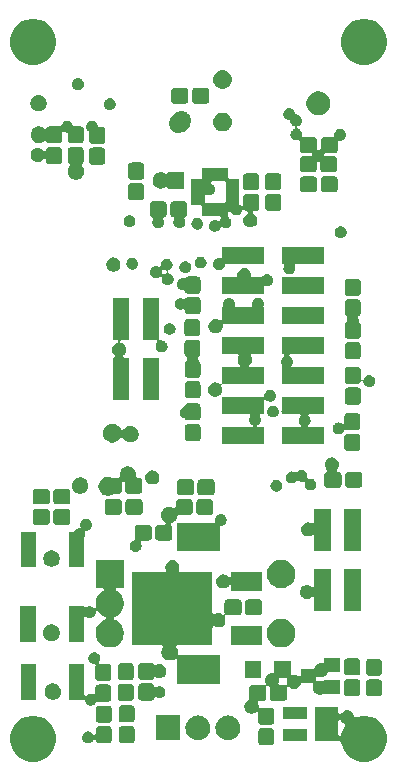
<source format=gbr>
G04 #@! TF.GenerationSoftware,KiCad,Pcbnew,5.1.4-e60b266~84~ubuntu19.04.1*
G04 #@! TF.CreationDate,2019-10-11T08:42:40-05:00*
G04 #@! TF.ProjectId,led-controller,6c65642d-636f-46e7-9472-6f6c6c65722e,rev?*
G04 #@! TF.SameCoordinates,Original*
G04 #@! TF.FileFunction,Soldermask,Bot*
G04 #@! TF.FilePolarity,Negative*
%FSLAX46Y46*%
G04 Gerber Fmt 4.6, Leading zero omitted, Abs format (unit mm)*
G04 Created by KiCad (PCBNEW 5.1.4-e60b266~84~ubuntu19.04.1) date 2019-10-11 08:42:40*
%MOMM*%
%LPD*%
G04 APERTURE LIST*
%ADD10C,0.100000*%
G04 APERTURE END LIST*
D10*
G36*
X158360000Y-113715450D02*
G01*
X158362402Y-113739836D01*
X158369515Y-113763285D01*
X158381066Y-113784896D01*
X158396611Y-113803838D01*
X158415553Y-113819383D01*
X158437164Y-113830934D01*
X158460613Y-113838047D01*
X158484999Y-113840449D01*
X158509385Y-113838047D01*
X158532834Y-113830934D01*
X158554445Y-113819383D01*
X158573387Y-113803838D01*
X158588932Y-113784895D01*
X158633947Y-113717525D01*
X158717523Y-113633949D01*
X158815794Y-113568286D01*
X158924987Y-113523057D01*
X159040904Y-113500000D01*
X159159096Y-113500000D01*
X159275013Y-113523057D01*
X159384206Y-113568286D01*
X159482477Y-113633949D01*
X159566051Y-113717523D01*
X159631714Y-113815794D01*
X159676943Y-113924987D01*
X159692748Y-114004444D01*
X159699861Y-114027892D01*
X159711412Y-114049503D01*
X159726958Y-114068445D01*
X159745900Y-114083990D01*
X159767510Y-114095541D01*
X159790959Y-114102654D01*
X159815345Y-114105056D01*
X159839732Y-114102654D01*
X159863180Y-114095541D01*
X159961207Y-114054937D01*
X160337940Y-113980000D01*
X160722060Y-113980000D01*
X161098793Y-114054937D01*
X161453670Y-114201932D01*
X161773052Y-114415336D01*
X162044664Y-114686948D01*
X162258068Y-115006330D01*
X162405063Y-115361207D01*
X162480000Y-115737940D01*
X162480000Y-116122060D01*
X162405063Y-116498793D01*
X162258068Y-116853670D01*
X162044664Y-117173052D01*
X161773052Y-117444664D01*
X161453670Y-117658068D01*
X161098793Y-117805063D01*
X160722060Y-117880000D01*
X160337940Y-117880000D01*
X159961207Y-117805063D01*
X159606330Y-117658068D01*
X159286948Y-117444664D01*
X159015336Y-117173052D01*
X158801932Y-116853670D01*
X158654937Y-116498793D01*
X158606565Y-116255613D01*
X158599452Y-116232164D01*
X158587901Y-116210553D01*
X158572355Y-116191611D01*
X158553414Y-116176066D01*
X158531803Y-116164515D01*
X158508354Y-116157402D01*
X158483968Y-116155000D01*
X156400000Y-116155000D01*
X156400000Y-114484550D01*
X158360000Y-114484550D01*
X158360000Y-115574820D01*
X158362402Y-115599206D01*
X158369515Y-115622655D01*
X158381066Y-115644266D01*
X158396611Y-115663208D01*
X158415553Y-115678753D01*
X158437164Y-115690304D01*
X158460613Y-115697417D01*
X158484999Y-115699819D01*
X158509385Y-115697417D01*
X158532834Y-115690304D01*
X158554445Y-115678753D01*
X158573387Y-115663208D01*
X158588932Y-115644266D01*
X158600483Y-115622655D01*
X158607596Y-115599206D01*
X158654937Y-115361207D01*
X158801932Y-115006330D01*
X158916367Y-114835066D01*
X158927918Y-114813455D01*
X158935031Y-114790006D01*
X158937433Y-114765620D01*
X158935031Y-114741234D01*
X158927918Y-114717785D01*
X158916367Y-114696174D01*
X158900822Y-114677232D01*
X158881880Y-114661687D01*
X158860269Y-114650136D01*
X158815795Y-114631714D01*
X158815794Y-114631714D01*
X158815793Y-114631713D01*
X158717522Y-114566050D01*
X158633947Y-114482475D01*
X158588932Y-114415105D01*
X158573387Y-114396163D01*
X158554445Y-114380617D01*
X158532834Y-114369066D01*
X158509385Y-114361953D01*
X158484999Y-114359551D01*
X158460613Y-114361953D01*
X158437164Y-114369066D01*
X158415554Y-114380617D01*
X158396612Y-114396162D01*
X158381066Y-114415104D01*
X158369515Y-114436715D01*
X158362402Y-114460164D01*
X158360000Y-114484550D01*
X156400000Y-114484550D01*
X156400000Y-113205000D01*
X158360000Y-113205000D01*
X158360000Y-113715450D01*
X158360000Y-113715450D01*
G37*
G36*
X133078793Y-114054937D02*
G01*
X133433670Y-114201932D01*
X133753052Y-114415336D01*
X134024664Y-114686948D01*
X134238068Y-115006330D01*
X134385063Y-115361207D01*
X134460000Y-115737940D01*
X134460000Y-116122060D01*
X134385063Y-116498793D01*
X134238068Y-116853670D01*
X134024664Y-117173052D01*
X133753052Y-117444664D01*
X133433670Y-117658068D01*
X133078793Y-117805063D01*
X132702060Y-117880000D01*
X132317940Y-117880000D01*
X131941207Y-117805063D01*
X131586330Y-117658068D01*
X131266948Y-117444664D01*
X130995336Y-117173052D01*
X130781932Y-116853670D01*
X130634937Y-116498793D01*
X130560000Y-116122060D01*
X130560000Y-115737940D01*
X130634937Y-115361207D01*
X130781932Y-115006330D01*
X130995336Y-114686948D01*
X131266948Y-114415336D01*
X131586330Y-114201932D01*
X131941207Y-114054937D01*
X132317940Y-113980000D01*
X132702060Y-113980000D01*
X133078793Y-114054937D01*
X133078793Y-114054937D01*
G37*
G36*
X152707190Y-115043297D02*
G01*
X152758670Y-115058913D01*
X152806105Y-115084268D01*
X152847687Y-115118393D01*
X152881812Y-115159975D01*
X152907167Y-115207410D01*
X152922783Y-115258890D01*
X152928660Y-115318560D01*
X152928660Y-116206280D01*
X152922783Y-116265950D01*
X152907167Y-116317430D01*
X152881812Y-116364865D01*
X152847687Y-116406447D01*
X152806105Y-116440572D01*
X152758670Y-116465927D01*
X152707190Y-116481543D01*
X152647520Y-116487420D01*
X151859800Y-116487420D01*
X151800130Y-116481543D01*
X151748650Y-116465927D01*
X151701215Y-116440572D01*
X151659633Y-116406447D01*
X151625508Y-116364865D01*
X151600153Y-116317430D01*
X151584537Y-116265950D01*
X151578660Y-116206280D01*
X151578660Y-115318560D01*
X151584537Y-115258890D01*
X151600153Y-115207410D01*
X151625508Y-115159975D01*
X151659633Y-115118393D01*
X151701215Y-115084268D01*
X151748650Y-115058913D01*
X151800130Y-115043297D01*
X151859800Y-115037420D01*
X152647520Y-115037420D01*
X152707190Y-115043297D01*
X152707190Y-115043297D01*
G37*
G36*
X138943530Y-114870877D02*
G01*
X138995010Y-114886493D01*
X139042445Y-114911848D01*
X139084027Y-114945973D01*
X139118152Y-114987555D01*
X139143507Y-115034990D01*
X139159123Y-115086470D01*
X139165000Y-115146140D01*
X139165000Y-116033860D01*
X139159123Y-116093530D01*
X139143507Y-116145010D01*
X139118152Y-116192445D01*
X139084027Y-116234027D01*
X139042445Y-116268152D01*
X138995010Y-116293507D01*
X138943530Y-116309123D01*
X138883860Y-116315000D01*
X138096140Y-116315000D01*
X138036470Y-116309123D01*
X137984990Y-116293507D01*
X137937555Y-116268152D01*
X137895973Y-116234027D01*
X137861848Y-116192445D01*
X137836493Y-116145010D01*
X137819855Y-116090160D01*
X137810478Y-116067521D01*
X137796864Y-116047147D01*
X137779537Y-116029820D01*
X137759163Y-116016206D01*
X137736524Y-116006829D01*
X137712491Y-116002048D01*
X137687987Y-116002048D01*
X137663953Y-116006828D01*
X137641314Y-116016205D01*
X137620940Y-116029819D01*
X137603613Y-116047146D01*
X137596307Y-116056996D01*
X137573148Y-116091656D01*
X137548375Y-116128731D01*
X137478730Y-116198376D01*
X137438063Y-116225549D01*
X137396839Y-116253094D01*
X137396838Y-116253095D01*
X137396837Y-116253095D01*
X137305843Y-116290786D01*
X137209247Y-116310000D01*
X137110753Y-116310000D01*
X137014157Y-116290786D01*
X136923163Y-116253095D01*
X136923162Y-116253095D01*
X136923161Y-116253094D01*
X136881937Y-116225549D01*
X136841270Y-116198376D01*
X136771624Y-116128730D01*
X136744451Y-116088063D01*
X136716906Y-116046839D01*
X136715458Y-116043343D01*
X136679214Y-115955843D01*
X136660000Y-115859247D01*
X136660000Y-115760753D01*
X136679214Y-115664157D01*
X136716905Y-115573163D01*
X136721276Y-115566622D01*
X136771625Y-115491269D01*
X136841269Y-115421625D01*
X136923161Y-115366906D01*
X136923163Y-115366905D01*
X137014157Y-115329214D01*
X137110753Y-115310000D01*
X137209247Y-115310000D01*
X137305843Y-115329214D01*
X137396837Y-115366905D01*
X137396839Y-115366906D01*
X137438063Y-115394451D01*
X137478730Y-115421624D01*
X137548376Y-115491270D01*
X137586068Y-115547680D01*
X137601614Y-115566622D01*
X137620556Y-115582167D01*
X137642166Y-115593718D01*
X137665615Y-115600831D01*
X137690001Y-115603233D01*
X137714387Y-115600831D01*
X137737836Y-115593718D01*
X137759447Y-115582167D01*
X137778389Y-115566621D01*
X137793934Y-115547679D01*
X137805485Y-115526069D01*
X137812598Y-115502620D01*
X137815000Y-115478234D01*
X137815000Y-115146140D01*
X137820877Y-115086470D01*
X137836493Y-115034990D01*
X137861848Y-114987555D01*
X137895973Y-114945973D01*
X137937555Y-114911848D01*
X137984990Y-114886493D01*
X138036470Y-114870877D01*
X138096140Y-114865000D01*
X138883860Y-114865000D01*
X138943530Y-114870877D01*
X138943530Y-114870877D01*
G37*
G36*
X140883530Y-114855877D02*
G01*
X140935010Y-114871493D01*
X140982445Y-114896848D01*
X141024027Y-114930973D01*
X141058152Y-114972555D01*
X141083507Y-115019990D01*
X141099123Y-115071470D01*
X141105000Y-115131140D01*
X141105000Y-116018860D01*
X141099123Y-116078530D01*
X141083507Y-116130010D01*
X141058152Y-116177445D01*
X141024027Y-116219027D01*
X140982445Y-116253152D01*
X140935010Y-116278507D01*
X140883530Y-116294123D01*
X140823860Y-116300000D01*
X140036140Y-116300000D01*
X139976470Y-116294123D01*
X139924990Y-116278507D01*
X139877555Y-116253152D01*
X139835973Y-116219027D01*
X139801848Y-116177445D01*
X139776493Y-116130010D01*
X139760877Y-116078530D01*
X139755000Y-116018860D01*
X139755000Y-115131140D01*
X139760877Y-115071470D01*
X139776493Y-115019990D01*
X139801848Y-114972555D01*
X139835973Y-114930973D01*
X139877555Y-114896848D01*
X139924990Y-114871493D01*
X139976470Y-114855877D01*
X140036140Y-114850000D01*
X140823860Y-114850000D01*
X140883530Y-114855877D01*
X140883530Y-114855877D01*
G37*
G36*
X155660000Y-116155000D02*
G01*
X153700000Y-116155000D01*
X153700000Y-115105000D01*
X155660000Y-115105000D01*
X155660000Y-116155000D01*
X155660000Y-116155000D01*
G37*
G36*
X144978660Y-116057420D02*
G01*
X142878660Y-116057420D01*
X142878660Y-113957420D01*
X144978660Y-113957420D01*
X144978660Y-116057420D01*
X144978660Y-116057420D01*
G37*
G36*
X149137367Y-113965016D02*
G01*
X149214496Y-113972613D01*
X149396727Y-114027892D01*
X149412425Y-114032654D01*
X149594830Y-114130152D01*
X149754715Y-114261365D01*
X149885928Y-114421250D01*
X149983426Y-114603655D01*
X149983427Y-114603658D01*
X150043467Y-114801584D01*
X150063740Y-115007420D01*
X150043467Y-115213256D01*
X149996858Y-115366905D01*
X149983426Y-115411185D01*
X149885928Y-115593590D01*
X149754715Y-115753475D01*
X149594830Y-115884688D01*
X149412425Y-115982186D01*
X149412422Y-115982187D01*
X149214496Y-116042227D01*
X149137367Y-116049823D01*
X149060240Y-116057420D01*
X148957080Y-116057420D01*
X148879953Y-116049823D01*
X148802824Y-116042227D01*
X148604898Y-115982187D01*
X148604895Y-115982186D01*
X148422490Y-115884688D01*
X148262605Y-115753475D01*
X148131392Y-115593590D01*
X148033894Y-115411185D01*
X148020462Y-115366905D01*
X147973853Y-115213256D01*
X147953580Y-115007420D01*
X147973853Y-114801584D01*
X148033893Y-114603658D01*
X148033894Y-114603655D01*
X148131392Y-114421250D01*
X148262605Y-114261365D01*
X148422490Y-114130152D01*
X148604895Y-114032654D01*
X148620593Y-114027892D01*
X148802824Y-113972613D01*
X148879953Y-113965016D01*
X148957080Y-113957420D01*
X149060240Y-113957420D01*
X149137367Y-113965016D01*
X149137367Y-113965016D01*
G37*
G36*
X146597367Y-113965016D02*
G01*
X146674496Y-113972613D01*
X146856727Y-114027892D01*
X146872425Y-114032654D01*
X147054830Y-114130152D01*
X147214715Y-114261365D01*
X147345928Y-114421250D01*
X147443426Y-114603655D01*
X147443427Y-114603658D01*
X147503467Y-114801584D01*
X147523740Y-115007420D01*
X147503467Y-115213256D01*
X147456858Y-115366905D01*
X147443426Y-115411185D01*
X147345928Y-115593590D01*
X147214715Y-115753475D01*
X147054830Y-115884688D01*
X146872425Y-115982186D01*
X146872422Y-115982187D01*
X146674496Y-116042227D01*
X146597367Y-116049823D01*
X146520240Y-116057420D01*
X146417080Y-116057420D01*
X146339953Y-116049823D01*
X146262824Y-116042227D01*
X146064898Y-115982187D01*
X146064895Y-115982186D01*
X145882490Y-115884688D01*
X145722605Y-115753475D01*
X145591392Y-115593590D01*
X145493894Y-115411185D01*
X145480462Y-115366905D01*
X145433853Y-115213256D01*
X145413580Y-115007420D01*
X145433853Y-114801584D01*
X145493893Y-114603658D01*
X145493894Y-114603655D01*
X145591392Y-114421250D01*
X145722605Y-114261365D01*
X145882490Y-114130152D01*
X146064895Y-114032654D01*
X146080593Y-114027892D01*
X146262824Y-113972613D01*
X146339953Y-113965016D01*
X146417080Y-113957420D01*
X146520240Y-113957420D01*
X146597367Y-113965016D01*
X146597367Y-113965016D01*
G37*
G36*
X158463660Y-110272420D02*
G01*
X157561539Y-110272420D01*
X157537153Y-110274822D01*
X157513704Y-110281935D01*
X157492093Y-110293486D01*
X157473151Y-110309031D01*
X157457606Y-110327973D01*
X157446055Y-110349583D01*
X157431713Y-110384207D01*
X157366051Y-110482477D01*
X157282477Y-110566051D01*
X157184206Y-110631714D01*
X157075013Y-110676943D01*
X156959096Y-110700000D01*
X156840904Y-110700000D01*
X156724987Y-110676943D01*
X156636494Y-110640288D01*
X156613045Y-110633175D01*
X156588659Y-110630773D01*
X156564273Y-110633175D01*
X156540824Y-110640288D01*
X156519213Y-110651839D01*
X156500271Y-110667385D01*
X156484726Y-110686327D01*
X156473175Y-110707937D01*
X156466062Y-110731386D01*
X156463660Y-110755772D01*
X156463660Y-110902836D01*
X156466062Y-110927222D01*
X156473175Y-110950671D01*
X156484726Y-110972282D01*
X156500271Y-110991224D01*
X156519213Y-111006769D01*
X156540824Y-111018320D01*
X156564273Y-111025433D01*
X156588659Y-111027835D01*
X156613045Y-111025433D01*
X156740904Y-111000000D01*
X156859096Y-111000000D01*
X156975015Y-111023058D01*
X156990827Y-111029607D01*
X157014276Y-111036720D01*
X157038662Y-111039122D01*
X157063048Y-111036720D01*
X157086497Y-111029607D01*
X157108107Y-111018055D01*
X157127049Y-111002510D01*
X157142594Y-110983568D01*
X157148553Y-110972420D01*
X158463660Y-110972420D01*
X158463660Y-112172420D01*
X157090288Y-112172420D01*
X157086496Y-112170393D01*
X157063047Y-112163280D01*
X157038661Y-112160878D01*
X157014275Y-112163280D01*
X156990827Y-112170393D01*
X156975015Y-112176942D01*
X156859096Y-112200000D01*
X156740904Y-112200000D01*
X156624987Y-112176943D01*
X156515794Y-112131714D01*
X156417523Y-112066051D01*
X156333949Y-111982477D01*
X156268286Y-111884206D01*
X156223057Y-111775013D01*
X156200000Y-111659096D01*
X156200000Y-111540904D01*
X156223057Y-111424987D01*
X156235373Y-111395254D01*
X156242486Y-111371805D01*
X156244888Y-111347419D01*
X156242486Y-111323033D01*
X156235373Y-111299584D01*
X156223822Y-111277973D01*
X156208276Y-111259031D01*
X156189335Y-111243486D01*
X156167724Y-111231935D01*
X156144275Y-111224822D01*
X156119889Y-111222420D01*
X155282249Y-111222420D01*
X155257863Y-111224822D01*
X155234414Y-111231935D01*
X155212803Y-111243486D01*
X155193861Y-111259031D01*
X155178316Y-111277973D01*
X155166765Y-111299584D01*
X155131714Y-111384206D01*
X155066051Y-111482477D01*
X154982477Y-111566051D01*
X154884206Y-111631714D01*
X154775013Y-111676943D01*
X154659096Y-111700000D01*
X154540904Y-111700000D01*
X154424987Y-111676943D01*
X154315794Y-111631714D01*
X154217523Y-111566051D01*
X154212328Y-111560856D01*
X154193386Y-111545311D01*
X154171775Y-111533760D01*
X154148326Y-111526647D01*
X154123940Y-111524245D01*
X154099554Y-111526647D01*
X154076105Y-111533760D01*
X154054494Y-111545311D01*
X154035552Y-111560856D01*
X154020007Y-111579798D01*
X154008456Y-111601409D01*
X154001343Y-111624858D01*
X153999542Y-111661492D01*
X154000000Y-111666144D01*
X154000000Y-112453860D01*
X153994123Y-112513530D01*
X153978507Y-112565010D01*
X153953152Y-112612445D01*
X153919027Y-112654027D01*
X153877445Y-112688152D01*
X153830010Y-112713507D01*
X153778530Y-112729123D01*
X153718860Y-112735000D01*
X152831140Y-112735000D01*
X152771470Y-112729123D01*
X152719990Y-112713507D01*
X152672555Y-112688152D01*
X152630973Y-112654027D01*
X152596848Y-112612445D01*
X152571493Y-112565010D01*
X152555877Y-112513530D01*
X152550000Y-112453860D01*
X152550000Y-111666140D01*
X152555211Y-111613233D01*
X152555211Y-111588729D01*
X152550431Y-111564696D01*
X152541053Y-111542057D01*
X152527440Y-111521683D01*
X152510113Y-111504356D01*
X152478649Y-111485497D01*
X152466882Y-111480623D01*
X152430086Y-111456037D01*
X152408475Y-111444486D01*
X152385026Y-111437373D01*
X152360640Y-111434971D01*
X152336254Y-111437373D01*
X152312805Y-111444486D01*
X152291195Y-111456038D01*
X152272253Y-111471583D01*
X152256708Y-111490525D01*
X152245157Y-111512136D01*
X152238044Y-111535585D01*
X152235642Y-111559971D01*
X152238044Y-111584357D01*
X152241025Y-111596256D01*
X152244123Y-111606467D01*
X152250000Y-111666140D01*
X152250000Y-112453860D01*
X152244123Y-112513530D01*
X152228507Y-112565010D01*
X152203152Y-112612445D01*
X152169027Y-112654027D01*
X152127445Y-112688152D01*
X152080010Y-112713507D01*
X152028530Y-112729123D01*
X151968860Y-112735000D01*
X151643901Y-112735000D01*
X151619515Y-112737402D01*
X151596066Y-112744515D01*
X151574455Y-112756066D01*
X151555513Y-112771611D01*
X151539968Y-112790553D01*
X151528417Y-112812164D01*
X151521304Y-112835613D01*
X151518902Y-112859999D01*
X151521304Y-112884385D01*
X151528417Y-112907834D01*
X151576943Y-113024987D01*
X151600000Y-113140904D01*
X151600000Y-113185464D01*
X151602402Y-113209850D01*
X151609515Y-113233299D01*
X151621066Y-113254910D01*
X151636611Y-113273852D01*
X151655553Y-113289397D01*
X151677164Y-113300948D01*
X151700613Y-113308061D01*
X151724999Y-113310463D01*
X151749385Y-113308061D01*
X151761284Y-113305081D01*
X151800130Y-113293297D01*
X151859800Y-113287420D01*
X152647520Y-113287420D01*
X152707190Y-113293297D01*
X152758670Y-113308913D01*
X152806105Y-113334268D01*
X152847687Y-113368393D01*
X152881812Y-113409975D01*
X152907167Y-113457410D01*
X152922783Y-113508890D01*
X152928660Y-113568560D01*
X152928660Y-114456280D01*
X152922783Y-114515950D01*
X152907167Y-114567430D01*
X152881812Y-114614865D01*
X152847687Y-114656447D01*
X152806105Y-114690572D01*
X152758670Y-114715927D01*
X152707190Y-114731543D01*
X152647520Y-114737420D01*
X151859800Y-114737420D01*
X151800130Y-114731543D01*
X151748650Y-114715927D01*
X151701215Y-114690572D01*
X151659633Y-114656447D01*
X151625508Y-114614865D01*
X151600153Y-114567430D01*
X151584537Y-114515950D01*
X151578660Y-114456280D01*
X151578660Y-113768823D01*
X151576258Y-113744437D01*
X151569145Y-113720988D01*
X151557594Y-113699377D01*
X151542049Y-113680435D01*
X151523107Y-113664890D01*
X151501496Y-113653339D01*
X151478047Y-113646226D01*
X151453661Y-113643824D01*
X151429275Y-113646226D01*
X151405826Y-113653339D01*
X151384216Y-113664890D01*
X151284208Y-113731713D01*
X151175013Y-113776943D01*
X151059096Y-113800000D01*
X150940904Y-113800000D01*
X150824987Y-113776943D01*
X150715794Y-113731714D01*
X150617523Y-113666051D01*
X150533949Y-113582477D01*
X150468286Y-113484206D01*
X150423057Y-113375013D01*
X150400000Y-113259096D01*
X150400000Y-113140904D01*
X150423057Y-113024987D01*
X150468286Y-112915794D01*
X150533949Y-112817523D01*
X150617523Y-112733949D01*
X150669366Y-112699309D01*
X150715793Y-112668287D01*
X150732862Y-112661217D01*
X150754466Y-112649669D01*
X150773409Y-112634124D01*
X150788954Y-112615182D01*
X150800505Y-112593571D01*
X150807619Y-112570123D01*
X150810021Y-112545737D01*
X150807063Y-112525786D01*
X150807084Y-112525784D01*
X150800000Y-112453860D01*
X150800000Y-111666140D01*
X150805877Y-111606470D01*
X150821493Y-111554990D01*
X150846848Y-111507555D01*
X150880973Y-111465973D01*
X150922555Y-111431848D01*
X150969990Y-111406493D01*
X151021470Y-111390877D01*
X151081140Y-111385000D01*
X151968860Y-111385000D01*
X152028530Y-111390877D01*
X152068632Y-111403042D01*
X152092665Y-111407822D01*
X152117169Y-111407822D01*
X152141202Y-111403042D01*
X152163841Y-111393664D01*
X152184215Y-111380051D01*
X152201542Y-111362724D01*
X152215156Y-111342349D01*
X152224534Y-111319710D01*
X152229314Y-111295677D01*
X152229314Y-111271173D01*
X152226516Y-111260001D01*
X153281966Y-111260001D01*
X153284368Y-111284387D01*
X153291481Y-111307836D01*
X153303032Y-111329446D01*
X153318577Y-111348388D01*
X153337519Y-111363934D01*
X153359130Y-111375485D01*
X153382579Y-111382598D01*
X153406965Y-111385000D01*
X153718860Y-111385000D01*
X153778530Y-111390877D01*
X153830007Y-111406492D01*
X153842206Y-111413013D01*
X153864845Y-111422390D01*
X153888878Y-111427171D01*
X153913382Y-111427171D01*
X153937415Y-111422391D01*
X153960054Y-111413014D01*
X153980429Y-111399400D01*
X153997756Y-111382073D01*
X154011370Y-111361699D01*
X154020747Y-111339060D01*
X154025528Y-111315027D01*
X154025528Y-111290523D01*
X154023728Y-111278389D01*
X154000000Y-111159097D01*
X154000000Y-111040904D01*
X154024713Y-110916660D01*
X154026920Y-110909387D01*
X154029322Y-110885001D01*
X154026921Y-110860615D01*
X154019808Y-110837166D01*
X154008257Y-110815555D01*
X153992712Y-110796613D01*
X153973770Y-110781067D01*
X153952160Y-110769516D01*
X153928711Y-110762402D01*
X153904323Y-110760000D01*
X153476089Y-110760000D01*
X153451703Y-110762402D01*
X153428254Y-110769515D01*
X153406643Y-110781066D01*
X153387701Y-110796611D01*
X153372156Y-110815553D01*
X153360605Y-110837164D01*
X153353492Y-110860613D01*
X153351090Y-110884999D01*
X153351090Y-111008006D01*
X153328033Y-111123922D01*
X153291481Y-111212166D01*
X153284368Y-111235615D01*
X153281966Y-111260001D01*
X152226516Y-111260001D01*
X152220401Y-111235590D01*
X152174147Y-111123923D01*
X152151090Y-111008006D01*
X152151090Y-110889814D01*
X152174147Y-110773897D01*
X152219376Y-110664704D01*
X152285039Y-110566433D01*
X152368613Y-110482859D01*
X152466884Y-110417196D01*
X152576077Y-110371967D01*
X152691994Y-110348910D01*
X152815001Y-110348910D01*
X152839387Y-110346508D01*
X152862836Y-110339395D01*
X152884447Y-110327844D01*
X152903389Y-110312299D01*
X152918934Y-110293357D01*
X152930485Y-110271746D01*
X152937598Y-110248297D01*
X152940000Y-110223911D01*
X152940000Y-109360000D01*
X154340000Y-109360000D01*
X154340000Y-110387651D01*
X154342402Y-110412037D01*
X154349515Y-110435486D01*
X154361066Y-110457097D01*
X154376611Y-110476039D01*
X154395553Y-110491584D01*
X154417164Y-110503135D01*
X154440613Y-110510248D01*
X154464999Y-110512650D01*
X154489385Y-110510248D01*
X154540904Y-110500000D01*
X154659096Y-110500000D01*
X154775013Y-110523057D01*
X154878809Y-110566051D01*
X154884207Y-110568287D01*
X154969215Y-110625088D01*
X154990826Y-110636639D01*
X155014275Y-110643752D01*
X155038661Y-110646154D01*
X155063047Y-110643752D01*
X155086496Y-110636639D01*
X155108106Y-110625088D01*
X155127048Y-110609543D01*
X155142594Y-110590601D01*
X155154145Y-110568990D01*
X155161258Y-110545541D01*
X155163660Y-110521155D01*
X155163660Y-110022420D01*
X156201093Y-110022420D01*
X156225479Y-110020018D01*
X156248928Y-110012905D01*
X156270539Y-110001354D01*
X156289481Y-109985809D01*
X156305026Y-109966867D01*
X156316577Y-109945256D01*
X156321817Y-109927982D01*
X156368286Y-109815794D01*
X156433949Y-109717523D01*
X156517523Y-109633949D01*
X156615794Y-109568286D01*
X156724987Y-109523057D01*
X156840904Y-109500000D01*
X156959096Y-109500000D01*
X157014275Y-109510976D01*
X157038661Y-109513378D01*
X157063047Y-109510976D01*
X157086496Y-109503863D01*
X157108107Y-109492312D01*
X157127048Y-109476767D01*
X157142594Y-109457825D01*
X157154145Y-109436214D01*
X157161258Y-109412765D01*
X157163660Y-109388379D01*
X157163660Y-109072420D01*
X158463660Y-109072420D01*
X158463660Y-110272420D01*
X158463660Y-110272420D01*
G37*
G36*
X138943530Y-113120877D02*
G01*
X138995010Y-113136493D01*
X139042445Y-113161848D01*
X139084027Y-113195973D01*
X139118152Y-113237555D01*
X139143507Y-113284990D01*
X139159123Y-113336470D01*
X139165000Y-113396140D01*
X139165000Y-114283860D01*
X139159123Y-114343530D01*
X139143507Y-114395010D01*
X139118152Y-114442445D01*
X139084027Y-114484027D01*
X139042445Y-114518152D01*
X138995010Y-114543507D01*
X138943530Y-114559123D01*
X138883860Y-114565000D01*
X138096140Y-114565000D01*
X138036470Y-114559123D01*
X137984990Y-114543507D01*
X137937555Y-114518152D01*
X137895973Y-114484027D01*
X137861848Y-114442445D01*
X137836493Y-114395010D01*
X137820877Y-114343530D01*
X137815000Y-114283860D01*
X137815000Y-113396140D01*
X137820877Y-113336470D01*
X137836493Y-113284990D01*
X137861848Y-113237555D01*
X137895973Y-113195973D01*
X137937555Y-113161848D01*
X137984990Y-113136493D01*
X138036470Y-113120877D01*
X138096140Y-113115000D01*
X138883860Y-113115000D01*
X138943530Y-113120877D01*
X138943530Y-113120877D01*
G37*
G36*
X140883530Y-113105877D02*
G01*
X140935010Y-113121493D01*
X140982445Y-113146848D01*
X141024027Y-113180973D01*
X141058152Y-113222555D01*
X141083507Y-113269990D01*
X141099123Y-113321470D01*
X141105000Y-113381140D01*
X141105000Y-114268860D01*
X141099123Y-114328530D01*
X141083507Y-114380010D01*
X141058152Y-114427445D01*
X141024027Y-114469027D01*
X140982445Y-114503152D01*
X140935010Y-114528507D01*
X140883530Y-114544123D01*
X140823860Y-114550000D01*
X140036140Y-114550000D01*
X139976470Y-114544123D01*
X139924990Y-114528507D01*
X139877555Y-114503152D01*
X139835973Y-114469027D01*
X139801848Y-114427445D01*
X139776493Y-114380010D01*
X139760877Y-114328530D01*
X139755000Y-114268860D01*
X139755000Y-113381140D01*
X139760877Y-113321470D01*
X139776493Y-113269990D01*
X139801848Y-113222555D01*
X139835973Y-113180973D01*
X139877555Y-113146848D01*
X139924990Y-113121493D01*
X139976470Y-113105877D01*
X140036140Y-113100000D01*
X140823860Y-113100000D01*
X140883530Y-113105877D01*
X140883530Y-113105877D01*
G37*
G36*
X155660000Y-114255000D02*
G01*
X153700000Y-114255000D01*
X153700000Y-113205000D01*
X155660000Y-113205000D01*
X155660000Y-114255000D01*
X155660000Y-114255000D01*
G37*
G36*
X136860000Y-112151119D02*
G01*
X136862402Y-112175505D01*
X136869515Y-112198954D01*
X136881066Y-112220565D01*
X136896611Y-112239507D01*
X136915553Y-112255052D01*
X136937164Y-112266603D01*
X136960613Y-112273716D01*
X136984999Y-112276118D01*
X137009385Y-112273716D01*
X137032834Y-112266603D01*
X137054445Y-112255052D01*
X137073387Y-112239507D01*
X137081270Y-112231624D01*
X137163106Y-112176943D01*
X137163161Y-112176906D01*
X137173991Y-112172420D01*
X137254157Y-112139214D01*
X137350753Y-112120000D01*
X137449247Y-112120000D01*
X137545843Y-112139214D01*
X137612166Y-112166686D01*
X137635615Y-112173799D01*
X137660001Y-112176201D01*
X137684387Y-112173799D01*
X137707836Y-112166686D01*
X137729446Y-112155135D01*
X137748388Y-112139590D01*
X137763934Y-112120648D01*
X137775485Y-112099037D01*
X137782598Y-112075588D01*
X137785000Y-112051202D01*
X137785000Y-111616140D01*
X137790877Y-111556470D01*
X137806493Y-111504990D01*
X137831848Y-111457555D01*
X137865973Y-111415973D01*
X137907555Y-111381848D01*
X137954990Y-111356493D01*
X138006470Y-111340877D01*
X138066140Y-111335000D01*
X138853860Y-111335000D01*
X138913530Y-111340877D01*
X138965010Y-111356493D01*
X139012445Y-111381848D01*
X139054027Y-111415973D01*
X139088152Y-111457555D01*
X139113507Y-111504990D01*
X139129123Y-111556470D01*
X139135000Y-111616140D01*
X139135000Y-112503860D01*
X139129123Y-112563530D01*
X139113507Y-112615010D01*
X139088152Y-112662445D01*
X139054027Y-112704027D01*
X139012445Y-112738152D01*
X138965010Y-112763507D01*
X138913530Y-112779123D01*
X138853860Y-112785000D01*
X138066140Y-112785000D01*
X138006469Y-112779123D01*
X137998344Y-112776658D01*
X137974311Y-112771877D01*
X137949807Y-112771877D01*
X137925773Y-112776657D01*
X137903134Y-112786034D01*
X137882760Y-112799647D01*
X137865432Y-112816974D01*
X137851818Y-112837348D01*
X137846572Y-112848442D01*
X137843095Y-112856838D01*
X137809020Y-112907834D01*
X137788375Y-112938731D01*
X137718731Y-113008375D01*
X137636839Y-113063094D01*
X137636838Y-113063095D01*
X137636837Y-113063095D01*
X137545843Y-113100786D01*
X137449247Y-113120000D01*
X137350753Y-113120000D01*
X137254157Y-113100786D01*
X137163163Y-113063095D01*
X137163162Y-113063095D01*
X137163161Y-113063094D01*
X137081269Y-113008375D01*
X137011625Y-112938731D01*
X136956906Y-112856839D01*
X136953428Y-112848442D01*
X136919214Y-112765844D01*
X136912206Y-112730612D01*
X136905093Y-112707163D01*
X136893542Y-112685553D01*
X136877996Y-112666611D01*
X136859054Y-112651066D01*
X136837443Y-112639515D01*
X136813994Y-112632402D01*
X136789609Y-112630000D01*
X135560000Y-112630000D01*
X135560000Y-109630000D01*
X136860000Y-109630000D01*
X136860000Y-112151119D01*
X136860000Y-112151119D01*
G37*
G36*
X140803530Y-111280877D02*
G01*
X140855010Y-111296493D01*
X140902445Y-111321848D01*
X140944027Y-111355973D01*
X140978152Y-111397555D01*
X141003507Y-111444990D01*
X141019123Y-111496470D01*
X141025000Y-111556140D01*
X141025000Y-112443860D01*
X141019123Y-112503530D01*
X141003507Y-112555010D01*
X140978152Y-112602445D01*
X140944027Y-112644027D01*
X140902445Y-112678152D01*
X140855010Y-112703507D01*
X140803530Y-112719123D01*
X140743860Y-112725000D01*
X139956140Y-112725000D01*
X139896470Y-112719123D01*
X139844990Y-112703507D01*
X139797555Y-112678152D01*
X139755973Y-112644027D01*
X139721848Y-112602445D01*
X139696493Y-112555010D01*
X139680877Y-112503530D01*
X139675000Y-112443860D01*
X139675000Y-111556140D01*
X139680877Y-111496470D01*
X139696493Y-111444990D01*
X139721848Y-111397555D01*
X139755973Y-111355973D01*
X139797555Y-111321848D01*
X139844990Y-111296493D01*
X139896470Y-111280877D01*
X139956140Y-111275000D01*
X140743860Y-111275000D01*
X140803530Y-111280877D01*
X140803530Y-111280877D01*
G37*
G36*
X142553530Y-111250877D02*
G01*
X142605010Y-111266493D01*
X142652445Y-111291848D01*
X142694027Y-111325973D01*
X142728152Y-111367555D01*
X142753509Y-111414994D01*
X142769829Y-111468794D01*
X142779206Y-111491432D01*
X142792820Y-111511807D01*
X142810147Y-111529134D01*
X142830521Y-111542747D01*
X142853160Y-111552125D01*
X142877193Y-111556905D01*
X142901697Y-111556905D01*
X142925731Y-111552124D01*
X142958891Y-111536441D01*
X142961055Y-111534995D01*
X142973161Y-111526906D01*
X142975010Y-111526140D01*
X143064157Y-111489214D01*
X143160753Y-111470000D01*
X143259247Y-111470000D01*
X143355843Y-111489214D01*
X143444990Y-111526140D01*
X143446839Y-111526906D01*
X143528731Y-111581625D01*
X143598375Y-111651269D01*
X143648188Y-111725818D01*
X143653095Y-111733163D01*
X143690786Y-111824157D01*
X143710000Y-111920753D01*
X143710000Y-112019247D01*
X143690786Y-112115843D01*
X143653095Y-112206837D01*
X143598376Y-112288730D01*
X143528730Y-112358376D01*
X143489041Y-112384895D01*
X143446839Y-112413094D01*
X143446838Y-112413095D01*
X143446837Y-112413095D01*
X143355843Y-112450786D01*
X143259247Y-112470000D01*
X143160753Y-112470000D01*
X143064157Y-112450786D01*
X142973163Y-112413095D01*
X142973162Y-112413095D01*
X142973161Y-112413094D01*
X142958891Y-112403559D01*
X142937280Y-112392008D01*
X142913831Y-112384895D01*
X142889445Y-112382493D01*
X142865059Y-112384895D01*
X142841610Y-112392008D01*
X142819999Y-112403559D01*
X142801057Y-112419104D01*
X142785512Y-112438046D01*
X142769829Y-112471206D01*
X142753509Y-112525006D01*
X142728152Y-112572445D01*
X142694027Y-112614027D01*
X142652445Y-112648152D01*
X142605010Y-112673507D01*
X142553530Y-112689123D01*
X142493860Y-112695000D01*
X141706140Y-112695000D01*
X141646470Y-112689123D01*
X141594990Y-112673507D01*
X141547555Y-112648152D01*
X141505973Y-112614027D01*
X141471848Y-112572445D01*
X141446493Y-112525010D01*
X141430877Y-112473530D01*
X141425000Y-112413860D01*
X141425000Y-111526140D01*
X141430877Y-111466470D01*
X141446493Y-111414990D01*
X141471848Y-111367555D01*
X141505973Y-111325973D01*
X141547555Y-111291848D01*
X141594990Y-111266493D01*
X141646470Y-111250877D01*
X141706140Y-111245000D01*
X142493860Y-111245000D01*
X142553530Y-111250877D01*
X142553530Y-111250877D01*
G37*
G36*
X134384182Y-111256900D02*
G01*
X134511573Y-111309667D01*
X134555563Y-111339060D01*
X134626224Y-111386274D01*
X134723726Y-111483776D01*
X134742675Y-111512136D01*
X134800333Y-111598427D01*
X134853100Y-111725818D01*
X134880000Y-111861055D01*
X134880000Y-111998945D01*
X134853100Y-112134182D01*
X134800333Y-112261573D01*
X134775892Y-112298152D01*
X134723726Y-112376224D01*
X134626224Y-112473726D01*
X134581619Y-112503530D01*
X134511573Y-112550333D01*
X134384182Y-112603100D01*
X134248945Y-112630000D01*
X134111055Y-112630000D01*
X133975818Y-112603100D01*
X133848427Y-112550333D01*
X133778381Y-112503530D01*
X133733776Y-112473726D01*
X133636274Y-112376224D01*
X133584108Y-112298152D01*
X133559667Y-112261573D01*
X133506900Y-112134182D01*
X133480000Y-111998945D01*
X133480000Y-111861055D01*
X133506900Y-111725818D01*
X133559667Y-111598427D01*
X133617325Y-111512136D01*
X133636274Y-111483776D01*
X133733776Y-111386274D01*
X133804437Y-111339060D01*
X133848427Y-111309667D01*
X133975818Y-111256900D01*
X134111055Y-111230000D01*
X134248945Y-111230000D01*
X134384182Y-111256900D01*
X134384182Y-111256900D01*
G37*
G36*
X132760000Y-112630000D02*
G01*
X131460000Y-112630000D01*
X131460000Y-109630000D01*
X132760000Y-109630000D01*
X132760000Y-112630000D01*
X132760000Y-112630000D01*
G37*
G36*
X161823530Y-110900877D02*
G01*
X161875010Y-110916493D01*
X161922445Y-110941848D01*
X161964027Y-110975973D01*
X161998152Y-111017555D01*
X162023507Y-111064990D01*
X162039123Y-111116470D01*
X162045000Y-111176140D01*
X162045000Y-112063860D01*
X162039123Y-112123530D01*
X162023507Y-112175010D01*
X161998152Y-112222445D01*
X161964027Y-112264027D01*
X161922445Y-112298152D01*
X161875010Y-112323507D01*
X161823530Y-112339123D01*
X161763860Y-112345000D01*
X160976140Y-112345000D01*
X160916470Y-112339123D01*
X160864990Y-112323507D01*
X160817555Y-112298152D01*
X160775973Y-112264027D01*
X160741848Y-112222445D01*
X160716493Y-112175010D01*
X160700877Y-112123530D01*
X160695000Y-112063860D01*
X160695000Y-111176140D01*
X160700877Y-111116470D01*
X160716493Y-111064990D01*
X160741848Y-111017555D01*
X160775973Y-110975973D01*
X160817555Y-110941848D01*
X160864990Y-110916493D01*
X160916470Y-110900877D01*
X160976140Y-110895000D01*
X161763860Y-110895000D01*
X161823530Y-110900877D01*
X161823530Y-110900877D01*
G37*
G36*
X159983530Y-110875877D02*
G01*
X160035010Y-110891493D01*
X160082445Y-110916848D01*
X160124027Y-110950973D01*
X160158152Y-110992555D01*
X160183507Y-111039990D01*
X160199123Y-111091470D01*
X160205000Y-111151140D01*
X160205000Y-112038860D01*
X160199123Y-112098530D01*
X160183507Y-112150010D01*
X160158152Y-112197445D01*
X160124027Y-112239027D01*
X160082445Y-112273152D01*
X160035010Y-112298507D01*
X159983530Y-112314123D01*
X159923860Y-112320000D01*
X159136140Y-112320000D01*
X159076470Y-112314123D01*
X159024990Y-112298507D01*
X158977555Y-112273152D01*
X158935973Y-112239027D01*
X158901848Y-112197445D01*
X158876493Y-112150010D01*
X158860877Y-112098530D01*
X158855000Y-112038860D01*
X158855000Y-111151140D01*
X158860877Y-111091470D01*
X158876493Y-111039990D01*
X158901848Y-110992555D01*
X158935973Y-110950973D01*
X158977555Y-110916848D01*
X159024990Y-110891493D01*
X159076470Y-110875877D01*
X159136140Y-110870000D01*
X159923860Y-110870000D01*
X159983530Y-110875877D01*
X159983530Y-110875877D01*
G37*
G36*
X144475013Y-100823057D02*
G01*
X144584206Y-100868286D01*
X144682477Y-100933949D01*
X144766051Y-101017523D01*
X144831714Y-101115794D01*
X144876943Y-101224987D01*
X144900000Y-101340904D01*
X144900000Y-101459096D01*
X144876943Y-101575013D01*
X144848125Y-101644586D01*
X144841012Y-101668035D01*
X144838610Y-101692421D01*
X144841012Y-101716808D01*
X144848125Y-101740256D01*
X144859676Y-101761867D01*
X144875222Y-101780809D01*
X144894164Y-101796354D01*
X144915774Y-101807905D01*
X144939223Y-101815018D01*
X144963609Y-101817420D01*
X147698660Y-101817420D01*
X147698660Y-105279514D01*
X147701062Y-105303900D01*
X147708175Y-105327349D01*
X147719726Y-105348960D01*
X147735271Y-105367902D01*
X147754213Y-105383447D01*
X147775824Y-105394998D01*
X147799273Y-105402111D01*
X147823659Y-105404513D01*
X147848045Y-105402111D01*
X147871494Y-105394998D01*
X147893105Y-105383447D01*
X147900405Y-105378569D01*
X147915793Y-105368287D01*
X147927002Y-105363644D01*
X148024987Y-105323057D01*
X148140904Y-105300000D01*
X148259096Y-105300000D01*
X148375013Y-105323057D01*
X148472998Y-105363644D01*
X148484207Y-105368287D01*
X148526351Y-105396447D01*
X148531628Y-105399973D01*
X148553239Y-105411524D01*
X148576688Y-105418637D01*
X148601074Y-105421039D01*
X148625460Y-105418637D01*
X148648909Y-105411524D01*
X148670520Y-105399973D01*
X148689461Y-105384428D01*
X148705007Y-105365486D01*
X148716558Y-105343875D01*
X148723671Y-105320426D01*
X148726073Y-105296040D01*
X148720691Y-105259757D01*
X148719537Y-105255954D01*
X148713660Y-105196280D01*
X148713660Y-104408560D01*
X148719537Y-104348890D01*
X148735153Y-104297410D01*
X148760508Y-104249975D01*
X148794633Y-104208393D01*
X148836215Y-104174268D01*
X148883650Y-104148913D01*
X148935130Y-104133297D01*
X148994800Y-104127420D01*
X149882520Y-104127420D01*
X149942190Y-104133297D01*
X149993670Y-104148913D01*
X150041105Y-104174268D01*
X150082687Y-104208393D01*
X150116812Y-104249975D01*
X150142167Y-104297410D01*
X150157783Y-104348890D01*
X150163660Y-104408560D01*
X150163660Y-105196280D01*
X150157783Y-105255950D01*
X150142167Y-105307430D01*
X150116812Y-105354865D01*
X150082687Y-105396447D01*
X150041105Y-105430572D01*
X149993670Y-105455927D01*
X149942190Y-105471543D01*
X149882520Y-105477420D01*
X148994800Y-105477420D01*
X148935130Y-105471543D01*
X148887052Y-105456959D01*
X148863018Y-105452179D01*
X148838514Y-105452179D01*
X148814481Y-105456960D01*
X148791842Y-105466337D01*
X148771468Y-105479951D01*
X148754141Y-105497278D01*
X148740527Y-105517653D01*
X148731150Y-105540291D01*
X148726370Y-105564325D01*
X148726370Y-105588829D01*
X148735283Y-105624411D01*
X148776943Y-105724987D01*
X148800000Y-105840904D01*
X148800000Y-105959096D01*
X148776943Y-106075013D01*
X148731714Y-106184206D01*
X148666051Y-106282477D01*
X148582477Y-106366051D01*
X148484206Y-106431714D01*
X148375013Y-106476943D01*
X148259096Y-106500000D01*
X148140904Y-106500000D01*
X148024987Y-106476943D01*
X147915795Y-106431714D01*
X147915794Y-106431714D01*
X147915793Y-106431713D01*
X147893103Y-106416552D01*
X147871495Y-106405002D01*
X147848046Y-106397889D01*
X147823660Y-106395487D01*
X147799273Y-106397889D01*
X147775824Y-106405002D01*
X147754214Y-106416553D01*
X147735272Y-106432098D01*
X147719726Y-106451040D01*
X147708175Y-106472650D01*
X147701062Y-106496099D01*
X147698660Y-106520486D01*
X147698660Y-108017420D01*
X144756472Y-108017420D01*
X144732086Y-108019822D01*
X144708637Y-108026935D01*
X144687026Y-108038486D01*
X144668084Y-108054031D01*
X144652539Y-108072973D01*
X144640988Y-108094584D01*
X144633875Y-108118033D01*
X144631473Y-108142419D01*
X144633875Y-108166805D01*
X144640988Y-108190254D01*
X144652540Y-108211865D01*
X144690331Y-108268423D01*
X144743100Y-108395818D01*
X144770000Y-108531055D01*
X144770000Y-108668946D01*
X144759082Y-108723836D01*
X144756680Y-108748222D01*
X144759082Y-108772608D01*
X144766195Y-108796057D01*
X144777746Y-108817667D01*
X144793292Y-108836609D01*
X144812234Y-108852154D01*
X144833845Y-108863705D01*
X144857294Y-108870818D01*
X144881679Y-108873220D01*
X148307960Y-108873220D01*
X148307960Y-111273220D01*
X144707960Y-111273220D01*
X144707960Y-109249469D01*
X144705558Y-109225083D01*
X144698445Y-109201634D01*
X144686894Y-109180023D01*
X144671349Y-109161081D01*
X144652407Y-109145536D01*
X144630796Y-109133985D01*
X144607347Y-109126872D01*
X144582961Y-109124470D01*
X144558575Y-109126872D01*
X144535126Y-109133985D01*
X144513515Y-109145536D01*
X144401574Y-109220333D01*
X144274182Y-109273100D01*
X144138945Y-109300000D01*
X144001055Y-109300000D01*
X143865818Y-109273100D01*
X143738427Y-109220333D01*
X143649750Y-109161081D01*
X143623776Y-109143726D01*
X143526274Y-109046224D01*
X143449668Y-108931574D01*
X143449667Y-108931573D01*
X143396900Y-108804182D01*
X143370000Y-108668945D01*
X143370000Y-108531055D01*
X143396900Y-108395818D01*
X143449669Y-108268423D01*
X143487460Y-108211865D01*
X143499012Y-108190255D01*
X143506125Y-108166806D01*
X143508527Y-108142420D01*
X143506125Y-108118034D01*
X143499012Y-108094585D01*
X143487461Y-108072974D01*
X143471916Y-108054032D01*
X143452974Y-108038487D01*
X143431364Y-108026935D01*
X143407915Y-108019822D01*
X143383528Y-108017420D01*
X140898660Y-108017420D01*
X140898660Y-101817420D01*
X143636391Y-101817420D01*
X143660777Y-101815018D01*
X143684226Y-101807905D01*
X143705837Y-101796354D01*
X143724779Y-101780809D01*
X143740324Y-101761867D01*
X143751875Y-101740256D01*
X143758988Y-101716807D01*
X143761390Y-101692421D01*
X143758988Y-101668035D01*
X143751875Y-101644586D01*
X143723057Y-101575013D01*
X143700000Y-101459096D01*
X143700000Y-101340904D01*
X143723057Y-101224987D01*
X143768286Y-101115794D01*
X143833949Y-101017523D01*
X143917523Y-100933949D01*
X144015794Y-100868286D01*
X144124987Y-100823057D01*
X144240904Y-100800000D01*
X144359096Y-100800000D01*
X144475013Y-100823057D01*
X144475013Y-100823057D01*
G37*
G36*
X137845843Y-108619214D02*
G01*
X137845846Y-108619215D01*
X137845845Y-108619215D01*
X137936839Y-108656906D01*
X137954855Y-108668944D01*
X138018730Y-108711624D01*
X138088376Y-108781270D01*
X138143095Y-108863163D01*
X138180786Y-108954157D01*
X138200000Y-109050753D01*
X138200000Y-109149247D01*
X138180786Y-109245843D01*
X138158353Y-109300000D01*
X138143094Y-109336839D01*
X138127618Y-109360000D01*
X138107202Y-109390555D01*
X138095651Y-109412166D01*
X138088538Y-109435615D01*
X138086136Y-109460001D01*
X138088538Y-109484387D01*
X138095651Y-109507836D01*
X138107202Y-109529447D01*
X138122747Y-109548389D01*
X138141689Y-109563934D01*
X138163300Y-109575485D01*
X138186749Y-109582598D01*
X138211135Y-109585000D01*
X138853860Y-109585000D01*
X138913530Y-109590877D01*
X138965010Y-109606493D01*
X139012445Y-109631848D01*
X139054027Y-109665973D01*
X139088152Y-109707555D01*
X139113507Y-109754990D01*
X139129123Y-109806470D01*
X139135000Y-109866140D01*
X139135000Y-110753860D01*
X139129123Y-110813530D01*
X139113507Y-110865010D01*
X139088152Y-110912445D01*
X139054027Y-110954027D01*
X139012445Y-110988152D01*
X138965010Y-111013507D01*
X138913530Y-111029123D01*
X138853860Y-111035000D01*
X138066140Y-111035000D01*
X138006470Y-111029123D01*
X137954990Y-111013507D01*
X137907555Y-110988152D01*
X137865973Y-110954027D01*
X137831848Y-110912445D01*
X137806493Y-110865010D01*
X137790877Y-110813530D01*
X137785000Y-110753860D01*
X137785000Y-109866140D01*
X137790877Y-109806470D01*
X137804584Y-109761284D01*
X137809364Y-109737251D01*
X137809364Y-109712747D01*
X137804584Y-109688713D01*
X137795206Y-109666075D01*
X137781592Y-109645700D01*
X137764265Y-109628373D01*
X137743891Y-109614760D01*
X137721252Y-109605382D01*
X137684967Y-109600000D01*
X137650753Y-109600000D01*
X137554157Y-109580786D01*
X137463163Y-109543095D01*
X137463162Y-109543095D01*
X137463161Y-109543094D01*
X137381269Y-109488375D01*
X137311625Y-109418731D01*
X137307639Y-109412765D01*
X137272382Y-109360000D01*
X137256906Y-109336839D01*
X137241647Y-109300000D01*
X137219214Y-109245843D01*
X137200000Y-109149247D01*
X137200000Y-109050753D01*
X137219214Y-108954157D01*
X137256905Y-108863163D01*
X137311624Y-108781270D01*
X137381270Y-108711624D01*
X137445145Y-108668944D01*
X137463161Y-108656906D01*
X137554155Y-108619215D01*
X137554154Y-108619215D01*
X137554157Y-108619214D01*
X137650753Y-108600000D01*
X137749247Y-108600000D01*
X137845843Y-108619214D01*
X137845843Y-108619214D01*
G37*
G36*
X140803530Y-109530877D02*
G01*
X140855010Y-109546493D01*
X140902445Y-109571848D01*
X140944027Y-109605973D01*
X140978152Y-109647555D01*
X141003507Y-109694990D01*
X141019123Y-109746470D01*
X141025000Y-109806140D01*
X141025000Y-110693860D01*
X141019123Y-110753530D01*
X141003507Y-110805010D01*
X140978152Y-110852445D01*
X140944027Y-110894027D01*
X140902445Y-110928152D01*
X140855010Y-110953507D01*
X140803530Y-110969123D01*
X140743860Y-110975000D01*
X139956140Y-110975000D01*
X139896470Y-110969123D01*
X139844990Y-110953507D01*
X139797555Y-110928152D01*
X139755973Y-110894027D01*
X139721848Y-110852445D01*
X139696493Y-110805010D01*
X139680877Y-110753530D01*
X139675000Y-110693860D01*
X139675000Y-109806140D01*
X139680877Y-109746470D01*
X139696493Y-109694990D01*
X139721848Y-109647555D01*
X139755973Y-109605973D01*
X139797555Y-109571848D01*
X139844990Y-109546493D01*
X139896470Y-109530877D01*
X139956140Y-109525000D01*
X140743860Y-109525000D01*
X140803530Y-109530877D01*
X140803530Y-109530877D01*
G37*
G36*
X142553530Y-109500877D02*
G01*
X142605010Y-109516493D01*
X142652445Y-109541848D01*
X142694027Y-109575973D01*
X142728152Y-109617555D01*
X142732500Y-109625689D01*
X142746114Y-109646064D01*
X142763441Y-109663391D01*
X142783815Y-109677004D01*
X142806454Y-109686382D01*
X142830487Y-109691162D01*
X142854991Y-109691162D01*
X142879024Y-109686382D01*
X142901663Y-109677004D01*
X142912185Y-109670698D01*
X142915793Y-109668287D01*
X142921133Y-109666075D01*
X143024987Y-109623057D01*
X143140904Y-109600000D01*
X143259096Y-109600000D01*
X143375013Y-109623057D01*
X143484206Y-109668286D01*
X143582477Y-109733949D01*
X143666051Y-109817523D01*
X143731714Y-109915794D01*
X143776943Y-110024987D01*
X143800000Y-110140904D01*
X143800000Y-110259096D01*
X143776943Y-110375013D01*
X143731714Y-110484206D01*
X143666051Y-110582477D01*
X143582477Y-110666051D01*
X143484206Y-110731714D01*
X143375013Y-110776943D01*
X143259096Y-110800000D01*
X143140904Y-110800000D01*
X143024987Y-110776943D01*
X142906540Y-110727881D01*
X142883091Y-110720768D01*
X142858704Y-110718366D01*
X142834318Y-110720768D01*
X142810869Y-110727881D01*
X142789259Y-110739432D01*
X142770317Y-110754978D01*
X142748466Y-110784441D01*
X142728152Y-110822445D01*
X142694027Y-110864027D01*
X142652445Y-110898152D01*
X142605010Y-110923507D01*
X142553530Y-110939123D01*
X142493860Y-110945000D01*
X141706140Y-110945000D01*
X141646470Y-110939123D01*
X141594990Y-110923507D01*
X141547555Y-110898152D01*
X141505973Y-110864027D01*
X141471848Y-110822445D01*
X141446493Y-110775010D01*
X141430877Y-110723530D01*
X141425000Y-110663860D01*
X141425000Y-109776140D01*
X141430877Y-109716470D01*
X141446493Y-109664990D01*
X141471848Y-109617555D01*
X141505973Y-109575973D01*
X141547555Y-109541848D01*
X141594990Y-109516493D01*
X141646470Y-109500877D01*
X141706140Y-109495000D01*
X142493860Y-109495000D01*
X142553530Y-109500877D01*
X142553530Y-109500877D01*
G37*
G36*
X151840000Y-110760000D02*
G01*
X150440000Y-110760000D01*
X150440000Y-109360000D01*
X151840000Y-109360000D01*
X151840000Y-110760000D01*
X151840000Y-110760000D01*
G37*
G36*
X161823530Y-109150877D02*
G01*
X161875010Y-109166493D01*
X161922445Y-109191848D01*
X161964027Y-109225973D01*
X161998152Y-109267555D01*
X162023507Y-109314990D01*
X162039123Y-109366470D01*
X162045000Y-109426140D01*
X162045000Y-110313860D01*
X162039123Y-110373530D01*
X162023507Y-110425010D01*
X161998152Y-110472445D01*
X161964027Y-110514027D01*
X161922445Y-110548152D01*
X161875010Y-110573507D01*
X161823530Y-110589123D01*
X161763860Y-110595000D01*
X160976140Y-110595000D01*
X160916470Y-110589123D01*
X160864990Y-110573507D01*
X160817555Y-110548152D01*
X160775973Y-110514027D01*
X160741848Y-110472445D01*
X160716493Y-110425010D01*
X160700877Y-110373530D01*
X160695000Y-110313860D01*
X160695000Y-109426140D01*
X160700877Y-109366470D01*
X160716493Y-109314990D01*
X160741848Y-109267555D01*
X160775973Y-109225973D01*
X160817555Y-109191848D01*
X160864990Y-109166493D01*
X160916470Y-109150877D01*
X160976140Y-109145000D01*
X161763860Y-109145000D01*
X161823530Y-109150877D01*
X161823530Y-109150877D01*
G37*
G36*
X159983530Y-109125877D02*
G01*
X160035010Y-109141493D01*
X160082445Y-109166848D01*
X160124027Y-109200973D01*
X160158152Y-109242555D01*
X160183507Y-109289990D01*
X160199123Y-109341470D01*
X160205000Y-109401140D01*
X160205000Y-110288860D01*
X160199123Y-110348530D01*
X160183507Y-110400010D01*
X160158152Y-110447445D01*
X160124027Y-110489027D01*
X160082445Y-110523152D01*
X160035010Y-110548507D01*
X159983530Y-110564123D01*
X159923860Y-110570000D01*
X159136140Y-110570000D01*
X159076470Y-110564123D01*
X159024990Y-110548507D01*
X158977555Y-110523152D01*
X158935973Y-110489027D01*
X158901848Y-110447445D01*
X158876493Y-110400010D01*
X158860877Y-110348530D01*
X158855000Y-110288860D01*
X158855000Y-109401140D01*
X158860877Y-109341470D01*
X158876493Y-109289990D01*
X158901848Y-109242555D01*
X158935973Y-109200973D01*
X158977555Y-109166848D01*
X159024990Y-109141493D01*
X159076470Y-109125877D01*
X159136140Y-109120000D01*
X159923860Y-109120000D01*
X159983530Y-109125877D01*
X159983530Y-109125877D01*
G37*
G36*
X140207960Y-103173220D02*
G01*
X139633646Y-103173220D01*
X139609260Y-103175622D01*
X139585811Y-103182735D01*
X139564200Y-103194286D01*
X139545258Y-103209831D01*
X139529713Y-103228773D01*
X139518162Y-103250384D01*
X139511049Y-103273833D01*
X139508647Y-103298219D01*
X139511049Y-103322605D01*
X139518162Y-103346054D01*
X139529713Y-103367665D01*
X139545258Y-103386607D01*
X139564200Y-103402152D01*
X139567878Y-103404118D01*
X139576372Y-103409794D01*
X139576373Y-103409794D01*
X139772915Y-103541119D01*
X139940061Y-103708265D01*
X140056466Y-103882477D01*
X140071387Y-103904809D01*
X140161845Y-104123194D01*
X140207960Y-104355029D01*
X140207960Y-104591411D01*
X140161845Y-104823246D01*
X140151394Y-104848476D01*
X140071386Y-105041633D01*
X139940061Y-105238175D01*
X139772915Y-105405321D01*
X139576373Y-105536646D01*
X139576372Y-105536647D01*
X139576371Y-105536647D01*
X139404747Y-105607736D01*
X139383136Y-105619287D01*
X139364194Y-105634832D01*
X139348649Y-105653774D01*
X139337098Y-105675385D01*
X139329985Y-105698834D01*
X139327583Y-105723220D01*
X139329985Y-105747606D01*
X139337098Y-105771055D01*
X139348649Y-105792666D01*
X139364194Y-105811608D01*
X139383136Y-105827153D01*
X139404747Y-105838704D01*
X139576371Y-105909793D01*
X139576373Y-105909794D01*
X139772915Y-106041119D01*
X139940061Y-106208265D01*
X140066764Y-106397889D01*
X140071387Y-106404809D01*
X140161845Y-106623194D01*
X140207960Y-106855029D01*
X140207960Y-107091411D01*
X140161845Y-107323246D01*
X140091230Y-107493726D01*
X140071386Y-107541633D01*
X139940061Y-107738175D01*
X139772915Y-107905321D01*
X139576373Y-108036646D01*
X139576372Y-108036647D01*
X139576371Y-108036647D01*
X139357986Y-108127105D01*
X139126151Y-108173220D01*
X138889769Y-108173220D01*
X138657934Y-108127105D01*
X138439549Y-108036647D01*
X138439548Y-108036647D01*
X138439547Y-108036646D01*
X138243005Y-107905321D01*
X138075859Y-107738175D01*
X137944534Y-107541633D01*
X137924690Y-107493726D01*
X137854075Y-107323246D01*
X137807960Y-107091411D01*
X137807960Y-106855029D01*
X137854075Y-106623194D01*
X137944533Y-106404809D01*
X137949157Y-106397889D01*
X138075859Y-106208265D01*
X138243005Y-106041119D01*
X138439547Y-105909794D01*
X138439549Y-105909793D01*
X138611173Y-105838704D01*
X138632784Y-105827153D01*
X138651726Y-105811608D01*
X138667271Y-105792666D01*
X138678822Y-105771055D01*
X138685935Y-105747606D01*
X138688337Y-105723220D01*
X138685935Y-105698834D01*
X138678822Y-105675385D01*
X138667271Y-105653774D01*
X138651726Y-105634832D01*
X138632784Y-105619287D01*
X138611173Y-105607736D01*
X138439549Y-105536647D01*
X138439548Y-105536647D01*
X138439547Y-105536646D01*
X138243005Y-105405321D01*
X138075859Y-105238175D01*
X138028932Y-105167944D01*
X138013387Y-105149002D01*
X137994445Y-105133457D01*
X137972834Y-105121906D01*
X137949385Y-105114793D01*
X137924999Y-105112391D01*
X137900613Y-105114793D01*
X137877164Y-105121906D01*
X137855553Y-105133457D01*
X137836611Y-105149002D01*
X137821066Y-105167944D01*
X137809515Y-105189555D01*
X137802402Y-105213004D01*
X137800000Y-105237390D01*
X137800000Y-105249247D01*
X137780786Y-105345843D01*
X137743095Y-105436837D01*
X137688376Y-105518730D01*
X137618730Y-105588376D01*
X137578063Y-105615549D01*
X137536839Y-105643094D01*
X137536838Y-105643095D01*
X137536837Y-105643095D01*
X137445843Y-105680786D01*
X137349247Y-105700000D01*
X137250753Y-105700000D01*
X137154157Y-105680786D01*
X137063160Y-105643094D01*
X137024444Y-105617225D01*
X137002833Y-105605674D01*
X136979384Y-105598561D01*
X136954998Y-105596159D01*
X136930612Y-105598561D01*
X136907163Y-105605674D01*
X136885553Y-105617225D01*
X136866611Y-105632771D01*
X136851066Y-105651713D01*
X136839515Y-105673324D01*
X136832402Y-105696773D01*
X136830000Y-105721158D01*
X136830000Y-107710000D01*
X135530000Y-107710000D01*
X135530000Y-104710000D01*
X136834456Y-104710000D01*
X136839515Y-104726677D01*
X136851066Y-104748288D01*
X136866611Y-104767230D01*
X136885553Y-104782775D01*
X136907164Y-104794326D01*
X136930613Y-104801439D01*
X136954999Y-104803841D01*
X136979385Y-104801439D01*
X137002834Y-104794326D01*
X137024444Y-104782775D01*
X137063160Y-104756906D01*
X137154157Y-104719214D01*
X137250753Y-104700000D01*
X137349247Y-104700000D01*
X137445843Y-104719214D01*
X137536837Y-104756905D01*
X137536839Y-104756906D01*
X137557321Y-104770592D01*
X137619294Y-104812001D01*
X137637193Y-104826690D01*
X137658804Y-104838241D01*
X137682253Y-104845354D01*
X137706639Y-104847756D01*
X137731025Y-104845354D01*
X137754474Y-104838241D01*
X137776085Y-104826690D01*
X137795027Y-104811145D01*
X137810572Y-104792203D01*
X137822123Y-104770592D01*
X137829236Y-104747143D01*
X137831638Y-104722757D01*
X137829236Y-104698371D01*
X137807960Y-104591411D01*
X137807960Y-104355029D01*
X137854075Y-104123194D01*
X137944533Y-103904809D01*
X137959455Y-103882477D01*
X138075859Y-103708265D01*
X138243005Y-103541119D01*
X138439547Y-103409794D01*
X138439548Y-103409794D01*
X138448048Y-103404114D01*
X138451724Y-103402149D01*
X138470665Y-103386603D01*
X138486209Y-103367661D01*
X138497760Y-103346050D01*
X138504872Y-103322601D01*
X138507273Y-103298214D01*
X138504870Y-103273828D01*
X138497756Y-103250380D01*
X138486204Y-103228769D01*
X138470658Y-103209828D01*
X138451716Y-103194284D01*
X138430105Y-103182733D01*
X138406656Y-103175621D01*
X138382274Y-103173220D01*
X137807960Y-103173220D01*
X137807960Y-100773220D01*
X140207960Y-100773220D01*
X140207960Y-103173220D01*
X140207960Y-103173220D01*
G37*
G36*
X153857986Y-105819335D02*
G01*
X154076371Y-105909793D01*
X154076373Y-105909794D01*
X154272915Y-106041119D01*
X154440061Y-106208265D01*
X154566764Y-106397889D01*
X154571387Y-106404809D01*
X154661845Y-106623194D01*
X154707960Y-106855029D01*
X154707960Y-107091411D01*
X154661845Y-107323246D01*
X154591230Y-107493726D01*
X154571386Y-107541633D01*
X154440061Y-107738175D01*
X154272915Y-107905321D01*
X154076373Y-108036646D01*
X154076372Y-108036647D01*
X154076371Y-108036647D01*
X153857986Y-108127105D01*
X153626151Y-108173220D01*
X153389769Y-108173220D01*
X153157934Y-108127105D01*
X152939549Y-108036647D01*
X152939548Y-108036647D01*
X152939547Y-108036646D01*
X152743005Y-107905321D01*
X152575859Y-107738175D01*
X152444534Y-107541633D01*
X152424690Y-107493726D01*
X152354075Y-107323246D01*
X152307960Y-107091411D01*
X152307960Y-106855029D01*
X152354075Y-106623194D01*
X152444533Y-106404809D01*
X152449157Y-106397889D01*
X152575859Y-106208265D01*
X152743005Y-106041119D01*
X152939547Y-105909794D01*
X152939549Y-105909793D01*
X153157934Y-105819335D01*
X153389769Y-105773220D01*
X153626151Y-105773220D01*
X153857986Y-105819335D01*
X153857986Y-105819335D01*
G37*
G36*
X151898660Y-107997420D02*
G01*
X149298660Y-107997420D01*
X149298660Y-106397420D01*
X151898660Y-106397420D01*
X151898660Y-107997420D01*
X151898660Y-107997420D01*
G37*
G36*
X132730000Y-107710000D02*
G01*
X131430000Y-107710000D01*
X131430000Y-104710000D01*
X132730000Y-104710000D01*
X132730000Y-107710000D01*
X132730000Y-107710000D01*
G37*
G36*
X134254182Y-106276900D02*
G01*
X134381573Y-106329667D01*
X134438510Y-106367711D01*
X134496224Y-106406274D01*
X134593726Y-106503776D01*
X134593727Y-106503778D01*
X134670333Y-106618427D01*
X134723100Y-106745818D01*
X134750000Y-106881055D01*
X134750000Y-107018945D01*
X134723100Y-107154182D01*
X134670333Y-107281573D01*
X134670332Y-107281574D01*
X134593726Y-107396224D01*
X134496224Y-107493726D01*
X134438510Y-107532289D01*
X134381573Y-107570333D01*
X134254182Y-107623100D01*
X134118945Y-107650000D01*
X133981055Y-107650000D01*
X133845818Y-107623100D01*
X133718427Y-107570333D01*
X133661490Y-107532289D01*
X133603776Y-107493726D01*
X133506274Y-107396224D01*
X133429668Y-107281574D01*
X133429667Y-107281573D01*
X133376900Y-107154182D01*
X133350000Y-107018945D01*
X133350000Y-106881055D01*
X133376900Y-106745818D01*
X133429667Y-106618427D01*
X133506273Y-106503778D01*
X133506274Y-106503776D01*
X133603776Y-106406274D01*
X133661490Y-106367711D01*
X133718427Y-106329667D01*
X133845818Y-106276900D01*
X133981055Y-106250000D01*
X134118945Y-106250000D01*
X134254182Y-106276900D01*
X134254182Y-106276900D01*
G37*
G36*
X151692190Y-104133297D02*
G01*
X151743670Y-104148913D01*
X151791105Y-104174268D01*
X151832687Y-104208393D01*
X151866812Y-104249975D01*
X151892167Y-104297410D01*
X151907783Y-104348890D01*
X151913660Y-104408560D01*
X151913660Y-105196280D01*
X151907783Y-105255950D01*
X151892167Y-105307430D01*
X151866812Y-105354865D01*
X151832687Y-105396447D01*
X151791105Y-105430572D01*
X151743670Y-105455927D01*
X151692190Y-105471543D01*
X151632520Y-105477420D01*
X150744800Y-105477420D01*
X150685130Y-105471543D01*
X150633650Y-105455927D01*
X150586215Y-105430572D01*
X150544633Y-105396447D01*
X150510508Y-105354865D01*
X150485153Y-105307430D01*
X150469537Y-105255950D01*
X150463660Y-105196280D01*
X150463660Y-104408560D01*
X150469537Y-104348890D01*
X150485153Y-104297410D01*
X150510508Y-104249975D01*
X150544633Y-104208393D01*
X150586215Y-104174268D01*
X150633650Y-104148913D01*
X150685130Y-104133297D01*
X150744800Y-104127420D01*
X151632520Y-104127420D01*
X151692190Y-104133297D01*
X151692190Y-104133297D01*
G37*
G36*
X160253660Y-105087420D02*
G01*
X158853660Y-105087420D01*
X158853660Y-101537420D01*
X160253660Y-101537420D01*
X160253660Y-105087420D01*
X160253660Y-105087420D01*
G37*
G36*
X157713660Y-105087420D02*
G01*
X156313660Y-105087420D01*
X156313660Y-104036643D01*
X156311258Y-104012257D01*
X156304145Y-103988808D01*
X156292594Y-103967197D01*
X156277049Y-103948255D01*
X156258107Y-103932710D01*
X156236496Y-103921159D01*
X156213047Y-103914046D01*
X156188661Y-103911644D01*
X156164275Y-103914046D01*
X156140826Y-103921159D01*
X156119215Y-103932710D01*
X156100273Y-103948255D01*
X156082477Y-103966051D01*
X155984206Y-104031714D01*
X155875013Y-104076943D01*
X155759096Y-104100000D01*
X155640904Y-104100000D01*
X155524987Y-104076943D01*
X155415794Y-104031714D01*
X155317523Y-103966051D01*
X155233949Y-103882477D01*
X155168286Y-103784206D01*
X155123057Y-103675013D01*
X155100000Y-103559096D01*
X155100000Y-103440904D01*
X155123057Y-103324987D01*
X155168286Y-103215794D01*
X155233949Y-103117523D01*
X155317523Y-103033949D01*
X155415794Y-102968286D01*
X155524987Y-102923057D01*
X155640904Y-102900000D01*
X155759096Y-102900000D01*
X155875013Y-102923057D01*
X155984206Y-102968286D01*
X156082477Y-103033949D01*
X156100273Y-103051745D01*
X156119215Y-103067290D01*
X156140826Y-103078841D01*
X156164275Y-103085954D01*
X156188661Y-103088356D01*
X156213047Y-103085954D01*
X156236496Y-103078841D01*
X156258107Y-103067290D01*
X156277049Y-103051745D01*
X156292594Y-103032803D01*
X156304145Y-103011192D01*
X156311258Y-102987743D01*
X156313660Y-102963357D01*
X156313660Y-101537420D01*
X157713660Y-101537420D01*
X157713660Y-105087420D01*
X157713660Y-105087420D01*
G37*
G36*
X151898660Y-103437420D02*
G01*
X149298660Y-103437420D01*
X149298660Y-103046420D01*
X149296258Y-103022034D01*
X149289145Y-102998585D01*
X149277594Y-102976974D01*
X149262049Y-102958032D01*
X149243107Y-102942487D01*
X149221496Y-102930936D01*
X149198047Y-102923823D01*
X149173661Y-102921421D01*
X149149275Y-102923823D01*
X149125826Y-102930936D01*
X149104215Y-102942487D01*
X149085273Y-102958032D01*
X149069728Y-102976975D01*
X149066053Y-102982475D01*
X148982477Y-103066051D01*
X148884206Y-103131714D01*
X148775013Y-103176943D01*
X148659096Y-103200000D01*
X148540904Y-103200000D01*
X148424987Y-103176943D01*
X148315794Y-103131714D01*
X148217523Y-103066051D01*
X148133949Y-102982477D01*
X148068286Y-102884206D01*
X148023057Y-102775013D01*
X148000000Y-102659096D01*
X148000000Y-102540904D01*
X148023057Y-102424987D01*
X148068286Y-102315794D01*
X148133949Y-102217523D01*
X148217523Y-102133949D01*
X148315794Y-102068286D01*
X148424987Y-102023057D01*
X148540904Y-102000000D01*
X148659096Y-102000000D01*
X148775013Y-102023057D01*
X148884206Y-102068286D01*
X148982477Y-102133949D01*
X149066053Y-102217525D01*
X149069728Y-102223025D01*
X149085273Y-102241967D01*
X149104215Y-102257512D01*
X149125825Y-102269064D01*
X149149274Y-102276177D01*
X149173660Y-102278579D01*
X149198046Y-102276177D01*
X149221495Y-102269064D01*
X149243106Y-102257513D01*
X149262048Y-102241968D01*
X149277593Y-102223026D01*
X149289145Y-102201416D01*
X149296258Y-102177967D01*
X149298660Y-102153580D01*
X149298660Y-101837420D01*
X151898660Y-101837420D01*
X151898660Y-103437420D01*
X151898660Y-103437420D01*
G37*
G36*
X153857986Y-100819335D02*
G01*
X153990398Y-100874182D01*
X154076373Y-100909794D01*
X154272915Y-101041119D01*
X154440061Y-101208265D01*
X154548129Y-101370000D01*
X154571387Y-101404809D01*
X154661845Y-101623194D01*
X154707960Y-101855029D01*
X154707960Y-102091411D01*
X154661845Y-102323246D01*
X154571688Y-102540904D01*
X154571386Y-102541633D01*
X154440061Y-102738175D01*
X154272915Y-102905321D01*
X154076373Y-103036646D01*
X154076372Y-103036647D01*
X154076371Y-103036647D01*
X153857986Y-103127105D01*
X153626151Y-103173220D01*
X153389769Y-103173220D01*
X153157934Y-103127105D01*
X152939549Y-103036647D01*
X152939548Y-103036647D01*
X152939547Y-103036646D01*
X152743005Y-102905321D01*
X152575859Y-102738175D01*
X152444534Y-102541633D01*
X152444232Y-102540904D01*
X152354075Y-102323246D01*
X152307960Y-102091411D01*
X152307960Y-101855029D01*
X152354075Y-101623194D01*
X152444533Y-101404809D01*
X152467792Y-101370000D01*
X152575859Y-101208265D01*
X152743005Y-101041119D01*
X152939547Y-100909794D01*
X153025522Y-100874182D01*
X153157934Y-100819335D01*
X153389769Y-100773220D01*
X153626151Y-100773220D01*
X153857986Y-100819335D01*
X153857986Y-100819335D01*
G37*
G36*
X137145843Y-97319214D02*
G01*
X137221987Y-97350754D01*
X137236839Y-97356906D01*
X137318731Y-97411625D01*
X137388375Y-97481269D01*
X137423516Y-97533860D01*
X137443095Y-97563163D01*
X137480786Y-97654157D01*
X137500000Y-97750753D01*
X137500000Y-97849247D01*
X137480786Y-97945843D01*
X137480785Y-97945845D01*
X137443094Y-98036839D01*
X137388375Y-98118731D01*
X137318731Y-98188375D01*
X137236839Y-98243094D01*
X137236838Y-98243095D01*
X137236837Y-98243095D01*
X137145843Y-98280786D01*
X137049247Y-98300000D01*
X136988086Y-98300000D01*
X136963700Y-98302402D01*
X136940251Y-98309515D01*
X136918640Y-98321066D01*
X136899698Y-98336611D01*
X136884153Y-98355553D01*
X136872602Y-98377164D01*
X136865489Y-98400613D01*
X136863087Y-98424999D01*
X136865489Y-98449385D01*
X136872602Y-98472833D01*
X136875776Y-98480497D01*
X136894991Y-98577096D01*
X136894991Y-98675590D01*
X136875777Y-98772186D01*
X136854515Y-98823517D01*
X136847402Y-98846966D01*
X136845000Y-98871352D01*
X136845000Y-101400000D01*
X135545000Y-101400000D01*
X135545000Y-98400000D01*
X135878070Y-98400000D01*
X135902456Y-98397598D01*
X135925905Y-98390485D01*
X135947516Y-98378934D01*
X135966458Y-98363389D01*
X135982002Y-98344447D01*
X136006612Y-98307616D01*
X136076261Y-98237967D01*
X136150479Y-98188376D01*
X136158152Y-98183249D01*
X136249146Y-98145558D01*
X136249145Y-98145558D01*
X136249148Y-98145557D01*
X136345744Y-98126343D01*
X136406905Y-98126343D01*
X136431291Y-98123941D01*
X136454740Y-98116828D01*
X136476351Y-98105277D01*
X136495293Y-98089732D01*
X136510838Y-98070790D01*
X136522389Y-98049179D01*
X136529502Y-98025730D01*
X136531904Y-98001344D01*
X136529502Y-97976958D01*
X136522389Y-97953510D01*
X136519215Y-97945846D01*
X136500000Y-97849247D01*
X136500000Y-97750753D01*
X136519214Y-97654157D01*
X136556905Y-97563163D01*
X136576485Y-97533860D01*
X136611625Y-97481269D01*
X136681269Y-97411625D01*
X136763161Y-97356906D01*
X136778013Y-97350754D01*
X136854157Y-97319214D01*
X136950753Y-97300000D01*
X137049247Y-97300000D01*
X137145843Y-97319214D01*
X137145843Y-97319214D01*
G37*
G36*
X132745000Y-101400000D02*
G01*
X131445000Y-101400000D01*
X131445000Y-98400000D01*
X132745000Y-98400000D01*
X132745000Y-101400000D01*
X132745000Y-101400000D01*
G37*
G36*
X134274182Y-99996900D02*
G01*
X134401573Y-100049667D01*
X134448144Y-100080785D01*
X134516224Y-100126274D01*
X134613726Y-100223776D01*
X134613727Y-100223778D01*
X134690333Y-100338427D01*
X134743100Y-100465818D01*
X134770000Y-100601055D01*
X134770000Y-100738945D01*
X134743100Y-100874182D01*
X134690333Y-101001573D01*
X134663909Y-101041119D01*
X134613726Y-101116224D01*
X134516224Y-101213726D01*
X134458510Y-101252289D01*
X134401573Y-101290333D01*
X134274182Y-101343100D01*
X134138945Y-101370000D01*
X134001055Y-101370000D01*
X133865818Y-101343100D01*
X133738427Y-101290333D01*
X133681490Y-101252289D01*
X133623776Y-101213726D01*
X133526274Y-101116224D01*
X133476091Y-101041119D01*
X133449667Y-101001573D01*
X133396900Y-100874182D01*
X133370000Y-100738945D01*
X133370000Y-100601055D01*
X133396900Y-100465818D01*
X133449667Y-100338427D01*
X133526273Y-100223778D01*
X133526274Y-100223776D01*
X133623776Y-100126274D01*
X133691856Y-100080785D01*
X133738427Y-100049667D01*
X133865818Y-99996900D01*
X134001055Y-99970000D01*
X134138945Y-99970000D01*
X134274182Y-99996900D01*
X134274182Y-99996900D01*
G37*
G36*
X142338530Y-97800877D02*
G01*
X142390010Y-97816493D01*
X142437445Y-97841848D01*
X142479027Y-97875973D01*
X142513152Y-97917555D01*
X142538507Y-97964990D01*
X142554123Y-98016470D01*
X142560000Y-98076140D01*
X142560000Y-98863860D01*
X142554123Y-98923530D01*
X142538507Y-98975010D01*
X142513152Y-99022445D01*
X142479027Y-99064027D01*
X142437445Y-99098152D01*
X142390010Y-99123507D01*
X142338530Y-99139123D01*
X142278860Y-99145000D01*
X141731180Y-99145000D01*
X141706794Y-99147402D01*
X141683345Y-99154515D01*
X141661734Y-99166066D01*
X141642792Y-99181611D01*
X141627247Y-99200553D01*
X141615696Y-99222164D01*
X141608583Y-99245613D01*
X141606181Y-99269999D01*
X141608583Y-99294385D01*
X141615696Y-99317834D01*
X141627248Y-99339445D01*
X141643093Y-99363159D01*
X141680786Y-99454157D01*
X141700000Y-99550753D01*
X141700000Y-99649247D01*
X141680786Y-99745843D01*
X141680785Y-99745845D01*
X141643094Y-99836839D01*
X141588375Y-99918731D01*
X141518731Y-99988375D01*
X141436839Y-100043094D01*
X141436838Y-100043095D01*
X141436837Y-100043095D01*
X141345843Y-100080786D01*
X141249247Y-100100000D01*
X141150753Y-100100000D01*
X141054157Y-100080786D01*
X140963163Y-100043095D01*
X140963162Y-100043095D01*
X140963161Y-100043094D01*
X140881269Y-99988375D01*
X140811625Y-99918731D01*
X140756906Y-99836839D01*
X140719215Y-99745845D01*
X140719214Y-99745843D01*
X140700000Y-99649247D01*
X140700000Y-99550753D01*
X140719214Y-99454157D01*
X140756905Y-99363163D01*
X140756908Y-99363159D01*
X140811625Y-99281269D01*
X140881269Y-99211625D01*
X140963161Y-99156906D01*
X140968933Y-99154515D01*
X141057053Y-99118014D01*
X141078664Y-99106463D01*
X141097606Y-99090917D01*
X141113151Y-99071975D01*
X141124702Y-99050365D01*
X141131815Y-99026916D01*
X141134217Y-99002530D01*
X141131815Y-98978144D01*
X141128834Y-98966244D01*
X141115877Y-98923533D01*
X141110000Y-98863860D01*
X141110000Y-98076140D01*
X141115877Y-98016470D01*
X141131493Y-97964990D01*
X141156848Y-97917555D01*
X141190973Y-97875973D01*
X141232555Y-97841848D01*
X141279990Y-97816493D01*
X141331470Y-97800877D01*
X141391140Y-97795000D01*
X142278860Y-97795000D01*
X142338530Y-97800877D01*
X142338530Y-97800877D01*
G37*
G36*
X148545843Y-96919214D02*
G01*
X148636837Y-96956905D01*
X148636839Y-96956906D01*
X148640435Y-96959309D01*
X148718730Y-97011624D01*
X148788376Y-97081270D01*
X148843095Y-97163163D01*
X148880786Y-97254157D01*
X148900000Y-97350753D01*
X148900000Y-97449247D01*
X148880786Y-97545843D01*
X148855596Y-97606656D01*
X148843094Y-97636839D01*
X148824274Y-97665005D01*
X148788376Y-97718730D01*
X148718730Y-97788376D01*
X148687680Y-97809123D01*
X148636839Y-97843094D01*
X148636838Y-97843095D01*
X148636837Y-97843095D01*
X148545843Y-97880786D01*
X148449247Y-97900000D01*
X148432959Y-97900000D01*
X148408573Y-97902402D01*
X148385124Y-97909515D01*
X148363513Y-97921066D01*
X148344571Y-97936611D01*
X148329026Y-97955553D01*
X148317475Y-97977164D01*
X148310362Y-98000613D01*
X148307960Y-98024999D01*
X148307960Y-100073220D01*
X144707960Y-100073220D01*
X144707960Y-97673220D01*
X147792239Y-97673220D01*
X147816625Y-97670818D01*
X147840074Y-97663705D01*
X147861685Y-97652154D01*
X147880627Y-97636609D01*
X147896172Y-97617667D01*
X147907723Y-97596056D01*
X147914836Y-97572607D01*
X147917238Y-97548221D01*
X147914836Y-97523836D01*
X147900000Y-97449248D01*
X147900000Y-97350753D01*
X147919214Y-97254157D01*
X147956905Y-97163163D01*
X148011624Y-97081270D01*
X148081270Y-97011624D01*
X148159565Y-96959309D01*
X148163161Y-96956906D01*
X148163163Y-96956905D01*
X148254157Y-96919214D01*
X148350753Y-96900000D01*
X148449247Y-96900000D01*
X148545843Y-96919214D01*
X148545843Y-96919214D01*
G37*
G36*
X157713660Y-100037420D02*
G01*
X156313660Y-100037420D01*
X156313660Y-98812254D01*
X156311258Y-98787868D01*
X156304145Y-98764419D01*
X156292594Y-98742808D01*
X156277049Y-98723866D01*
X156258107Y-98708321D01*
X156236496Y-98696770D01*
X156213047Y-98689657D01*
X156188661Y-98687255D01*
X156164275Y-98689657D01*
X156140826Y-98696770D01*
X156119217Y-98708320D01*
X156084207Y-98731713D01*
X156084206Y-98731714D01*
X156084205Y-98731714D01*
X155975013Y-98776943D01*
X155859096Y-98800000D01*
X155740904Y-98800000D01*
X155624987Y-98776943D01*
X155515794Y-98731714D01*
X155417523Y-98666051D01*
X155333949Y-98582477D01*
X155268286Y-98484206D01*
X155223057Y-98375013D01*
X155200000Y-98259096D01*
X155200000Y-98140904D01*
X155223057Y-98024987D01*
X155268286Y-97915794D01*
X155333949Y-97817523D01*
X155417523Y-97733949D01*
X155515794Y-97668286D01*
X155624987Y-97623057D01*
X155740904Y-97600000D01*
X155859096Y-97600000D01*
X155975013Y-97623057D01*
X156076284Y-97665005D01*
X156084207Y-97668287D01*
X156119215Y-97691679D01*
X156140825Y-97703230D01*
X156164274Y-97710343D01*
X156188661Y-97712745D01*
X156213047Y-97710343D01*
X156236496Y-97703230D01*
X156258106Y-97691679D01*
X156277048Y-97676134D01*
X156292594Y-97657192D01*
X156304145Y-97635582D01*
X156311258Y-97612133D01*
X156313660Y-97587746D01*
X156313660Y-96487420D01*
X157713660Y-96487420D01*
X157713660Y-100037420D01*
X157713660Y-100037420D01*
G37*
G36*
X160253660Y-100037420D02*
G01*
X158853660Y-100037420D01*
X158853660Y-96487420D01*
X160253660Y-96487420D01*
X160253660Y-100037420D01*
X160253660Y-100037420D01*
G37*
G36*
X145803530Y-95640877D02*
G01*
X145855010Y-95656493D01*
X145902445Y-95681848D01*
X145944027Y-95715973D01*
X145978152Y-95757555D01*
X146003507Y-95804990D01*
X146019123Y-95856470D01*
X146025000Y-95916140D01*
X146025000Y-96703860D01*
X146019123Y-96763530D01*
X146003507Y-96815010D01*
X145978152Y-96862445D01*
X145944027Y-96904027D01*
X145902445Y-96938152D01*
X145855010Y-96963507D01*
X145803530Y-96979123D01*
X145743860Y-96985000D01*
X144853314Y-96985000D01*
X144828928Y-96987402D01*
X144805479Y-96994515D01*
X144783868Y-97006066D01*
X144764926Y-97021611D01*
X144749381Y-97040553D01*
X144737830Y-97062164D01*
X144730717Y-97085613D01*
X144713100Y-97174182D01*
X144660333Y-97301573D01*
X144648545Y-97319215D01*
X144583726Y-97416224D01*
X144540111Y-97459839D01*
X144524571Y-97478775D01*
X144520720Y-97485980D01*
X144513515Y-97489831D01*
X144494579Y-97505371D01*
X144486224Y-97513726D01*
X144471093Y-97523836D01*
X144371573Y-97590333D01*
X144238206Y-97645575D01*
X144216596Y-97657126D01*
X144197654Y-97672671D01*
X144182108Y-97691613D01*
X144170557Y-97713224D01*
X144163444Y-97736673D01*
X144161042Y-97761059D01*
X144163444Y-97785445D01*
X144170557Y-97808894D01*
X144182108Y-97830504D01*
X144206741Y-97857684D01*
X144229029Y-97875975D01*
X144263152Y-97917555D01*
X144288507Y-97964990D01*
X144304123Y-98016470D01*
X144310000Y-98076140D01*
X144310000Y-98863860D01*
X144304123Y-98923530D01*
X144288507Y-98975010D01*
X144263152Y-99022445D01*
X144229027Y-99064027D01*
X144187445Y-99098152D01*
X144140010Y-99123507D01*
X144088530Y-99139123D01*
X144028860Y-99145000D01*
X143141140Y-99145000D01*
X143081470Y-99139123D01*
X143029990Y-99123507D01*
X142982555Y-99098152D01*
X142940973Y-99064027D01*
X142906848Y-99022445D01*
X142881493Y-98975010D01*
X142865877Y-98923530D01*
X142860000Y-98863860D01*
X142860000Y-98076140D01*
X142865877Y-98016470D01*
X142881493Y-97964990D01*
X142906848Y-97917555D01*
X142940973Y-97875973D01*
X142982555Y-97841848D01*
X143029990Y-97816493D01*
X143081470Y-97800877D01*
X143141140Y-97795000D01*
X143602666Y-97795000D01*
X143627052Y-97792598D01*
X143650501Y-97785485D01*
X143672112Y-97773934D01*
X143691054Y-97758389D01*
X143706599Y-97739447D01*
X143718150Y-97717836D01*
X143725263Y-97694387D01*
X143727665Y-97670001D01*
X143725263Y-97645615D01*
X143718150Y-97622166D01*
X143706599Y-97600555D01*
X143691054Y-97581613D01*
X143672112Y-97566068D01*
X143641843Y-97545843D01*
X143593776Y-97513726D01*
X143496274Y-97416224D01*
X143431455Y-97319215D01*
X143419667Y-97301573D01*
X143366900Y-97174182D01*
X143340000Y-97038945D01*
X143340000Y-96901055D01*
X143366900Y-96765818D01*
X143419667Y-96638427D01*
X143496273Y-96523778D01*
X143496274Y-96523776D01*
X143593776Y-96426274D01*
X143651490Y-96387711D01*
X143708427Y-96349667D01*
X143835818Y-96296900D01*
X143971055Y-96270000D01*
X144108945Y-96270000D01*
X144244182Y-96296900D01*
X144371576Y-96349668D01*
X144380557Y-96355669D01*
X144402168Y-96367220D01*
X144425617Y-96374333D01*
X144450003Y-96376734D01*
X144474389Y-96374332D01*
X144497838Y-96367218D01*
X144519448Y-96355667D01*
X144538390Y-96340121D01*
X144553935Y-96321179D01*
X144565486Y-96299568D01*
X144572599Y-96276119D01*
X144575000Y-96251735D01*
X144575000Y-95916140D01*
X144580877Y-95856470D01*
X144596493Y-95804990D01*
X144621848Y-95757555D01*
X144655973Y-95715973D01*
X144697555Y-95681848D01*
X144744990Y-95656493D01*
X144796470Y-95640877D01*
X144856140Y-95635000D01*
X145743860Y-95635000D01*
X145803530Y-95640877D01*
X145803530Y-95640877D01*
G37*
G36*
X135453530Y-96470877D02*
G01*
X135505010Y-96486493D01*
X135552445Y-96511848D01*
X135594027Y-96545973D01*
X135628152Y-96587555D01*
X135653507Y-96634990D01*
X135669123Y-96686470D01*
X135675000Y-96746140D01*
X135675000Y-97533860D01*
X135669123Y-97593530D01*
X135653507Y-97645010D01*
X135628152Y-97692445D01*
X135594027Y-97734027D01*
X135552445Y-97768152D01*
X135505010Y-97793507D01*
X135453530Y-97809123D01*
X135393860Y-97815000D01*
X134506140Y-97815000D01*
X134446470Y-97809123D01*
X134394990Y-97793507D01*
X134347555Y-97768152D01*
X134305973Y-97734027D01*
X134271848Y-97692445D01*
X134246493Y-97645010D01*
X134230877Y-97593530D01*
X134225000Y-97533860D01*
X134225000Y-96746140D01*
X134230877Y-96686470D01*
X134246493Y-96634990D01*
X134271848Y-96587555D01*
X134305973Y-96545973D01*
X134347555Y-96511848D01*
X134394990Y-96486493D01*
X134446470Y-96470877D01*
X134506140Y-96465000D01*
X135393860Y-96465000D01*
X135453530Y-96470877D01*
X135453530Y-96470877D01*
G37*
G36*
X133703530Y-96470877D02*
G01*
X133755010Y-96486493D01*
X133802445Y-96511848D01*
X133844027Y-96545973D01*
X133878152Y-96587555D01*
X133903507Y-96634990D01*
X133919123Y-96686470D01*
X133925000Y-96746140D01*
X133925000Y-97533860D01*
X133919123Y-97593530D01*
X133903507Y-97645010D01*
X133878152Y-97692445D01*
X133844027Y-97734027D01*
X133802445Y-97768152D01*
X133755010Y-97793507D01*
X133703530Y-97809123D01*
X133643860Y-97815000D01*
X132756140Y-97815000D01*
X132696470Y-97809123D01*
X132644990Y-97793507D01*
X132597555Y-97768152D01*
X132555973Y-97734027D01*
X132521848Y-97692445D01*
X132496493Y-97645010D01*
X132480877Y-97593530D01*
X132475000Y-97533860D01*
X132475000Y-96746140D01*
X132480877Y-96686470D01*
X132496493Y-96634990D01*
X132521848Y-96587555D01*
X132555973Y-96545973D01*
X132597555Y-96511848D01*
X132644990Y-96486493D01*
X132696470Y-96470877D01*
X132756140Y-96465000D01*
X133643860Y-96465000D01*
X133703530Y-96470877D01*
X133703530Y-96470877D01*
G37*
G36*
X147553530Y-95640877D02*
G01*
X147605010Y-95656493D01*
X147652445Y-95681848D01*
X147694027Y-95715973D01*
X147728152Y-95757555D01*
X147753507Y-95804990D01*
X147769123Y-95856470D01*
X147775000Y-95916140D01*
X147775000Y-96703860D01*
X147769123Y-96763530D01*
X147753507Y-96815010D01*
X147728152Y-96862445D01*
X147694027Y-96904027D01*
X147652445Y-96938152D01*
X147605010Y-96963507D01*
X147553530Y-96979123D01*
X147493860Y-96985000D01*
X146606140Y-96985000D01*
X146546470Y-96979123D01*
X146494990Y-96963507D01*
X146447555Y-96938152D01*
X146405973Y-96904027D01*
X146371848Y-96862445D01*
X146346493Y-96815010D01*
X146330877Y-96763530D01*
X146325000Y-96703860D01*
X146325000Y-95916140D01*
X146330877Y-95856470D01*
X146346493Y-95804990D01*
X146371848Y-95757555D01*
X146405973Y-95715973D01*
X146447555Y-95681848D01*
X146494990Y-95656493D01*
X146546470Y-95640877D01*
X146606140Y-95635000D01*
X147493860Y-95635000D01*
X147553530Y-95640877D01*
X147553530Y-95640877D01*
G37*
G36*
X139808530Y-95630877D02*
G01*
X139860010Y-95646493D01*
X139907445Y-95671848D01*
X139949027Y-95705973D01*
X139983152Y-95747555D01*
X140008507Y-95794990D01*
X140024123Y-95846470D01*
X140030000Y-95906140D01*
X140030000Y-96693860D01*
X140024123Y-96753530D01*
X140008507Y-96805010D01*
X139983152Y-96852445D01*
X139949027Y-96894027D01*
X139907445Y-96928152D01*
X139860010Y-96953507D01*
X139808530Y-96969123D01*
X139748860Y-96975000D01*
X138861140Y-96975000D01*
X138801470Y-96969123D01*
X138749990Y-96953507D01*
X138702555Y-96928152D01*
X138660973Y-96894027D01*
X138626848Y-96852445D01*
X138601493Y-96805010D01*
X138585877Y-96753530D01*
X138580000Y-96693860D01*
X138580000Y-95906140D01*
X138585877Y-95846470D01*
X138601493Y-95794990D01*
X138626848Y-95747555D01*
X138660973Y-95705973D01*
X138702555Y-95671848D01*
X138749990Y-95646493D01*
X138801470Y-95630877D01*
X138861140Y-95625000D01*
X139748860Y-95625000D01*
X139808530Y-95630877D01*
X139808530Y-95630877D01*
G37*
G36*
X141558530Y-95630877D02*
G01*
X141610010Y-95646493D01*
X141657445Y-95671848D01*
X141699027Y-95705973D01*
X141733152Y-95747555D01*
X141758507Y-95794990D01*
X141774123Y-95846470D01*
X141780000Y-95906140D01*
X141780000Y-96693860D01*
X141774123Y-96753530D01*
X141758507Y-96805010D01*
X141733152Y-96852445D01*
X141699027Y-96894027D01*
X141657445Y-96928152D01*
X141610010Y-96953507D01*
X141558530Y-96969123D01*
X141498860Y-96975000D01*
X140611140Y-96975000D01*
X140551470Y-96969123D01*
X140499990Y-96953507D01*
X140452555Y-96928152D01*
X140410973Y-96894027D01*
X140376848Y-96852445D01*
X140351493Y-96805010D01*
X140335877Y-96753530D01*
X140330000Y-96693860D01*
X140330000Y-95906140D01*
X140335877Y-95846470D01*
X140351493Y-95794990D01*
X140376848Y-95747555D01*
X140410973Y-95705973D01*
X140452555Y-95671848D01*
X140499990Y-95646493D01*
X140551470Y-95630877D01*
X140611140Y-95625000D01*
X141498860Y-95625000D01*
X141558530Y-95630877D01*
X141558530Y-95630877D01*
G37*
G36*
X135453530Y-94750877D02*
G01*
X135505010Y-94766493D01*
X135552445Y-94791848D01*
X135594027Y-94825973D01*
X135634388Y-94875153D01*
X135651715Y-94892480D01*
X135653861Y-94893914D01*
X135653586Y-94896708D01*
X135658968Y-94932993D01*
X135669123Y-94966470D01*
X135675000Y-95026140D01*
X135675000Y-95813860D01*
X135669123Y-95873530D01*
X135653507Y-95925010D01*
X135628152Y-95972445D01*
X135594027Y-96014027D01*
X135552445Y-96048152D01*
X135505010Y-96073507D01*
X135453530Y-96089123D01*
X135393860Y-96095000D01*
X134506140Y-96095000D01*
X134446470Y-96089123D01*
X134394990Y-96073507D01*
X134347555Y-96048152D01*
X134305973Y-96014027D01*
X134271848Y-95972445D01*
X134246493Y-95925010D01*
X134230877Y-95873530D01*
X134225000Y-95813860D01*
X134225000Y-95026140D01*
X134230877Y-94966470D01*
X134246493Y-94914990D01*
X134271848Y-94867555D01*
X134305973Y-94825973D01*
X134347555Y-94791848D01*
X134394990Y-94766493D01*
X134446470Y-94750877D01*
X134506140Y-94745000D01*
X135393860Y-94745000D01*
X135453530Y-94750877D01*
X135453530Y-94750877D01*
G37*
G36*
X133703530Y-94750877D02*
G01*
X133755010Y-94766493D01*
X133802445Y-94791848D01*
X133844027Y-94825973D01*
X133878152Y-94867555D01*
X133903507Y-94914990D01*
X133919123Y-94966470D01*
X133925000Y-95026140D01*
X133925000Y-95813860D01*
X133919123Y-95873530D01*
X133903507Y-95925010D01*
X133878152Y-95972445D01*
X133844027Y-96014027D01*
X133802445Y-96048152D01*
X133755010Y-96073507D01*
X133703530Y-96089123D01*
X133643860Y-96095000D01*
X132756140Y-96095000D01*
X132696470Y-96089123D01*
X132644990Y-96073507D01*
X132597555Y-96048152D01*
X132555973Y-96014027D01*
X132521848Y-95972445D01*
X132496493Y-95925010D01*
X132480877Y-95873530D01*
X132475000Y-95813860D01*
X132475000Y-95026140D01*
X132480877Y-94966470D01*
X132496493Y-94914990D01*
X132521848Y-94867555D01*
X132555973Y-94825973D01*
X132597555Y-94791848D01*
X132644990Y-94766493D01*
X132696470Y-94750877D01*
X132756140Y-94745000D01*
X133643860Y-94745000D01*
X133703530Y-94750877D01*
X133703530Y-94750877D01*
G37*
G36*
X140736167Y-92898885D02*
G01*
X140863558Y-92951652D01*
X140912280Y-92984207D01*
X140978209Y-93028259D01*
X141075711Y-93125761D01*
X141075712Y-93125763D01*
X141152318Y-93240412D01*
X141205085Y-93367803D01*
X141231985Y-93503040D01*
X141231985Y-93640931D01*
X141225086Y-93675616D01*
X141222684Y-93700002D01*
X141225086Y-93724388D01*
X141232199Y-93747837D01*
X141243751Y-93769447D01*
X141259296Y-93788389D01*
X141278238Y-93803934D01*
X141299849Y-93815485D01*
X141323298Y-93822598D01*
X141347683Y-93825000D01*
X141483860Y-93825000D01*
X141543530Y-93830877D01*
X141595010Y-93846493D01*
X141642445Y-93871848D01*
X141684027Y-93905973D01*
X141718152Y-93947555D01*
X141743507Y-93994990D01*
X141759123Y-94046470D01*
X141765000Y-94106140D01*
X141765000Y-94893860D01*
X141759123Y-94953530D01*
X141743507Y-95005010D01*
X141718152Y-95052445D01*
X141684027Y-95094027D01*
X141642445Y-95128152D01*
X141595010Y-95153507D01*
X141543530Y-95169123D01*
X141483860Y-95175000D01*
X140596140Y-95175000D01*
X140536470Y-95169123D01*
X140484990Y-95153507D01*
X140437555Y-95128152D01*
X140395973Y-95094027D01*
X140361848Y-95052445D01*
X140336493Y-95005010D01*
X140320877Y-94953530D01*
X140315000Y-94893860D01*
X140315000Y-94323303D01*
X140312598Y-94298917D01*
X140305485Y-94275468D01*
X140293934Y-94253857D01*
X140278389Y-94234915D01*
X140259447Y-94219370D01*
X140237838Y-94207820D01*
X140215000Y-94198360D01*
X140190357Y-94188153D01*
X140187824Y-94186799D01*
X140164374Y-94179688D01*
X140139988Y-94177288D01*
X140115602Y-94179692D01*
X140092154Y-94186807D01*
X140070544Y-94198360D01*
X140051604Y-94213907D01*
X140036060Y-94232850D01*
X140024511Y-94254462D01*
X140017400Y-94277912D01*
X140015000Y-94302287D01*
X140015000Y-94893860D01*
X140009123Y-94953530D01*
X139993507Y-95005010D01*
X139968152Y-95052445D01*
X139934027Y-95094027D01*
X139892445Y-95128152D01*
X139845010Y-95153507D01*
X139793530Y-95169123D01*
X139733860Y-95175000D01*
X139400868Y-95175000D01*
X139376482Y-95177402D01*
X139353033Y-95184515D01*
X139331422Y-95196066D01*
X139221639Y-95269421D01*
X139076049Y-95329726D01*
X138921492Y-95360469D01*
X138763904Y-95360469D01*
X138609347Y-95329726D01*
X138463757Y-95269421D01*
X138332728Y-95181870D01*
X138221297Y-95070439D01*
X138133746Y-94939410D01*
X138073441Y-94793820D01*
X138042698Y-94639263D01*
X138042698Y-94481675D01*
X138073441Y-94327118D01*
X138133746Y-94181528D01*
X138221297Y-94050499D01*
X138332728Y-93939068D01*
X138463757Y-93851517D01*
X138609347Y-93791212D01*
X138763904Y-93760469D01*
X138921492Y-93760469D01*
X139076049Y-93791212D01*
X139134649Y-93815485D01*
X139158098Y-93822598D01*
X139182484Y-93825000D01*
X139716287Y-93825000D01*
X139740673Y-93822598D01*
X139764122Y-93815485D01*
X139785733Y-93803934D01*
X139804675Y-93788389D01*
X139820220Y-93769447D01*
X139831771Y-93747836D01*
X139838884Y-93724387D01*
X139841286Y-93700001D01*
X139838884Y-93675616D01*
X139831985Y-93640931D01*
X139831985Y-93503040D01*
X139858885Y-93367803D01*
X139911652Y-93240412D01*
X139988258Y-93125763D01*
X139988259Y-93125761D01*
X140085761Y-93028259D01*
X140151690Y-92984207D01*
X140200412Y-92951652D01*
X140327803Y-92898885D01*
X140463040Y-92871985D01*
X140600930Y-92871985D01*
X140736167Y-92898885D01*
X140736167Y-92898885D01*
G37*
G36*
X147658530Y-93960877D02*
G01*
X147710010Y-93976493D01*
X147757445Y-94001848D01*
X147799027Y-94035973D01*
X147833152Y-94077555D01*
X147858507Y-94124990D01*
X147874123Y-94176470D01*
X147880000Y-94236140D01*
X147880000Y-95023860D01*
X147874123Y-95083530D01*
X147858507Y-95135010D01*
X147833152Y-95182445D01*
X147799027Y-95224027D01*
X147757445Y-95258152D01*
X147710010Y-95283507D01*
X147658530Y-95299123D01*
X147598860Y-95305000D01*
X146711140Y-95305000D01*
X146651470Y-95299123D01*
X146599990Y-95283507D01*
X146552555Y-95258152D01*
X146510973Y-95224027D01*
X146476848Y-95182445D01*
X146451493Y-95135010D01*
X146435877Y-95083530D01*
X146430000Y-95023860D01*
X146430000Y-94236140D01*
X146435877Y-94176470D01*
X146451493Y-94124990D01*
X146476848Y-94077555D01*
X146510973Y-94035973D01*
X146552555Y-94001848D01*
X146599990Y-93976493D01*
X146651470Y-93960877D01*
X146711140Y-93955000D01*
X147598860Y-93955000D01*
X147658530Y-93960877D01*
X147658530Y-93960877D01*
G37*
G36*
X145908530Y-93960877D02*
G01*
X145960010Y-93976493D01*
X146007445Y-94001848D01*
X146049027Y-94035973D01*
X146083152Y-94077555D01*
X146108507Y-94124990D01*
X146124123Y-94176470D01*
X146130000Y-94236140D01*
X146130000Y-95023860D01*
X146124123Y-95083530D01*
X146108507Y-95135010D01*
X146083152Y-95182445D01*
X146049027Y-95224027D01*
X146007445Y-95258152D01*
X145960010Y-95283507D01*
X145908530Y-95299123D01*
X145848860Y-95305000D01*
X144961140Y-95305000D01*
X144901470Y-95299123D01*
X144849990Y-95283507D01*
X144802555Y-95258152D01*
X144760973Y-95224027D01*
X144726848Y-95182445D01*
X144701493Y-95135010D01*
X144685877Y-95083530D01*
X144680000Y-95023860D01*
X144680000Y-94236140D01*
X144685877Y-94176470D01*
X144701493Y-94124990D01*
X144726848Y-94077555D01*
X144760973Y-94035973D01*
X144802555Y-94001848D01*
X144849990Y-93976493D01*
X144901470Y-93960877D01*
X144961140Y-93955000D01*
X145848860Y-93955000D01*
X145908530Y-93960877D01*
X145908530Y-93960877D01*
G37*
G36*
X136698620Y-93809998D02*
G01*
X136826011Y-93862765D01*
X136854617Y-93881879D01*
X136940662Y-93939372D01*
X137038164Y-94036874D01*
X137067828Y-94081270D01*
X137114771Y-94151525D01*
X137167538Y-94278916D01*
X137194438Y-94414153D01*
X137194438Y-94552043D01*
X137167538Y-94687280D01*
X137114771Y-94814671D01*
X137079435Y-94867555D01*
X137038164Y-94929322D01*
X136940662Y-95026824D01*
X136902317Y-95052445D01*
X136826011Y-95103431D01*
X136698620Y-95156198D01*
X136563383Y-95183098D01*
X136425493Y-95183098D01*
X136290256Y-95156198D01*
X136162865Y-95103431D01*
X136086559Y-95052445D01*
X136048214Y-95026824D01*
X135950712Y-94929322D01*
X135903369Y-94858468D01*
X135882518Y-94827262D01*
X135866973Y-94808320D01*
X135855410Y-94798831D01*
X135855410Y-94783601D01*
X135846497Y-94748019D01*
X135821338Y-94687280D01*
X135794438Y-94552043D01*
X135794438Y-94414153D01*
X135821338Y-94278916D01*
X135874105Y-94151525D01*
X135921048Y-94081270D01*
X135950712Y-94036874D01*
X136048214Y-93939372D01*
X136134259Y-93881879D01*
X136162865Y-93862765D01*
X136290256Y-93809998D01*
X136425493Y-93783098D01*
X136563383Y-93783098D01*
X136698620Y-93809998D01*
X136698620Y-93809998D01*
G37*
G36*
X153245843Y-94019214D02*
G01*
X153329464Y-94053851D01*
X153336839Y-94056906D01*
X153347155Y-94063799D01*
X153418730Y-94111624D01*
X153488376Y-94181270D01*
X153492975Y-94188153D01*
X153537078Y-94254157D01*
X153543095Y-94263163D01*
X153580786Y-94354157D01*
X153600000Y-94450753D01*
X153600000Y-94549247D01*
X153580786Y-94645843D01*
X153580785Y-94645845D01*
X153543094Y-94736839D01*
X153533714Y-94750877D01*
X153488376Y-94818730D01*
X153418730Y-94888376D01*
X153408824Y-94894995D01*
X153336839Y-94943094D01*
X153336838Y-94943095D01*
X153336837Y-94943095D01*
X153245843Y-94980786D01*
X153149247Y-95000000D01*
X153050753Y-95000000D01*
X152954157Y-94980786D01*
X152863163Y-94943095D01*
X152863162Y-94943095D01*
X152863161Y-94943094D01*
X152791176Y-94894995D01*
X152781270Y-94888376D01*
X152711624Y-94818730D01*
X152666286Y-94750877D01*
X152656906Y-94736839D01*
X152619215Y-94645845D01*
X152619214Y-94645843D01*
X152600000Y-94549247D01*
X152600000Y-94450753D01*
X152619214Y-94354157D01*
X152656905Y-94263163D01*
X152662923Y-94254157D01*
X152707025Y-94188153D01*
X152711624Y-94181270D01*
X152781270Y-94111624D01*
X152852845Y-94063799D01*
X152863161Y-94056906D01*
X152870536Y-94053851D01*
X152954157Y-94019214D01*
X153050753Y-94000000D01*
X153149247Y-94000000D01*
X153245843Y-94019214D01*
X153245843Y-94019214D01*
G37*
G36*
X155381291Y-93172125D02*
G01*
X155472285Y-93209816D01*
X155472287Y-93209817D01*
X155481955Y-93216277D01*
X155554178Y-93264535D01*
X155623824Y-93334181D01*
X155639008Y-93356905D01*
X155675571Y-93411625D01*
X155678543Y-93416074D01*
X155716234Y-93507068D01*
X155735448Y-93603664D01*
X155735448Y-93702158D01*
X155722100Y-93769262D01*
X155719698Y-93793648D01*
X155722100Y-93818034D01*
X155729213Y-93841483D01*
X155740764Y-93863094D01*
X155756309Y-93882036D01*
X155775251Y-93897581D01*
X155796862Y-93909132D01*
X155820311Y-93916245D01*
X155844697Y-93918647D01*
X155869083Y-93916245D01*
X155950753Y-93900000D01*
X156049247Y-93900000D01*
X156145843Y-93919214D01*
X156214264Y-93947555D01*
X156236839Y-93956906D01*
X156258893Y-93971642D01*
X156318730Y-94011624D01*
X156388376Y-94081270D01*
X156443095Y-94163163D01*
X156480786Y-94254157D01*
X156500000Y-94350753D01*
X156500000Y-94449247D01*
X156480786Y-94545843D01*
X156450847Y-94618121D01*
X156443094Y-94636839D01*
X156421522Y-94669123D01*
X156388376Y-94718730D01*
X156318730Y-94788376D01*
X156279377Y-94814671D01*
X156236839Y-94843094D01*
X156236838Y-94843095D01*
X156236837Y-94843095D01*
X156145843Y-94880786D01*
X156049247Y-94900000D01*
X155950753Y-94900000D01*
X155854157Y-94880786D01*
X155763163Y-94843095D01*
X155763162Y-94843095D01*
X155763161Y-94843094D01*
X155720623Y-94814671D01*
X155681270Y-94788376D01*
X155611624Y-94718730D01*
X155578478Y-94669123D01*
X155556906Y-94636839D01*
X155549153Y-94618121D01*
X155519214Y-94545843D01*
X155500000Y-94449247D01*
X155500000Y-94350753D01*
X155513348Y-94283649D01*
X155515750Y-94259263D01*
X155513348Y-94234877D01*
X155506235Y-94211428D01*
X155494684Y-94189817D01*
X155479139Y-94170875D01*
X155460197Y-94155330D01*
X155438586Y-94143779D01*
X155415137Y-94136666D01*
X155390751Y-94134264D01*
X155366365Y-94136666D01*
X155284695Y-94152911D01*
X155186201Y-94152911D01*
X155089605Y-94133697D01*
X154998611Y-94096006D01*
X154998610Y-94096006D01*
X154998609Y-94096005D01*
X154967696Y-94075350D01*
X154946086Y-94063799D01*
X154922637Y-94056686D01*
X154898251Y-94054284D01*
X154873865Y-94056686D01*
X154850416Y-94063799D01*
X154828805Y-94075350D01*
X154809864Y-94090895D01*
X154794318Y-94109837D01*
X154788376Y-94118730D01*
X154718730Y-94188376D01*
X154703788Y-94198360D01*
X154636839Y-94243094D01*
X154636838Y-94243095D01*
X154636837Y-94243095D01*
X154545843Y-94280786D01*
X154449247Y-94300000D01*
X154350753Y-94300000D01*
X154254157Y-94280786D01*
X154163163Y-94243095D01*
X154163162Y-94243095D01*
X154163161Y-94243094D01*
X154096212Y-94198360D01*
X154081270Y-94188376D01*
X154011624Y-94118730D01*
X153974920Y-94063799D01*
X153956906Y-94036839D01*
X153946462Y-94011625D01*
X153919214Y-93945843D01*
X153900000Y-93849247D01*
X153900000Y-93750753D01*
X153919214Y-93654157D01*
X153956905Y-93563163D01*
X154011624Y-93481270D01*
X154081270Y-93411624D01*
X154146853Y-93367803D01*
X154163161Y-93356906D01*
X154188300Y-93346493D01*
X154254157Y-93319214D01*
X154350753Y-93300000D01*
X154449247Y-93300000D01*
X154545843Y-93319214D01*
X154611700Y-93346493D01*
X154636839Y-93356906D01*
X154653147Y-93367803D01*
X154667751Y-93377561D01*
X154689362Y-93389112D01*
X154712811Y-93396225D01*
X154737197Y-93398627D01*
X154761583Y-93396225D01*
X154785032Y-93389112D01*
X154806643Y-93377561D01*
X154825584Y-93362016D01*
X154841130Y-93343074D01*
X154847072Y-93334181D01*
X154916718Y-93264535D01*
X154988941Y-93216277D01*
X154998609Y-93209817D01*
X154998611Y-93209816D01*
X155089605Y-93172125D01*
X155186201Y-93152911D01*
X155284695Y-93152911D01*
X155381291Y-93172125D01*
X155381291Y-93172125D01*
G37*
G36*
X160153530Y-93330877D02*
G01*
X160205010Y-93346493D01*
X160252445Y-93371848D01*
X160294027Y-93405973D01*
X160328152Y-93447555D01*
X160353507Y-93494990D01*
X160369123Y-93546470D01*
X160375000Y-93606140D01*
X160375000Y-94393860D01*
X160369123Y-94453530D01*
X160353507Y-94505010D01*
X160328152Y-94552445D01*
X160294027Y-94594027D01*
X160252445Y-94628152D01*
X160205010Y-94653507D01*
X160153530Y-94669123D01*
X160093860Y-94675000D01*
X159206140Y-94675000D01*
X159146470Y-94669123D01*
X159094990Y-94653507D01*
X159047555Y-94628152D01*
X159005973Y-94594027D01*
X158971848Y-94552445D01*
X158946493Y-94505010D01*
X158930877Y-94453530D01*
X158925000Y-94393860D01*
X158925000Y-93606140D01*
X158930877Y-93546470D01*
X158946493Y-93494990D01*
X158971848Y-93447555D01*
X159005973Y-93405973D01*
X159047555Y-93371848D01*
X159094990Y-93346493D01*
X159146470Y-93330877D01*
X159206140Y-93325000D01*
X160093860Y-93325000D01*
X160153530Y-93330877D01*
X160153530Y-93330877D01*
G37*
G36*
X157975013Y-92123057D02*
G01*
X158084206Y-92168286D01*
X158182477Y-92233949D01*
X158266051Y-92317523D01*
X158331714Y-92415794D01*
X158376943Y-92524987D01*
X158400000Y-92640904D01*
X158400000Y-92759096D01*
X158376943Y-92875013D01*
X158331714Y-92984206D01*
X158266051Y-93082477D01*
X158236915Y-93111613D01*
X158221370Y-93130555D01*
X158209819Y-93152166D01*
X158202706Y-93175615D01*
X158200304Y-93200001D01*
X158202706Y-93224387D01*
X158209819Y-93247836D01*
X158221370Y-93269447D01*
X158236915Y-93288389D01*
X158255857Y-93303934D01*
X158277468Y-93315485D01*
X158300917Y-93322598D01*
X158325303Y-93325000D01*
X158343860Y-93325000D01*
X158403530Y-93330877D01*
X158455010Y-93346493D01*
X158502445Y-93371848D01*
X158544027Y-93405973D01*
X158578152Y-93447555D01*
X158603507Y-93494990D01*
X158619123Y-93546470D01*
X158625000Y-93606140D01*
X158625000Y-94393860D01*
X158619123Y-94453530D01*
X158603507Y-94505010D01*
X158578152Y-94552445D01*
X158544027Y-94594027D01*
X158502445Y-94628152D01*
X158455010Y-94653507D01*
X158403530Y-94669123D01*
X158343860Y-94675000D01*
X157456140Y-94675000D01*
X157396470Y-94669123D01*
X157344990Y-94653507D01*
X157297555Y-94628152D01*
X157255973Y-94594027D01*
X157221848Y-94552445D01*
X157196493Y-94505010D01*
X157180877Y-94453530D01*
X157175000Y-94393860D01*
X157175000Y-93606140D01*
X157180877Y-93546470D01*
X157196493Y-93494990D01*
X157221848Y-93447555D01*
X157255973Y-93405973D01*
X157297555Y-93371848D01*
X157350042Y-93343793D01*
X157362163Y-93338772D01*
X157382536Y-93325157D01*
X157399862Y-93307829D01*
X157413475Y-93287454D01*
X157422851Y-93264814D01*
X157427630Y-93240781D01*
X157427628Y-93216277D01*
X157422846Y-93192244D01*
X157413468Y-93169605D01*
X157391620Y-93140148D01*
X157333949Y-93082477D01*
X157268286Y-92984206D01*
X157223057Y-92875013D01*
X157200000Y-92759096D01*
X157200000Y-92640904D01*
X157223057Y-92524987D01*
X157268286Y-92415794D01*
X157333949Y-92317523D01*
X157417523Y-92233949D01*
X157515794Y-92168286D01*
X157624987Y-92123057D01*
X157740904Y-92100000D01*
X157859096Y-92100000D01*
X157975013Y-92123057D01*
X157975013Y-92123057D01*
G37*
G36*
X142775013Y-93223057D02*
G01*
X142884206Y-93268286D01*
X142982477Y-93333949D01*
X143066051Y-93417523D01*
X143131714Y-93515794D01*
X143176943Y-93624987D01*
X143200000Y-93740904D01*
X143200000Y-93859096D01*
X143176943Y-93975013D01*
X143131714Y-94084206D01*
X143066051Y-94182477D01*
X142982477Y-94266051D01*
X142884206Y-94331714D01*
X142775013Y-94376943D01*
X142659096Y-94400000D01*
X142540904Y-94400000D01*
X142424987Y-94376943D01*
X142315794Y-94331714D01*
X142217523Y-94266051D01*
X142133949Y-94182477D01*
X142068286Y-94084206D01*
X142023057Y-93975013D01*
X142000000Y-93859096D01*
X142000000Y-93740904D01*
X142023057Y-93624987D01*
X142068286Y-93515794D01*
X142133949Y-93417523D01*
X142217523Y-93333949D01*
X142315794Y-93268286D01*
X142424987Y-93223057D01*
X142540904Y-93200000D01*
X142659096Y-93200000D01*
X142775013Y-93223057D01*
X142775013Y-93223057D01*
G37*
G36*
X159987190Y-90103297D02*
G01*
X160038670Y-90118913D01*
X160086105Y-90144268D01*
X160127687Y-90178393D01*
X160161812Y-90219975D01*
X160187167Y-90267410D01*
X160202783Y-90318890D01*
X160208660Y-90378560D01*
X160208660Y-91266280D01*
X160202783Y-91325950D01*
X160187167Y-91377430D01*
X160161812Y-91424865D01*
X160127687Y-91466447D01*
X160086105Y-91500572D01*
X160038670Y-91525927D01*
X159987190Y-91541543D01*
X159927520Y-91547420D01*
X159139800Y-91547420D01*
X159080130Y-91541543D01*
X159028650Y-91525927D01*
X158981215Y-91500572D01*
X158939633Y-91466447D01*
X158905508Y-91424865D01*
X158880153Y-91377430D01*
X158864537Y-91325950D01*
X158858660Y-91266280D01*
X158858660Y-90378560D01*
X158864537Y-90318890D01*
X158880153Y-90267410D01*
X158905508Y-90219975D01*
X158939633Y-90178393D01*
X158981215Y-90144268D01*
X159028650Y-90118913D01*
X159080130Y-90103297D01*
X159139800Y-90097420D01*
X159927520Y-90097420D01*
X159987190Y-90103297D01*
X159987190Y-90103297D01*
G37*
G36*
X152725843Y-86394214D02*
G01*
X152725846Y-86394215D01*
X152725845Y-86394215D01*
X152816839Y-86431906D01*
X152857503Y-86459077D01*
X152898730Y-86486624D01*
X152968376Y-86556270D01*
X153023095Y-86638163D01*
X153060786Y-86729157D01*
X153080000Y-86825753D01*
X153080000Y-86924247D01*
X153060786Y-87020843D01*
X153023095Y-87111837D01*
X153023094Y-87111839D01*
X152968375Y-87193731D01*
X152898731Y-87263375D01*
X152816839Y-87318094D01*
X152816838Y-87318095D01*
X152816837Y-87318095D01*
X152725843Y-87355786D01*
X152629247Y-87375000D01*
X152530753Y-87375000D01*
X152434157Y-87355786D01*
X152343163Y-87318095D01*
X152343162Y-87318095D01*
X152343161Y-87318094D01*
X152261269Y-87263375D01*
X152261268Y-87263374D01*
X152259445Y-87262156D01*
X152237835Y-87250605D01*
X152214386Y-87243492D01*
X152190000Y-87241090D01*
X152165613Y-87243492D01*
X152142164Y-87250605D01*
X152120554Y-87262156D01*
X152101612Y-87277701D01*
X152086066Y-87296643D01*
X152074515Y-87318253D01*
X152067402Y-87341702D01*
X152065000Y-87366089D01*
X152065000Y-88430000D01*
X151821158Y-88430000D01*
X151796772Y-88432402D01*
X151773323Y-88439515D01*
X151751712Y-88451066D01*
X151732770Y-88466611D01*
X151717225Y-88485553D01*
X151705674Y-88507164D01*
X151698561Y-88530613D01*
X151696159Y-88554999D01*
X151698561Y-88579385D01*
X151705674Y-88602834D01*
X151717225Y-88624444D01*
X151743094Y-88663160D01*
X151780786Y-88754157D01*
X151800000Y-88850753D01*
X151800000Y-88949247D01*
X151780786Y-89045843D01*
X151780785Y-89045845D01*
X151743094Y-89136839D01*
X151737076Y-89145845D01*
X151688376Y-89218730D01*
X151618730Y-89288376D01*
X151562034Y-89326259D01*
X151539900Y-89341049D01*
X151539871Y-89341068D01*
X151520929Y-89356614D01*
X151505384Y-89375556D01*
X151493833Y-89397166D01*
X151486720Y-89420615D01*
X151484318Y-89445001D01*
X151486720Y-89469387D01*
X151493833Y-89492836D01*
X151505384Y-89514447D01*
X151520930Y-89533389D01*
X151539872Y-89548934D01*
X151561482Y-89560485D01*
X151584931Y-89567598D01*
X151609317Y-89570000D01*
X152065000Y-89570000D01*
X152065000Y-90970000D01*
X148515000Y-90970000D01*
X148515000Y-89570000D01*
X150990683Y-89570000D01*
X151015069Y-89567598D01*
X151038518Y-89560485D01*
X151060129Y-89548934D01*
X151079071Y-89533389D01*
X151094616Y-89514447D01*
X151106167Y-89492836D01*
X151113280Y-89469387D01*
X151115682Y-89445001D01*
X151113280Y-89420615D01*
X151106167Y-89397166D01*
X151094616Y-89375555D01*
X151079071Y-89356613D01*
X151060129Y-89341068D01*
X151060101Y-89341049D01*
X151037966Y-89326259D01*
X150981270Y-89288376D01*
X150911624Y-89218730D01*
X150862924Y-89145845D01*
X150856906Y-89136839D01*
X150819215Y-89045845D01*
X150819214Y-89045843D01*
X150800000Y-88949247D01*
X150800000Y-88850753D01*
X150819214Y-88754157D01*
X150856906Y-88663160D01*
X150882775Y-88624444D01*
X150894326Y-88602833D01*
X150901439Y-88579384D01*
X150903841Y-88554998D01*
X150901439Y-88530612D01*
X150894326Y-88507163D01*
X150882775Y-88485553D01*
X150867229Y-88466611D01*
X150848287Y-88451066D01*
X150826676Y-88439515D01*
X150803227Y-88432402D01*
X150778842Y-88430000D01*
X148515000Y-88430000D01*
X148515000Y-87030000D01*
X151955001Y-87030000D01*
X151979387Y-87027598D01*
X152002836Y-87020485D01*
X152024447Y-87008934D01*
X152043389Y-86993389D01*
X152058934Y-86974447D01*
X152070485Y-86952836D01*
X152077598Y-86929387D01*
X152080000Y-86905001D01*
X152080000Y-86825753D01*
X152099214Y-86729157D01*
X152136905Y-86638163D01*
X152191624Y-86556270D01*
X152261270Y-86486624D01*
X152302497Y-86459077D01*
X152343161Y-86431906D01*
X152434155Y-86394215D01*
X152434154Y-86394215D01*
X152434157Y-86394214D01*
X152530753Y-86375000D01*
X152629247Y-86375000D01*
X152725843Y-86394214D01*
X152725843Y-86394214D01*
G37*
G36*
X157115000Y-88430000D02*
G01*
X155938881Y-88430000D01*
X155914495Y-88432402D01*
X155891046Y-88439515D01*
X155869435Y-88451066D01*
X155850493Y-88466611D01*
X155834948Y-88485553D01*
X155823397Y-88507164D01*
X155816284Y-88530613D01*
X155813882Y-88554999D01*
X155816284Y-88579385D01*
X155823397Y-88602834D01*
X155834948Y-88624445D01*
X155850493Y-88643387D01*
X155888376Y-88681270D01*
X155915549Y-88721937D01*
X155941617Y-88760950D01*
X155943095Y-88763163D01*
X155980786Y-88854157D01*
X156000000Y-88950753D01*
X156000000Y-89049247D01*
X155980786Y-89145843D01*
X155950595Y-89218730D01*
X155943094Y-89236839D01*
X155929880Y-89256615D01*
X155888376Y-89318730D01*
X155850493Y-89356613D01*
X155834948Y-89375555D01*
X155823397Y-89397166D01*
X155816284Y-89420615D01*
X155813882Y-89445001D01*
X155816284Y-89469387D01*
X155823397Y-89492836D01*
X155834948Y-89514447D01*
X155850493Y-89533389D01*
X155869435Y-89548934D01*
X155891046Y-89560485D01*
X155914495Y-89567598D01*
X155938881Y-89570000D01*
X157115000Y-89570000D01*
X157115000Y-90970000D01*
X153565000Y-90970000D01*
X153565000Y-89570000D01*
X155061119Y-89570000D01*
X155085505Y-89567598D01*
X155108954Y-89560485D01*
X155130565Y-89548934D01*
X155149507Y-89533389D01*
X155165052Y-89514447D01*
X155176603Y-89492836D01*
X155183716Y-89469387D01*
X155186118Y-89445001D01*
X155183716Y-89420615D01*
X155176603Y-89397166D01*
X155165052Y-89375555D01*
X155149507Y-89356613D01*
X155111624Y-89318730D01*
X155070120Y-89256615D01*
X155056906Y-89236839D01*
X155049405Y-89218730D01*
X155019214Y-89145843D01*
X155000000Y-89049247D01*
X155000000Y-88950753D01*
X155019214Y-88854157D01*
X155056905Y-88763163D01*
X155058384Y-88760950D01*
X155084451Y-88721937D01*
X155111624Y-88681270D01*
X155149507Y-88643387D01*
X155165052Y-88624445D01*
X155176603Y-88602834D01*
X155183716Y-88579385D01*
X155186118Y-88554999D01*
X155183716Y-88530613D01*
X155176603Y-88507164D01*
X155165052Y-88485553D01*
X155149507Y-88466611D01*
X155130565Y-88451066D01*
X155108954Y-88439515D01*
X155085505Y-88432402D01*
X155061119Y-88430000D01*
X153565000Y-88430000D01*
X153565000Y-88336638D01*
X153562598Y-88312252D01*
X153555485Y-88288803D01*
X153543934Y-88267192D01*
X153528389Y-88248250D01*
X153509447Y-88232705D01*
X153494990Y-88224978D01*
X153509446Y-88217251D01*
X153528388Y-88201706D01*
X153543934Y-88182764D01*
X153555485Y-88161153D01*
X153562598Y-88137704D01*
X153565000Y-88113318D01*
X153565000Y-87030000D01*
X157115000Y-87030000D01*
X157115000Y-88430000D01*
X157115000Y-88430000D01*
G37*
G36*
X139453351Y-89280743D02*
G01*
X139598941Y-89341048D01*
X139729970Y-89428599D01*
X139841401Y-89540030D01*
X139928953Y-89671061D01*
X139945010Y-89709827D01*
X139956561Y-89731438D01*
X139972106Y-89750380D01*
X139991048Y-89765925D01*
X140012658Y-89777477D01*
X140036107Y-89784590D01*
X140060493Y-89786992D01*
X140084879Y-89784590D01*
X140108328Y-89777477D01*
X140129939Y-89765926D01*
X140148881Y-89750381D01*
X140164427Y-89731439D01*
X140174444Y-89716447D01*
X140196274Y-89683776D01*
X140293776Y-89586274D01*
X140398530Y-89516280D01*
X140408427Y-89509667D01*
X140535818Y-89456900D01*
X140671055Y-89430000D01*
X140808945Y-89430000D01*
X140944182Y-89456900D01*
X141071573Y-89509667D01*
X141081470Y-89516280D01*
X141186224Y-89586274D01*
X141283726Y-89683776D01*
X141305556Y-89716447D01*
X141360333Y-89798427D01*
X141413100Y-89925818D01*
X141440000Y-90061055D01*
X141440000Y-90198945D01*
X141413100Y-90334182D01*
X141360333Y-90461573D01*
X141360332Y-90461574D01*
X141283726Y-90576224D01*
X141186224Y-90673726D01*
X141168495Y-90685572D01*
X141071573Y-90750333D01*
X140944182Y-90803100D01*
X140808945Y-90830000D01*
X140671055Y-90830000D01*
X140535818Y-90803100D01*
X140408427Y-90750333D01*
X140311505Y-90685572D01*
X140293776Y-90673726D01*
X140196274Y-90576224D01*
X140161430Y-90524076D01*
X140117340Y-90458091D01*
X140101794Y-90439149D01*
X140082852Y-90423604D01*
X140061242Y-90412053D01*
X140037793Y-90404940D01*
X140013407Y-90402538D01*
X139989021Y-90404940D01*
X139965572Y-90412053D01*
X139943961Y-90423604D01*
X139925019Y-90439150D01*
X139909474Y-90458092D01*
X139841403Y-90559968D01*
X139729970Y-90671401D01*
X139598941Y-90758952D01*
X139453351Y-90819257D01*
X139298794Y-90850000D01*
X139141206Y-90850000D01*
X138986649Y-90819257D01*
X138841059Y-90758952D01*
X138710030Y-90671401D01*
X138598599Y-90559970D01*
X138511048Y-90428941D01*
X138450743Y-90283351D01*
X138420000Y-90128794D01*
X138420000Y-89971206D01*
X138450743Y-89816649D01*
X138511048Y-89671059D01*
X138598599Y-89540030D01*
X138710030Y-89428599D01*
X138841059Y-89341048D01*
X138986649Y-89280743D01*
X139141206Y-89250000D01*
X139298794Y-89250000D01*
X139453351Y-89280743D01*
X139453351Y-89280743D01*
G37*
G36*
X146467190Y-89288297D02*
G01*
X146518670Y-89303913D01*
X146566105Y-89329268D01*
X146607687Y-89363393D01*
X146641812Y-89404975D01*
X146667167Y-89452410D01*
X146682783Y-89503890D01*
X146688660Y-89563560D01*
X146688660Y-90451280D01*
X146682783Y-90510950D01*
X146667167Y-90562430D01*
X146641812Y-90609865D01*
X146607687Y-90651447D01*
X146566105Y-90685572D01*
X146518670Y-90710927D01*
X146467190Y-90726543D01*
X146407520Y-90732420D01*
X145619800Y-90732420D01*
X145560130Y-90726543D01*
X145508650Y-90710927D01*
X145461215Y-90685572D01*
X145419633Y-90651447D01*
X145385508Y-90609865D01*
X145360153Y-90562430D01*
X145344537Y-90510950D01*
X145338660Y-90451280D01*
X145338660Y-89563560D01*
X145344537Y-89503890D01*
X145360153Y-89452410D01*
X145385508Y-89404975D01*
X145419633Y-89363393D01*
X145461215Y-89329268D01*
X145508650Y-89303913D01*
X145560130Y-89288297D01*
X145619800Y-89282420D01*
X146407520Y-89282420D01*
X146467190Y-89288297D01*
X146467190Y-89288297D01*
G37*
G36*
X159987190Y-88353297D02*
G01*
X160038670Y-88368913D01*
X160086105Y-88394268D01*
X160127687Y-88428393D01*
X160161812Y-88469975D01*
X160187167Y-88517410D01*
X160202783Y-88568890D01*
X160208660Y-88628560D01*
X160208660Y-89516280D01*
X160202783Y-89575950D01*
X160187167Y-89627430D01*
X160161812Y-89674865D01*
X160127687Y-89716447D01*
X160086105Y-89750572D01*
X160038670Y-89775927D01*
X159987190Y-89791543D01*
X159927520Y-89797420D01*
X159139800Y-89797420D01*
X159080130Y-89791543D01*
X159028651Y-89775927D01*
X159002713Y-89762063D01*
X158980074Y-89752685D01*
X158956041Y-89747905D01*
X158931537Y-89747905D01*
X158907504Y-89752685D01*
X158884865Y-89762063D01*
X158864491Y-89775676D01*
X158847164Y-89793003D01*
X158828305Y-89824466D01*
X158804544Y-89881829D01*
X158749825Y-89963721D01*
X158680181Y-90033365D01*
X158598289Y-90088084D01*
X158598288Y-90088085D01*
X158598287Y-90088085D01*
X158507293Y-90125776D01*
X158410697Y-90144990D01*
X158312203Y-90144990D01*
X158215607Y-90125776D01*
X158124613Y-90088085D01*
X158124612Y-90088085D01*
X158124611Y-90088084D01*
X158042719Y-90033365D01*
X157973075Y-89963721D01*
X157918356Y-89881829D01*
X157894595Y-89824466D01*
X157880664Y-89790833D01*
X157861450Y-89694237D01*
X157861450Y-89595743D01*
X157880664Y-89499147D01*
X157918355Y-89408153D01*
X157923803Y-89400000D01*
X157963180Y-89341068D01*
X157973074Y-89326260D01*
X158042720Y-89256614D01*
X158099416Y-89218731D01*
X158124611Y-89201896D01*
X158124613Y-89201895D01*
X158215607Y-89164204D01*
X158312203Y-89144990D01*
X158410697Y-89144990D01*
X158507293Y-89164204D01*
X158598287Y-89201895D01*
X158598289Y-89201896D01*
X158650581Y-89236837D01*
X158664215Y-89245947D01*
X158685825Y-89257498D01*
X158709274Y-89264611D01*
X158733660Y-89267013D01*
X158758047Y-89264611D01*
X158781496Y-89257498D01*
X158803106Y-89245947D01*
X158822048Y-89230402D01*
X158837594Y-89211460D01*
X158849145Y-89189850D01*
X158856258Y-89166401D01*
X158858660Y-89142014D01*
X158858660Y-88628560D01*
X158864537Y-88568890D01*
X158880153Y-88517410D01*
X158905508Y-88469975D01*
X158939633Y-88428393D01*
X158981215Y-88394268D01*
X159028650Y-88368913D01*
X159080130Y-88353297D01*
X159139800Y-88347420D01*
X159927520Y-88347420D01*
X159987190Y-88353297D01*
X159987190Y-88353297D01*
G37*
G36*
X146467190Y-87538297D02*
G01*
X146518670Y-87553913D01*
X146566105Y-87579268D01*
X146607687Y-87613393D01*
X146641812Y-87654975D01*
X146667167Y-87702410D01*
X146682783Y-87753890D01*
X146688660Y-87813560D01*
X146688660Y-88701280D01*
X146682783Y-88760950D01*
X146667167Y-88812430D01*
X146641812Y-88859865D01*
X146607687Y-88901447D01*
X146566105Y-88935572D01*
X146518670Y-88960927D01*
X146467190Y-88976543D01*
X146407520Y-88982420D01*
X145619800Y-88982420D01*
X145560130Y-88976543D01*
X145508650Y-88960927D01*
X145461215Y-88935572D01*
X145419633Y-88901447D01*
X145385510Y-88859868D01*
X145378732Y-88847187D01*
X145365118Y-88826813D01*
X145347792Y-88809485D01*
X145327417Y-88795871D01*
X145304779Y-88786494D01*
X145292882Y-88783514D01*
X145286711Y-88782286D01*
X145279163Y-88780785D01*
X145188173Y-88743095D01*
X145188172Y-88743095D01*
X145188171Y-88743094D01*
X145132302Y-88705763D01*
X145106280Y-88688376D01*
X145036634Y-88618730D01*
X145003332Y-88568890D01*
X144981916Y-88536839D01*
X144965586Y-88497415D01*
X144944224Y-88445843D01*
X144925010Y-88349247D01*
X144925010Y-88250753D01*
X144944224Y-88154157D01*
X144981915Y-88063163D01*
X145036634Y-87981270D01*
X145106280Y-87911624D01*
X145188171Y-87856906D01*
X145276648Y-87820257D01*
X145298258Y-87808705D01*
X145317200Y-87793160D01*
X145332745Y-87774218D01*
X145348428Y-87741059D01*
X145360151Y-87702414D01*
X145385508Y-87654975D01*
X145419633Y-87613393D01*
X145461215Y-87579268D01*
X145508650Y-87553913D01*
X145560130Y-87538297D01*
X145619800Y-87532420D01*
X146407520Y-87532420D01*
X146467190Y-87538297D01*
X146467190Y-87538297D01*
G37*
G36*
X152970811Y-87744192D02*
G01*
X152970814Y-87744193D01*
X152970813Y-87744193D01*
X153061807Y-87781884D01*
X153088919Y-87800000D01*
X153143698Y-87836602D01*
X153213344Y-87906248D01*
X153240517Y-87946915D01*
X153263472Y-87981269D01*
X153268063Y-87988141D01*
X153305754Y-88079135D01*
X153317404Y-88137704D01*
X153324517Y-88161153D01*
X153336068Y-88182763D01*
X153351613Y-88201705D01*
X153370555Y-88217251D01*
X153385012Y-88224978D01*
X153370555Y-88232705D01*
X153351613Y-88248250D01*
X153336068Y-88267192D01*
X153324517Y-88288803D01*
X153317404Y-88312252D01*
X153305754Y-88370821D01*
X153272515Y-88451066D01*
X153268062Y-88461817D01*
X153262611Y-88469975D01*
X153213344Y-88543708D01*
X153143698Y-88613354D01*
X153103031Y-88640527D01*
X153061807Y-88668072D01*
X153061806Y-88668073D01*
X153061805Y-88668073D01*
X152970811Y-88705764D01*
X152874215Y-88724978D01*
X152775721Y-88724978D01*
X152679125Y-88705764D01*
X152588131Y-88668073D01*
X152588130Y-88668073D01*
X152588129Y-88668072D01*
X152546905Y-88640527D01*
X152506238Y-88613354D01*
X152436592Y-88543708D01*
X152387325Y-88469975D01*
X152381874Y-88461817D01*
X152377421Y-88451066D01*
X152344182Y-88370821D01*
X152324968Y-88274225D01*
X152324968Y-88175731D01*
X152344182Y-88079135D01*
X152381873Y-87988141D01*
X152386465Y-87981269D01*
X152409419Y-87946915D01*
X152436592Y-87906248D01*
X152506238Y-87836602D01*
X152561017Y-87800000D01*
X152588129Y-87781884D01*
X152679123Y-87744193D01*
X152679122Y-87744193D01*
X152679125Y-87744192D01*
X152775721Y-87724978D01*
X152874215Y-87724978D01*
X152970811Y-87744192D01*
X152970811Y-87744192D01*
G37*
G36*
X160037190Y-86193297D02*
G01*
X160088670Y-86208913D01*
X160136105Y-86234268D01*
X160177687Y-86268393D01*
X160211812Y-86309975D01*
X160237167Y-86357410D01*
X160252783Y-86408890D01*
X160258660Y-86468560D01*
X160258660Y-87356280D01*
X160252783Y-87415950D01*
X160237167Y-87467430D01*
X160211812Y-87514865D01*
X160177687Y-87556447D01*
X160136105Y-87590572D01*
X160088670Y-87615927D01*
X160037190Y-87631543D01*
X159977520Y-87637420D01*
X159189800Y-87637420D01*
X159130130Y-87631543D01*
X159078650Y-87615927D01*
X159031215Y-87590572D01*
X158989633Y-87556447D01*
X158955508Y-87514865D01*
X158930153Y-87467430D01*
X158914537Y-87415950D01*
X158908660Y-87356280D01*
X158908660Y-86468560D01*
X158914537Y-86408890D01*
X158930153Y-86357410D01*
X158955508Y-86309975D01*
X158989633Y-86268393D01*
X159031215Y-86234268D01*
X159078650Y-86208913D01*
X159130130Y-86193297D01*
X159189800Y-86187420D01*
X159977520Y-86187420D01*
X160037190Y-86193297D01*
X160037190Y-86193297D01*
G37*
G36*
X143180000Y-87220000D02*
G01*
X141780000Y-87220000D01*
X141780000Y-83670000D01*
X143180000Y-83670000D01*
X143180000Y-87220000D01*
X143180000Y-87220000D01*
G37*
G36*
X140640000Y-82170000D02*
G01*
X140006633Y-82170000D01*
X139982247Y-82172402D01*
X139958798Y-82179515D01*
X139937187Y-82191066D01*
X139918245Y-82206611D01*
X139902700Y-82225553D01*
X139891149Y-82247164D01*
X139884036Y-82270613D01*
X139881634Y-82294999D01*
X139884036Y-82319385D01*
X139891149Y-82342834D01*
X139902700Y-82364445D01*
X139918245Y-82383387D01*
X139937187Y-82398932D01*
X139958798Y-82410483D01*
X140074206Y-82458286D01*
X140172477Y-82523949D01*
X140256051Y-82607523D01*
X140321714Y-82705794D01*
X140366943Y-82814987D01*
X140390000Y-82930904D01*
X140390000Y-83049096D01*
X140366943Y-83165013D01*
X140321714Y-83274206D01*
X140256051Y-83372477D01*
X140171915Y-83456613D01*
X140156370Y-83475555D01*
X140144819Y-83497166D01*
X140137706Y-83520615D01*
X140135304Y-83545001D01*
X140137706Y-83569387D01*
X140144819Y-83592836D01*
X140156370Y-83614447D01*
X140171915Y-83633389D01*
X140190857Y-83648934D01*
X140212468Y-83660485D01*
X140235917Y-83667598D01*
X140260303Y-83670000D01*
X140640000Y-83670000D01*
X140640000Y-87220000D01*
X139240000Y-87220000D01*
X139240000Y-83670000D01*
X139319697Y-83670000D01*
X139344083Y-83667598D01*
X139367532Y-83660485D01*
X139389143Y-83648934D01*
X139408085Y-83633389D01*
X139423630Y-83614447D01*
X139435181Y-83592836D01*
X139442294Y-83569387D01*
X139444696Y-83545001D01*
X139442294Y-83520615D01*
X139435181Y-83497166D01*
X139423630Y-83475555D01*
X139408085Y-83456613D01*
X139323949Y-83372477D01*
X139258286Y-83274206D01*
X139213057Y-83165013D01*
X139190000Y-83049096D01*
X139190000Y-82930904D01*
X139213057Y-82814987D01*
X139258286Y-82705794D01*
X139323949Y-82607523D01*
X139407523Y-82523949D01*
X139505794Y-82458286D01*
X139621202Y-82410483D01*
X139642813Y-82398932D01*
X139661754Y-82383387D01*
X139677300Y-82364445D01*
X139688851Y-82342834D01*
X139695964Y-82319385D01*
X139698366Y-82294999D01*
X139695964Y-82270613D01*
X139688851Y-82247164D01*
X139677300Y-82225553D01*
X139661755Y-82206612D01*
X139642813Y-82191066D01*
X139621202Y-82179515D01*
X139597753Y-82172402D01*
X139573367Y-82170000D01*
X139240000Y-82170000D01*
X139240000Y-78620000D01*
X140640000Y-78620000D01*
X140640000Y-82170000D01*
X140640000Y-82170000D01*
G37*
G36*
X146467190Y-85663297D02*
G01*
X146518670Y-85678913D01*
X146566105Y-85704268D01*
X146607687Y-85738393D01*
X146641812Y-85779975D01*
X146667167Y-85827410D01*
X146682783Y-85878890D01*
X146688660Y-85938560D01*
X146688660Y-86826280D01*
X146682783Y-86885950D01*
X146667167Y-86937430D01*
X146641812Y-86984865D01*
X146607687Y-87026447D01*
X146566105Y-87060572D01*
X146518670Y-87085927D01*
X146467190Y-87101543D01*
X146407520Y-87107420D01*
X145619800Y-87107420D01*
X145560130Y-87101543D01*
X145508650Y-87085927D01*
X145461215Y-87060572D01*
X145419633Y-87026447D01*
X145385508Y-86984865D01*
X145360153Y-86937430D01*
X145344537Y-86885950D01*
X145338660Y-86826280D01*
X145338660Y-85938560D01*
X145344537Y-85878890D01*
X145360153Y-85827410D01*
X145385508Y-85779975D01*
X145419633Y-85738393D01*
X145461215Y-85704268D01*
X145508650Y-85678913D01*
X145560130Y-85663297D01*
X145619800Y-85657420D01*
X146407520Y-85657420D01*
X146467190Y-85663297D01*
X146467190Y-85663297D01*
G37*
G36*
X152065000Y-83350000D02*
G01*
X151064745Y-83350000D01*
X151040359Y-83352402D01*
X151016910Y-83359515D01*
X150995299Y-83371066D01*
X150976357Y-83386611D01*
X150960812Y-83405553D01*
X150949261Y-83427164D01*
X150942148Y-83450613D01*
X150939746Y-83474999D01*
X150942148Y-83499385D01*
X150949261Y-83522834D01*
X150960813Y-83544446D01*
X150961714Y-83545794D01*
X151006943Y-83654987D01*
X151030000Y-83770904D01*
X151030000Y-83889096D01*
X151006943Y-84005013D01*
X150961714Y-84114206D01*
X150896051Y-84212477D01*
X150831915Y-84276613D01*
X150816370Y-84295555D01*
X150804819Y-84317166D01*
X150797706Y-84340615D01*
X150795304Y-84365001D01*
X150797706Y-84389387D01*
X150804819Y-84412836D01*
X150816370Y-84434447D01*
X150831915Y-84453389D01*
X150850857Y-84468934D01*
X150872468Y-84480485D01*
X150895917Y-84487598D01*
X150920303Y-84490000D01*
X152065000Y-84490000D01*
X152065000Y-85890000D01*
X148561427Y-85890000D01*
X148537041Y-85892402D01*
X148513592Y-85899515D01*
X148491981Y-85911066D01*
X148473039Y-85926611D01*
X148457494Y-85945553D01*
X148445943Y-85967164D01*
X148438830Y-85990613D01*
X148436428Y-86014999D01*
X148438830Y-86039385D01*
X148445943Y-86062834D01*
X148447732Y-86066181D01*
X148496943Y-86184987D01*
X148520000Y-86300904D01*
X148520000Y-86419096D01*
X148496943Y-86535013D01*
X148451714Y-86644206D01*
X148386051Y-86742477D01*
X148311915Y-86816613D01*
X148307271Y-86822271D01*
X148303492Y-86825373D01*
X148204206Y-86891714D01*
X148095013Y-86936943D01*
X147979096Y-86960000D01*
X147860904Y-86960000D01*
X147744987Y-86936943D01*
X147635794Y-86891714D01*
X147537523Y-86826051D01*
X147453949Y-86742477D01*
X147388286Y-86644206D01*
X147343057Y-86535013D01*
X147320000Y-86419096D01*
X147320000Y-86300904D01*
X147343057Y-86184987D01*
X147388286Y-86075794D01*
X147453949Y-85977523D01*
X147537523Y-85893949D01*
X147635794Y-85828286D01*
X147744987Y-85783057D01*
X147860904Y-85760000D01*
X147979096Y-85760000D01*
X148095013Y-85783057D01*
X148204206Y-85828286D01*
X148303492Y-85894627D01*
X148320555Y-85908630D01*
X148342166Y-85920181D01*
X148365615Y-85927294D01*
X148390001Y-85929696D01*
X148414387Y-85927294D01*
X148437836Y-85920181D01*
X148459447Y-85908630D01*
X148478389Y-85893085D01*
X148493934Y-85874143D01*
X148505485Y-85852532D01*
X148512598Y-85829083D01*
X148515000Y-85804697D01*
X148515000Y-84490000D01*
X149939697Y-84490000D01*
X149964083Y-84487598D01*
X149987532Y-84480485D01*
X150009143Y-84468934D01*
X150028085Y-84453389D01*
X150043630Y-84434447D01*
X150055181Y-84412836D01*
X150062294Y-84389387D01*
X150064696Y-84365001D01*
X150062294Y-84340615D01*
X150055181Y-84317166D01*
X150043630Y-84295555D01*
X150028085Y-84276613D01*
X149963949Y-84212477D01*
X149898286Y-84114206D01*
X149853057Y-84005013D01*
X149830000Y-83889096D01*
X149830000Y-83770904D01*
X149853057Y-83654987D01*
X149898286Y-83545794D01*
X149899187Y-83544446D01*
X149910739Y-83522835D01*
X149917852Y-83499386D01*
X149920254Y-83475000D01*
X149917852Y-83450614D01*
X149910739Y-83427165D01*
X149899188Y-83405554D01*
X149883643Y-83386612D01*
X149864702Y-83371067D01*
X149843091Y-83359515D01*
X149819642Y-83352402D01*
X149795255Y-83350000D01*
X148515000Y-83350000D01*
X148515000Y-81950000D01*
X152065000Y-81950000D01*
X152065000Y-83350000D01*
X152065000Y-83350000D01*
G37*
G36*
X160037190Y-84443297D02*
G01*
X160088670Y-84458913D01*
X160136105Y-84484268D01*
X160177687Y-84518393D01*
X160211812Y-84559975D01*
X160237167Y-84607410D01*
X160252783Y-84658890D01*
X160258660Y-84718560D01*
X160258660Y-85444753D01*
X160261062Y-85469139D01*
X160268175Y-85492588D01*
X160279726Y-85514199D01*
X160295271Y-85533141D01*
X160314213Y-85548686D01*
X160335824Y-85560237D01*
X160359273Y-85567350D01*
X160383659Y-85569752D01*
X160408045Y-85567350D01*
X160431494Y-85560237D01*
X160453105Y-85548686D01*
X160472047Y-85533141D01*
X160487592Y-85514199D01*
X160499143Y-85492588D01*
X160531895Y-85413518D01*
X160586614Y-85331625D01*
X160656260Y-85261979D01*
X160737906Y-85207425D01*
X160738151Y-85207261D01*
X160829145Y-85169570D01*
X160829144Y-85169570D01*
X160829147Y-85169569D01*
X160925743Y-85150355D01*
X161024237Y-85150355D01*
X161120833Y-85169569D01*
X161120836Y-85169570D01*
X161120835Y-85169570D01*
X161211829Y-85207261D01*
X161212074Y-85207425D01*
X161293720Y-85261979D01*
X161363366Y-85331625D01*
X161418085Y-85413518D01*
X161455776Y-85504512D01*
X161474990Y-85601108D01*
X161474990Y-85699602D01*
X161455776Y-85796198D01*
X161428632Y-85861729D01*
X161418084Y-85887194D01*
X161413117Y-85894627D01*
X161364650Y-85967164D01*
X161363365Y-85969086D01*
X161293721Y-86038730D01*
X161211829Y-86093449D01*
X161211828Y-86093450D01*
X161211827Y-86093450D01*
X161120833Y-86131141D01*
X161024237Y-86150355D01*
X160925743Y-86150355D01*
X160829147Y-86131141D01*
X160738153Y-86093450D01*
X160738152Y-86093450D01*
X160738151Y-86093449D01*
X160656259Y-86038730D01*
X160586615Y-85969086D01*
X160585331Y-85967164D01*
X160536863Y-85894627D01*
X160531896Y-85887194D01*
X160521348Y-85861729D01*
X160494204Y-85796198D01*
X160480300Y-85726298D01*
X160473187Y-85702849D01*
X160461636Y-85681238D01*
X160446091Y-85662296D01*
X160427149Y-85646751D01*
X160405538Y-85635200D01*
X160382089Y-85628087D01*
X160357703Y-85625685D01*
X160333317Y-85628087D01*
X160309868Y-85635200D01*
X160288257Y-85646751D01*
X160269315Y-85662296D01*
X160253770Y-85681238D01*
X160242219Y-85702849D01*
X160238086Y-85714401D01*
X160237168Y-85717428D01*
X160211812Y-85764865D01*
X160177687Y-85806447D01*
X160136105Y-85840572D01*
X160088670Y-85865927D01*
X160037190Y-85881543D01*
X159977520Y-85887420D01*
X159189800Y-85887420D01*
X159130130Y-85881543D01*
X159078650Y-85865927D01*
X159031215Y-85840572D01*
X158989633Y-85806447D01*
X158955508Y-85764865D01*
X158930153Y-85717430D01*
X158914537Y-85665950D01*
X158908660Y-85606280D01*
X158908660Y-84718560D01*
X158914537Y-84658890D01*
X158930153Y-84607410D01*
X158955508Y-84559975D01*
X158989633Y-84518393D01*
X159031215Y-84484268D01*
X159078650Y-84458913D01*
X159130130Y-84443297D01*
X159189800Y-84437420D01*
X159977520Y-84437420D01*
X160037190Y-84443297D01*
X160037190Y-84443297D01*
G37*
G36*
X157115000Y-83350000D02*
G01*
X154339249Y-83350000D01*
X154314863Y-83352402D01*
X154291414Y-83359515D01*
X154269803Y-83371066D01*
X154250861Y-83386611D01*
X154235316Y-83405553D01*
X154223765Y-83427164D01*
X154216652Y-83450613D01*
X154214250Y-83474999D01*
X154216652Y-83499385D01*
X154223765Y-83522834D01*
X154235316Y-83544445D01*
X154250861Y-83563387D01*
X154269803Y-83578932D01*
X154318730Y-83611624D01*
X154388376Y-83681270D01*
X154415549Y-83721937D01*
X154434662Y-83750541D01*
X154443095Y-83763163D01*
X154480786Y-83854157D01*
X154500000Y-83950753D01*
X154500000Y-84049247D01*
X154480786Y-84145843D01*
X154443095Y-84236837D01*
X154403861Y-84295555D01*
X154392310Y-84317166D01*
X154385197Y-84340615D01*
X154382795Y-84365001D01*
X154385197Y-84389387D01*
X154392310Y-84412836D01*
X154403861Y-84434447D01*
X154419406Y-84453389D01*
X154438348Y-84468934D01*
X154459959Y-84480485D01*
X154483408Y-84487598D01*
X154507794Y-84490000D01*
X157115000Y-84490000D01*
X157115000Y-85890000D01*
X153565000Y-85890000D01*
X153565000Y-84466186D01*
X153580594Y-84453389D01*
X153596139Y-84434447D01*
X153607690Y-84412836D01*
X153614803Y-84389387D01*
X153617205Y-84365001D01*
X153614803Y-84340615D01*
X153607690Y-84317166D01*
X153596139Y-84295555D01*
X153556905Y-84236837D01*
X153519214Y-84145843D01*
X153500000Y-84049247D01*
X153500000Y-83950753D01*
X153519214Y-83854157D01*
X153556905Y-83763163D01*
X153565339Y-83750541D01*
X153584451Y-83721937D01*
X153611624Y-83681270D01*
X153681270Y-83611624D01*
X153730197Y-83578932D01*
X153749139Y-83563386D01*
X153764684Y-83544444D01*
X153776235Y-83522834D01*
X153783348Y-83499385D01*
X153785750Y-83474999D01*
X153783348Y-83450613D01*
X153776235Y-83427164D01*
X153764684Y-83405553D01*
X153749138Y-83386611D01*
X153730196Y-83371066D01*
X153708586Y-83359515D01*
X153685137Y-83352402D01*
X153660751Y-83350000D01*
X153565000Y-83350000D01*
X153565000Y-81950000D01*
X157115000Y-81950000D01*
X157115000Y-83350000D01*
X157115000Y-83350000D01*
G37*
G36*
X146457190Y-82153297D02*
G01*
X146508670Y-82168913D01*
X146556105Y-82194268D01*
X146597687Y-82228393D01*
X146631812Y-82269975D01*
X146657167Y-82317410D01*
X146672783Y-82368890D01*
X146678660Y-82428560D01*
X146678660Y-83316280D01*
X146672783Y-83375950D01*
X146657167Y-83427430D01*
X146631812Y-83474865D01*
X146597687Y-83516447D01*
X146551776Y-83554125D01*
X146540677Y-83561541D01*
X146523349Y-83578868D01*
X146509735Y-83599242D01*
X146500358Y-83621881D01*
X146495577Y-83645914D01*
X146495577Y-83670418D01*
X146497377Y-83682554D01*
X146513660Y-83764413D01*
X146513660Y-83852107D01*
X146516062Y-83876493D01*
X146523175Y-83899942D01*
X146534726Y-83921553D01*
X146559360Y-83948732D01*
X146607687Y-83988393D01*
X146641812Y-84029975D01*
X146667167Y-84077410D01*
X146682783Y-84128890D01*
X146688660Y-84188560D01*
X146688660Y-85076280D01*
X146682783Y-85135950D01*
X146667167Y-85187430D01*
X146641812Y-85234865D01*
X146607687Y-85276447D01*
X146566105Y-85310572D01*
X146518670Y-85335927D01*
X146467190Y-85351543D01*
X146407520Y-85357420D01*
X145619800Y-85357420D01*
X145560130Y-85351543D01*
X145508650Y-85335927D01*
X145461215Y-85310572D01*
X145419633Y-85276447D01*
X145385508Y-85234865D01*
X145360153Y-85187430D01*
X145344537Y-85135950D01*
X145338660Y-85076280D01*
X145338660Y-84188560D01*
X145344537Y-84128890D01*
X145360153Y-84077410D01*
X145385508Y-84029975D01*
X145419633Y-83988393D01*
X145467960Y-83948732D01*
X145485287Y-83931405D01*
X145498901Y-83911031D01*
X145508278Y-83888392D01*
X145513660Y-83852107D01*
X145513660Y-83764414D01*
X145528021Y-83692217D01*
X145530423Y-83667831D01*
X145528021Y-83643445D01*
X145520908Y-83619996D01*
X145509357Y-83598386D01*
X145493812Y-83579444D01*
X145474870Y-83563898D01*
X145464348Y-83557592D01*
X145451215Y-83550572D01*
X145409633Y-83516447D01*
X145375508Y-83474865D01*
X145350153Y-83427430D01*
X145334537Y-83375950D01*
X145328660Y-83316280D01*
X145328660Y-82428560D01*
X145334537Y-82368890D01*
X145350153Y-82317410D01*
X145375508Y-82269975D01*
X145409633Y-82228393D01*
X145451215Y-82194268D01*
X145498650Y-82168913D01*
X145550130Y-82153297D01*
X145609800Y-82147420D01*
X146397520Y-82147420D01*
X146457190Y-82153297D01*
X146457190Y-82153297D01*
G37*
G36*
X160017190Y-82363297D02*
G01*
X160068670Y-82378913D01*
X160116105Y-82404268D01*
X160157687Y-82438393D01*
X160191812Y-82479975D01*
X160217167Y-82527410D01*
X160232783Y-82578890D01*
X160238660Y-82638560D01*
X160238660Y-83526280D01*
X160232783Y-83585950D01*
X160217167Y-83637430D01*
X160191812Y-83684865D01*
X160157687Y-83726447D01*
X160116105Y-83760572D01*
X160068670Y-83785927D01*
X160017190Y-83801543D01*
X159957520Y-83807420D01*
X159169800Y-83807420D01*
X159110130Y-83801543D01*
X159058650Y-83785927D01*
X159011215Y-83760572D01*
X158969633Y-83726447D01*
X158935508Y-83684865D01*
X158910153Y-83637430D01*
X158894537Y-83585950D01*
X158888660Y-83526280D01*
X158888660Y-82638560D01*
X158894537Y-82578890D01*
X158910153Y-82527410D01*
X158935508Y-82479975D01*
X158969633Y-82438393D01*
X159011215Y-82404268D01*
X159058650Y-82378913D01*
X159110130Y-82363297D01*
X159169800Y-82357420D01*
X159957520Y-82357420D01*
X160017190Y-82363297D01*
X160017190Y-82363297D01*
G37*
G36*
X143180000Y-82081653D02*
G01*
X143182402Y-82106039D01*
X143189515Y-82129488D01*
X143201066Y-82151099D01*
X143216611Y-82170041D01*
X143235553Y-82185586D01*
X143257164Y-82197137D01*
X143280613Y-82204250D01*
X143304999Y-82206652D01*
X143329384Y-82204250D01*
X143350752Y-82200000D01*
X143449247Y-82200000D01*
X143545843Y-82219214D01*
X143568003Y-82228393D01*
X143636839Y-82256906D01*
X143656398Y-82269975D01*
X143718730Y-82311624D01*
X143788376Y-82381270D01*
X143794209Y-82390000D01*
X143839837Y-82458286D01*
X143843095Y-82463163D01*
X143880786Y-82554157D01*
X143900000Y-82650753D01*
X143900000Y-82749247D01*
X143880786Y-82845843D01*
X143845552Y-82930905D01*
X143843094Y-82936839D01*
X143788375Y-83018731D01*
X143718731Y-83088375D01*
X143636839Y-83143094D01*
X143636838Y-83143095D01*
X143636837Y-83143095D01*
X143545843Y-83180786D01*
X143449247Y-83200000D01*
X143350753Y-83200000D01*
X143254157Y-83180786D01*
X143163163Y-83143095D01*
X143163162Y-83143095D01*
X143163161Y-83143094D01*
X143081269Y-83088375D01*
X143011625Y-83018731D01*
X142956906Y-82936839D01*
X142954448Y-82930905D01*
X142919214Y-82845843D01*
X142900000Y-82749247D01*
X142900000Y-82650753D01*
X142919214Y-82554157D01*
X142956905Y-82463163D01*
X142960164Y-82458286D01*
X143011625Y-82381269D01*
X143011626Y-82381268D01*
X143013289Y-82378779D01*
X143025052Y-82364445D01*
X143036603Y-82342834D01*
X143043716Y-82319385D01*
X143046118Y-82294999D01*
X143043716Y-82270613D01*
X143036603Y-82247164D01*
X143025052Y-82225553D01*
X143009507Y-82206611D01*
X142990565Y-82191066D01*
X142968954Y-82179515D01*
X142945505Y-82172402D01*
X142921119Y-82170000D01*
X141780000Y-82170000D01*
X141780000Y-78620000D01*
X143180000Y-78620000D01*
X143180000Y-82081653D01*
X143180000Y-82081653D01*
G37*
G36*
X160017190Y-78728297D02*
G01*
X160068670Y-78743913D01*
X160116105Y-78769268D01*
X160157687Y-78803393D01*
X160191812Y-78844975D01*
X160217167Y-78892410D01*
X160232783Y-78943890D01*
X160238660Y-79003560D01*
X160238660Y-79891280D01*
X160232783Y-79950950D01*
X160217167Y-80002430D01*
X160191812Y-80049865D01*
X160157687Y-80091447D01*
X160116107Y-80125571D01*
X160092154Y-80138374D01*
X160071780Y-80151988D01*
X160054453Y-80169315D01*
X160040839Y-80189689D01*
X160031462Y-80212328D01*
X160026682Y-80236362D01*
X160026682Y-80260866D01*
X160035595Y-80296448D01*
X160044446Y-80317816D01*
X160063660Y-80414413D01*
X160063660Y-80512908D01*
X160061370Y-80524421D01*
X160058968Y-80548807D01*
X160061370Y-80573193D01*
X160068483Y-80596642D01*
X160080035Y-80618252D01*
X160095580Y-80637194D01*
X160107149Y-80645775D01*
X160106589Y-80646458D01*
X160157687Y-80688393D01*
X160191812Y-80729975D01*
X160217167Y-80777410D01*
X160232783Y-80828890D01*
X160238660Y-80888560D01*
X160238660Y-81776280D01*
X160232783Y-81835950D01*
X160217167Y-81887430D01*
X160191812Y-81934865D01*
X160157687Y-81976447D01*
X160116105Y-82010572D01*
X160068670Y-82035927D01*
X160017190Y-82051543D01*
X159957520Y-82057420D01*
X159169800Y-82057420D01*
X159110130Y-82051543D01*
X159058650Y-82035927D01*
X159011215Y-82010572D01*
X158969633Y-81976447D01*
X158935508Y-81934865D01*
X158910153Y-81887430D01*
X158894537Y-81835950D01*
X158888660Y-81776280D01*
X158888660Y-80888560D01*
X158894537Y-80828890D01*
X158910153Y-80777410D01*
X158935508Y-80729975D01*
X158969633Y-80688393D01*
X159019051Y-80647837D01*
X159022660Y-80645425D01*
X159039985Y-80628097D01*
X159053597Y-80607721D01*
X159062973Y-80585081D01*
X159067751Y-80561048D01*
X159065950Y-80524421D01*
X159063660Y-80512908D01*
X159063660Y-80414413D01*
X159082874Y-80317816D01*
X159091725Y-80296448D01*
X159098838Y-80272999D01*
X159101240Y-80248612D01*
X159098838Y-80224226D01*
X159091725Y-80200777D01*
X159080174Y-80179167D01*
X159064628Y-80160225D01*
X159035166Y-80138374D01*
X159011213Y-80125571D01*
X158969633Y-80091447D01*
X158935508Y-80049865D01*
X158910153Y-80002430D01*
X158894537Y-79950950D01*
X158888660Y-79891280D01*
X158888660Y-79003560D01*
X158894537Y-78943890D01*
X158910153Y-78892410D01*
X158935508Y-78844975D01*
X158969633Y-78803393D01*
X159011215Y-78769268D01*
X159058650Y-78743913D01*
X159110130Y-78728297D01*
X159169800Y-78722420D01*
X159957520Y-78722420D01*
X160017190Y-78728297D01*
X160017190Y-78728297D01*
G37*
G36*
X146457190Y-80403297D02*
G01*
X146508670Y-80418913D01*
X146556105Y-80444268D01*
X146597687Y-80478393D01*
X146631812Y-80519975D01*
X146657167Y-80567410D01*
X146672783Y-80618890D01*
X146678660Y-80678560D01*
X146678660Y-81566280D01*
X146672783Y-81625950D01*
X146657167Y-81677430D01*
X146631812Y-81724865D01*
X146597687Y-81766447D01*
X146556105Y-81800572D01*
X146508670Y-81825927D01*
X146457190Y-81841543D01*
X146397520Y-81847420D01*
X145609800Y-81847420D01*
X145550130Y-81841543D01*
X145498650Y-81825927D01*
X145451215Y-81800572D01*
X145409633Y-81766447D01*
X145375508Y-81724865D01*
X145350153Y-81677430D01*
X145334537Y-81625950D01*
X145328660Y-81566280D01*
X145328660Y-80678560D01*
X145334537Y-80618890D01*
X145350153Y-80567410D01*
X145375508Y-80519975D01*
X145409633Y-80478393D01*
X145451215Y-80444268D01*
X145498650Y-80418913D01*
X145550130Y-80403297D01*
X145609800Y-80397420D01*
X146397520Y-80397420D01*
X146457190Y-80403297D01*
X146457190Y-80403297D01*
G37*
G36*
X144218089Y-80737853D02*
G01*
X144309083Y-80775544D01*
X144309085Y-80775545D01*
X144350309Y-80803090D01*
X144390976Y-80830263D01*
X144460622Y-80899909D01*
X144515341Y-80981802D01*
X144553032Y-81072796D01*
X144572246Y-81169392D01*
X144572246Y-81267886D01*
X144553032Y-81364482D01*
X144553031Y-81364484D01*
X144515340Y-81455478D01*
X144460621Y-81537370D01*
X144390977Y-81607014D01*
X144309085Y-81661733D01*
X144309084Y-81661734D01*
X144309083Y-81661734D01*
X144218089Y-81699425D01*
X144121493Y-81718639D01*
X144022999Y-81718639D01*
X143926403Y-81699425D01*
X143835409Y-81661734D01*
X143835408Y-81661734D01*
X143835407Y-81661733D01*
X143753515Y-81607014D01*
X143683871Y-81537370D01*
X143629152Y-81455478D01*
X143591461Y-81364484D01*
X143591460Y-81364482D01*
X143572246Y-81267886D01*
X143572246Y-81169392D01*
X143591460Y-81072796D01*
X143629151Y-80981802D01*
X143683870Y-80899909D01*
X143753516Y-80830263D01*
X143794183Y-80803090D01*
X143835407Y-80775545D01*
X143835409Y-80775544D01*
X143926403Y-80737853D01*
X144022999Y-80718639D01*
X144121493Y-80718639D01*
X144218089Y-80737853D01*
X144218089Y-80737853D01*
G37*
G36*
X151691002Y-78594224D02*
G01*
X151781996Y-78631915D01*
X151781998Y-78631916D01*
X151799583Y-78643666D01*
X151854371Y-78680274D01*
X151863890Y-78686635D01*
X151933534Y-78756279D01*
X151976961Y-78821271D01*
X151988254Y-78838173D01*
X152025945Y-78929167D01*
X152045159Y-79025763D01*
X152045159Y-79124257D01*
X152025945Y-79220853D01*
X152019188Y-79237166D01*
X152012075Y-79260615D01*
X152009673Y-79285001D01*
X152012075Y-79309387D01*
X152019188Y-79332836D01*
X152030739Y-79354446D01*
X152046284Y-79373388D01*
X152065000Y-79388749D01*
X152065000Y-80810000D01*
X148674999Y-80810000D01*
X148650613Y-80812402D01*
X148627164Y-80819515D01*
X148605553Y-80831066D01*
X148586611Y-80846611D01*
X148571066Y-80865553D01*
X148559515Y-80887164D01*
X148552402Y-80910613D01*
X148550000Y-80934999D01*
X148550000Y-81049096D01*
X148526943Y-81165013D01*
X148481714Y-81274206D01*
X148416051Y-81372477D01*
X148332477Y-81456051D01*
X148234206Y-81521714D01*
X148125013Y-81566943D01*
X148009096Y-81590000D01*
X147890904Y-81590000D01*
X147774987Y-81566943D01*
X147665794Y-81521714D01*
X147567523Y-81456051D01*
X147483949Y-81372477D01*
X147418286Y-81274206D01*
X147373057Y-81165013D01*
X147350000Y-81049096D01*
X147350000Y-80930904D01*
X147373057Y-80814987D01*
X147418286Y-80705794D01*
X147483949Y-80607523D01*
X147567523Y-80523949D01*
X147665794Y-80458286D01*
X147774987Y-80413057D01*
X147890904Y-80390000D01*
X148009096Y-80390000D01*
X148125013Y-80413057D01*
X148234205Y-80458286D01*
X148234207Y-80458287D01*
X148283279Y-80491076D01*
X148320555Y-80515983D01*
X148342166Y-80527534D01*
X148365615Y-80534647D01*
X148390001Y-80537049D01*
X148414387Y-80534647D01*
X148437836Y-80527534D01*
X148459447Y-80515983D01*
X148478389Y-80500438D01*
X148493934Y-80481496D01*
X148505485Y-80459885D01*
X148512598Y-80436436D01*
X148515000Y-80412050D01*
X148515000Y-79408536D01*
X148524522Y-79407598D01*
X148547971Y-79400485D01*
X148569582Y-79388934D01*
X148588524Y-79373389D01*
X148604069Y-79354447D01*
X148615620Y-79332836D01*
X148622733Y-79309387D01*
X148625135Y-79285001D01*
X148622733Y-79260615D01*
X148621047Y-79255056D01*
X148600000Y-79149247D01*
X148600000Y-79050753D01*
X148619214Y-78954157D01*
X148656905Y-78863163D01*
X148711624Y-78781270D01*
X148781270Y-78711624D01*
X148859719Y-78659206D01*
X148863161Y-78656906D01*
X148863163Y-78656905D01*
X148954157Y-78619214D01*
X149050753Y-78600000D01*
X149149247Y-78600000D01*
X149245843Y-78619214D01*
X149336837Y-78656905D01*
X149336839Y-78656906D01*
X149340281Y-78659206D01*
X149418730Y-78711624D01*
X149488376Y-78781270D01*
X149543095Y-78863163D01*
X149580786Y-78954157D01*
X149600000Y-79050753D01*
X149600000Y-79149247D01*
X149578955Y-79255046D01*
X149577269Y-79260604D01*
X149574865Y-79284990D01*
X149577265Y-79309376D01*
X149584376Y-79332826D01*
X149595925Y-79354438D01*
X149611469Y-79373381D01*
X149630409Y-79388928D01*
X149652019Y-79400481D01*
X149675467Y-79407596D01*
X149699864Y-79410000D01*
X150955646Y-79410000D01*
X150980032Y-79407598D01*
X151003481Y-79400485D01*
X151025092Y-79388934D01*
X151044034Y-79373389D01*
X151059579Y-79354447D01*
X151071130Y-79332836D01*
X151078243Y-79309387D01*
X151080645Y-79285001D01*
X151078243Y-79260615D01*
X151071130Y-79237166D01*
X151064373Y-79220853D01*
X151045159Y-79124257D01*
X151045159Y-79025763D01*
X151064373Y-78929167D01*
X151102064Y-78838173D01*
X151113358Y-78821271D01*
X151156784Y-78756279D01*
X151226428Y-78686635D01*
X151235948Y-78680274D01*
X151290735Y-78643666D01*
X151308320Y-78631916D01*
X151308322Y-78631915D01*
X151399316Y-78594224D01*
X151495912Y-78575010D01*
X151594406Y-78575010D01*
X151691002Y-78594224D01*
X151691002Y-78594224D01*
G37*
G36*
X157115000Y-80810000D02*
G01*
X153565000Y-80810000D01*
X153565000Y-79410000D01*
X157115000Y-79410000D01*
X157115000Y-80810000D01*
X157115000Y-80810000D01*
G37*
G36*
X146467190Y-78543297D02*
G01*
X146518670Y-78558913D01*
X146566105Y-78584268D01*
X146607687Y-78618393D01*
X146641812Y-78659975D01*
X146667167Y-78707410D01*
X146682783Y-78758890D01*
X146688660Y-78818560D01*
X146688660Y-79706280D01*
X146682783Y-79765950D01*
X146667167Y-79817430D01*
X146641812Y-79864865D01*
X146607687Y-79906447D01*
X146566105Y-79940572D01*
X146518670Y-79965927D01*
X146467190Y-79981543D01*
X146407520Y-79987420D01*
X145619800Y-79987420D01*
X145560130Y-79981543D01*
X145508650Y-79965927D01*
X145461215Y-79940572D01*
X145419633Y-79906447D01*
X145385508Y-79864865D01*
X145360153Y-79817430D01*
X145344537Y-79765950D01*
X145338660Y-79706280D01*
X145338660Y-79687993D01*
X145336258Y-79663607D01*
X145329145Y-79640158D01*
X145317594Y-79618547D01*
X145302049Y-79599605D01*
X145283107Y-79584060D01*
X145261496Y-79572509D01*
X145238047Y-79565396D01*
X145213661Y-79562994D01*
X145189275Y-79565396D01*
X145165826Y-79572509D01*
X145145844Y-79580786D01*
X145049247Y-79600000D01*
X144950753Y-79600000D01*
X144854157Y-79580786D01*
X144763163Y-79543095D01*
X144763162Y-79543095D01*
X144763161Y-79543094D01*
X144681269Y-79488375D01*
X144611625Y-79418731D01*
X144599431Y-79400481D01*
X144581328Y-79373389D01*
X144556906Y-79336839D01*
X144519215Y-79245845D01*
X144519214Y-79245843D01*
X144500000Y-79149247D01*
X144500000Y-79050753D01*
X144519214Y-78954157D01*
X144556905Y-78863163D01*
X144611624Y-78781270D01*
X144681270Y-78711624D01*
X144759719Y-78659206D01*
X144763161Y-78656906D01*
X144763163Y-78656905D01*
X144854157Y-78619214D01*
X144950753Y-78600000D01*
X145049247Y-78600000D01*
X145145843Y-78619214D01*
X145236835Y-78656904D01*
X145236836Y-78656905D01*
X145236839Y-78656906D01*
X145240286Y-78659209D01*
X145261890Y-78670757D01*
X145285339Y-78677871D01*
X145309725Y-78680274D01*
X145334111Y-78677873D01*
X145357560Y-78670761D01*
X145379171Y-78659210D01*
X145398114Y-78643666D01*
X145406355Y-78634574D01*
X145419636Y-78618391D01*
X145461215Y-78584268D01*
X145508650Y-78558913D01*
X145560130Y-78543297D01*
X145619800Y-78537420D01*
X146407520Y-78537420D01*
X146467190Y-78543297D01*
X146467190Y-78543297D01*
G37*
G36*
X160017190Y-76978297D02*
G01*
X160068670Y-76993913D01*
X160116105Y-77019268D01*
X160157687Y-77053393D01*
X160191812Y-77094975D01*
X160217167Y-77142410D01*
X160232783Y-77193890D01*
X160238660Y-77253560D01*
X160238660Y-78141280D01*
X160232783Y-78200950D01*
X160217167Y-78252430D01*
X160191812Y-78299865D01*
X160157687Y-78341447D01*
X160116105Y-78375572D01*
X160068670Y-78400927D01*
X160017190Y-78416543D01*
X159957520Y-78422420D01*
X159169800Y-78422420D01*
X159110130Y-78416543D01*
X159058650Y-78400927D01*
X159011215Y-78375572D01*
X158969633Y-78341447D01*
X158935508Y-78299865D01*
X158910153Y-78252430D01*
X158894537Y-78200950D01*
X158888660Y-78141280D01*
X158888660Y-77253560D01*
X158894537Y-77193890D01*
X158910153Y-77142410D01*
X158935508Y-77094975D01*
X158969633Y-77053393D01*
X159011215Y-77019268D01*
X159058650Y-76993913D01*
X159110130Y-76978297D01*
X159169800Y-76972420D01*
X159957520Y-76972420D01*
X160017190Y-76978297D01*
X160017190Y-76978297D01*
G37*
G36*
X150557379Y-76098067D02*
G01*
X150666572Y-76143296D01*
X150764843Y-76208959D01*
X150848417Y-76292533D01*
X150914080Y-76390804D01*
X150959309Y-76499997D01*
X150982366Y-76615914D01*
X150982366Y-76745001D01*
X150984768Y-76769387D01*
X150991881Y-76792836D01*
X151003432Y-76814447D01*
X151018977Y-76833389D01*
X151037919Y-76848934D01*
X151059530Y-76860485D01*
X151082979Y-76867598D01*
X151107365Y-76870000D01*
X151800525Y-76870000D01*
X151824911Y-76867598D01*
X151848360Y-76860485D01*
X151869971Y-76848934D01*
X151888913Y-76833389D01*
X151904458Y-76814447D01*
X151926627Y-76781269D01*
X151996272Y-76711624D01*
X152041702Y-76681269D01*
X152078163Y-76656906D01*
X152126609Y-76636839D01*
X152169159Y-76619214D01*
X152265755Y-76600000D01*
X152364249Y-76600000D01*
X152460845Y-76619214D01*
X152503395Y-76636839D01*
X152551841Y-76656906D01*
X152588302Y-76681269D01*
X152633732Y-76711624D01*
X152703378Y-76781270D01*
X152711106Y-76792836D01*
X152752080Y-76854157D01*
X152758097Y-76863163D01*
X152795788Y-76954157D01*
X152815002Y-77050753D01*
X152815002Y-77149247D01*
X152795788Y-77245843D01*
X152758097Y-77336837D01*
X152723661Y-77388375D01*
X152703377Y-77418731D01*
X152633733Y-77488375D01*
X152551841Y-77543094D01*
X152551840Y-77543095D01*
X152551839Y-77543095D01*
X152460845Y-77580786D01*
X152364249Y-77600000D01*
X152265755Y-77600000D01*
X152214385Y-77589782D01*
X152189999Y-77587380D01*
X152165613Y-77589782D01*
X152142164Y-77596895D01*
X152120553Y-77608446D01*
X152101611Y-77623992D01*
X152086066Y-77642934D01*
X152074515Y-77664544D01*
X152067402Y-77687993D01*
X152065000Y-77712379D01*
X152065000Y-78270000D01*
X148515000Y-78270000D01*
X148515000Y-76870000D01*
X149657367Y-76870000D01*
X149681753Y-76867598D01*
X149705202Y-76860485D01*
X149726813Y-76848934D01*
X149745755Y-76833389D01*
X149761300Y-76814447D01*
X149772851Y-76792836D01*
X149779964Y-76769387D01*
X149782366Y-76745001D01*
X149782366Y-76615914D01*
X149805423Y-76499997D01*
X149850652Y-76390804D01*
X149916315Y-76292533D01*
X149999889Y-76208959D01*
X150098160Y-76143296D01*
X150207353Y-76098067D01*
X150323270Y-76075010D01*
X150441462Y-76075010D01*
X150557379Y-76098067D01*
X150557379Y-76098067D01*
G37*
G36*
X157115000Y-78270000D02*
G01*
X153565000Y-78270000D01*
X153565000Y-76870000D01*
X157115000Y-76870000D01*
X157115000Y-78270000D01*
X157115000Y-78270000D01*
G37*
G36*
X146467190Y-76793297D02*
G01*
X146518670Y-76808913D01*
X146566105Y-76834268D01*
X146607687Y-76868393D01*
X146641812Y-76909975D01*
X146667167Y-76957410D01*
X146682783Y-77008890D01*
X146688660Y-77068560D01*
X146688660Y-77956280D01*
X146682783Y-78015950D01*
X146667167Y-78067430D01*
X146641812Y-78114865D01*
X146607687Y-78156447D01*
X146566105Y-78190572D01*
X146518670Y-78215927D01*
X146467190Y-78231543D01*
X146407520Y-78237420D01*
X145619800Y-78237420D01*
X145560130Y-78231543D01*
X145508650Y-78215927D01*
X145461215Y-78190572D01*
X145419633Y-78156447D01*
X145385508Y-78114865D01*
X145360153Y-78067429D01*
X145345376Y-78018715D01*
X145335999Y-77996076D01*
X145322385Y-77975701D01*
X145305058Y-77958374D01*
X145284684Y-77944760D01*
X145262045Y-77935383D01*
X145238012Y-77930602D01*
X145225759Y-77930000D01*
X145150753Y-77930000D01*
X145054157Y-77910786D01*
X144963163Y-77873095D01*
X144963162Y-77873095D01*
X144963161Y-77873094D01*
X144881269Y-77818375D01*
X144811625Y-77748731D01*
X144756906Y-77666839D01*
X144723993Y-77587380D01*
X144719214Y-77575843D01*
X144700000Y-77479247D01*
X144700000Y-77380753D01*
X144719214Y-77284157D01*
X144756905Y-77193163D01*
X144765190Y-77180764D01*
X144791719Y-77141060D01*
X144811624Y-77111270D01*
X144881270Y-77041624D01*
X144946392Y-76998111D01*
X144963161Y-76986906D01*
X145030008Y-76959217D01*
X145054157Y-76949214D01*
X145150753Y-76930000D01*
X145249246Y-76930000D01*
X145278777Y-76935874D01*
X145303161Y-76938276D01*
X145327547Y-76935874D01*
X145350996Y-76928761D01*
X145372607Y-76917210D01*
X145391549Y-76901665D01*
X145399788Y-76892575D01*
X145419634Y-76868393D01*
X145461215Y-76834268D01*
X145508650Y-76808913D01*
X145560130Y-76793297D01*
X145619800Y-76787420D01*
X146407520Y-76787420D01*
X146467190Y-76793297D01*
X146467190Y-76793297D01*
G37*
G36*
X143970833Y-75306446D02*
G01*
X143988949Y-75313950D01*
X144061829Y-75344138D01*
X144090299Y-75363161D01*
X144143720Y-75398856D01*
X144213366Y-75468502D01*
X144268085Y-75550395D01*
X144305776Y-75641389D01*
X144324990Y-75737985D01*
X144324990Y-75836479D01*
X144305776Y-75933075D01*
X144268085Y-76024069D01*
X144213366Y-76105962D01*
X144143720Y-76175608D01*
X144061828Y-76230327D01*
X144004301Y-76254155D01*
X143970835Y-76268017D01*
X143970834Y-76268017D01*
X143966170Y-76269949D01*
X143944560Y-76281500D01*
X143925618Y-76297045D01*
X143910072Y-76315987D01*
X143898521Y-76337597D01*
X143891408Y-76361046D01*
X143889006Y-76385432D01*
X143891408Y-76409819D01*
X143898521Y-76433268D01*
X143910072Y-76454878D01*
X143925617Y-76473820D01*
X143944559Y-76489366D01*
X143966169Y-76500917D01*
X143989618Y-76508030D01*
X144045844Y-76519214D01*
X144126067Y-76552444D01*
X144136839Y-76556906D01*
X144162504Y-76574055D01*
X144218730Y-76611624D01*
X144288376Y-76681270D01*
X144343095Y-76763163D01*
X144380786Y-76854157D01*
X144400000Y-76950753D01*
X144400000Y-77049247D01*
X144380786Y-77145843D01*
X144343095Y-77236837D01*
X144343094Y-77236839D01*
X144337076Y-77245845D01*
X144294263Y-77309920D01*
X144288375Y-77318731D01*
X144218731Y-77388375D01*
X144136839Y-77443094D01*
X144136838Y-77443095D01*
X144136837Y-77443095D01*
X144045843Y-77480786D01*
X143949247Y-77500000D01*
X143850753Y-77500000D01*
X143754157Y-77480786D01*
X143663163Y-77443095D01*
X143663162Y-77443095D01*
X143663161Y-77443094D01*
X143581269Y-77388375D01*
X143511625Y-77318731D01*
X143505738Y-77309920D01*
X143462924Y-77245845D01*
X143456906Y-77236839D01*
X143456905Y-77236837D01*
X143419214Y-77145843D01*
X143400000Y-77049247D01*
X143400000Y-76950755D01*
X143400306Y-76949215D01*
X143406162Y-76919775D01*
X143408564Y-76895391D01*
X143406162Y-76871005D01*
X143399049Y-76847556D01*
X143387498Y-76825945D01*
X143371953Y-76807003D01*
X143353011Y-76791457D01*
X143331401Y-76779906D01*
X143307952Y-76772793D01*
X143283566Y-76770391D01*
X143259180Y-76772793D01*
X143235731Y-76779906D01*
X143214119Y-76791457D01*
X143187994Y-76808913D01*
X143136839Y-76843094D01*
X143136838Y-76843095D01*
X143136837Y-76843095D01*
X143045843Y-76880786D01*
X142949247Y-76900000D01*
X142850753Y-76900000D01*
X142754157Y-76880786D01*
X142663163Y-76843095D01*
X142663162Y-76843095D01*
X142663161Y-76843094D01*
X142612006Y-76808913D01*
X142581270Y-76788376D01*
X142511624Y-76718730D01*
X142484451Y-76678063D01*
X142456906Y-76636839D01*
X142448239Y-76615915D01*
X142419214Y-76545843D01*
X142411013Y-76504609D01*
X143391436Y-76504609D01*
X143393838Y-76528995D01*
X143400951Y-76552444D01*
X143412502Y-76574055D01*
X143428047Y-76592997D01*
X143446989Y-76608543D01*
X143468599Y-76620094D01*
X143492048Y-76627207D01*
X143516434Y-76629609D01*
X143540820Y-76627207D01*
X143564269Y-76620094D01*
X143585881Y-76608543D01*
X143663162Y-76556905D01*
X143730544Y-76528995D01*
X143754155Y-76519215D01*
X143754156Y-76519215D01*
X143758820Y-76517283D01*
X143780430Y-76505732D01*
X143799372Y-76490187D01*
X143814918Y-76471245D01*
X143826469Y-76449635D01*
X143833582Y-76426186D01*
X143835984Y-76401800D01*
X143833582Y-76377413D01*
X143826469Y-76353964D01*
X143814918Y-76332354D01*
X143799373Y-76313412D01*
X143780431Y-76297866D01*
X143758821Y-76286315D01*
X143735372Y-76279202D01*
X143679146Y-76268018D01*
X143581163Y-76227432D01*
X143572842Y-76222983D01*
X143549393Y-76215868D01*
X143525007Y-76213465D01*
X143500621Y-76215865D01*
X143477171Y-76222977D01*
X143455560Y-76234527D01*
X143436617Y-76250071D01*
X143421071Y-76269012D01*
X143409518Y-76290621D01*
X143402403Y-76314070D01*
X143400000Y-76338464D01*
X143400000Y-76449246D01*
X143399923Y-76449635D01*
X143393838Y-76480223D01*
X143391436Y-76504609D01*
X142411013Y-76504609D01*
X142400000Y-76449247D01*
X142400000Y-76350753D01*
X142419214Y-76254157D01*
X142456905Y-76163163D01*
X142457262Y-76162629D01*
X142493824Y-76107910D01*
X142511624Y-76081270D01*
X142581270Y-76011624D01*
X142641519Y-75971367D01*
X142663161Y-75956906D01*
X142663163Y-75956905D01*
X142754157Y-75919214D01*
X142850753Y-75900000D01*
X142949247Y-75900000D01*
X143045843Y-75919214D01*
X143143827Y-75959800D01*
X143152148Y-75964249D01*
X143175597Y-75971364D01*
X143199983Y-75973767D01*
X143224369Y-75971367D01*
X143247819Y-75964255D01*
X143269430Y-75952705D01*
X143288373Y-75937161D01*
X143303919Y-75918220D01*
X143315472Y-75896611D01*
X143322587Y-75873162D01*
X143324990Y-75848768D01*
X143324990Y-75737985D01*
X143344204Y-75641389D01*
X143381895Y-75550395D01*
X143436614Y-75468502D01*
X143506260Y-75398856D01*
X143559681Y-75363161D01*
X143588151Y-75344138D01*
X143661031Y-75313950D01*
X143679147Y-75306446D01*
X143775743Y-75287232D01*
X143874237Y-75287232D01*
X143970833Y-75306446D01*
X143970833Y-75306446D01*
G37*
G36*
X157115000Y-75730000D02*
G01*
X154775011Y-75730000D01*
X154750625Y-75732402D01*
X154727176Y-75739515D01*
X154705565Y-75751066D01*
X154686623Y-75766611D01*
X154671078Y-75785553D01*
X154659527Y-75807164D01*
X154652414Y-75830613D01*
X154650012Y-75854999D01*
X154652414Y-75879385D01*
X154659526Y-75902830D01*
X154680785Y-75954155D01*
X154680786Y-75954158D01*
X154680786Y-75954159D01*
X154700000Y-76050753D01*
X154700000Y-76149247D01*
X154680786Y-76245843D01*
X154680785Y-76245845D01*
X154643094Y-76336839D01*
X154642008Y-76338464D01*
X154588376Y-76418730D01*
X154518730Y-76488376D01*
X154478063Y-76515549D01*
X154436839Y-76543094D01*
X154436838Y-76543095D01*
X154436837Y-76543095D01*
X154345843Y-76580786D01*
X154249247Y-76600000D01*
X154150753Y-76600000D01*
X154054157Y-76580786D01*
X153963163Y-76543095D01*
X153963162Y-76543095D01*
X153963161Y-76543094D01*
X153921937Y-76515549D01*
X153881270Y-76488376D01*
X153811624Y-76418730D01*
X153757992Y-76338464D01*
X153756906Y-76336839D01*
X153719215Y-76245845D01*
X153719214Y-76245843D01*
X153700000Y-76149247D01*
X153700000Y-76050753D01*
X153719214Y-75954159D01*
X153719214Y-75954158D01*
X153719215Y-75954155D01*
X153740474Y-75902830D01*
X153747586Y-75879386D01*
X153749988Y-75855000D01*
X153747586Y-75830614D01*
X153740473Y-75807165D01*
X153728922Y-75785554D01*
X153713377Y-75766612D01*
X153694435Y-75751067D01*
X153672825Y-75739515D01*
X153649376Y-75732402D01*
X153624989Y-75730000D01*
X153565000Y-75730000D01*
X153565000Y-74330000D01*
X157115000Y-74330000D01*
X157115000Y-75730000D01*
X157115000Y-75730000D01*
G37*
G36*
X145545843Y-75519214D02*
G01*
X145636837Y-75556905D01*
X145636839Y-75556906D01*
X145661956Y-75573689D01*
X145718730Y-75611624D01*
X145788376Y-75681270D01*
X145843095Y-75763163D01*
X145880786Y-75854157D01*
X145900000Y-75950753D01*
X145900000Y-76049247D01*
X145880786Y-76145843D01*
X145844052Y-76234527D01*
X145843094Y-76236839D01*
X145831524Y-76254155D01*
X145788376Y-76318730D01*
X145718730Y-76388376D01*
X145686638Y-76409819D01*
X145636839Y-76443094D01*
X145636838Y-76443095D01*
X145636837Y-76443095D01*
X145545843Y-76480786D01*
X145449247Y-76500000D01*
X145350753Y-76500000D01*
X145254157Y-76480786D01*
X145163163Y-76443095D01*
X145163162Y-76443095D01*
X145163161Y-76443094D01*
X145113362Y-76409819D01*
X145081270Y-76388376D01*
X145011624Y-76318730D01*
X144968476Y-76254155D01*
X144956906Y-76236839D01*
X144955948Y-76234527D01*
X144919214Y-76145843D01*
X144900000Y-76049247D01*
X144900000Y-75950753D01*
X144919214Y-75854157D01*
X144956905Y-75763163D01*
X145011624Y-75681270D01*
X145081270Y-75611624D01*
X145138044Y-75573689D01*
X145163161Y-75556906D01*
X145163163Y-75556905D01*
X145254157Y-75519214D01*
X145350753Y-75500000D01*
X145449247Y-75500000D01*
X145545843Y-75519214D01*
X145545843Y-75519214D01*
G37*
G36*
X139485013Y-75203057D02*
G01*
X139594206Y-75248286D01*
X139692477Y-75313949D01*
X139776051Y-75397523D01*
X139841714Y-75495794D01*
X139886943Y-75604987D01*
X139910000Y-75720904D01*
X139910000Y-75839096D01*
X139886943Y-75955013D01*
X139841714Y-76064206D01*
X139776051Y-76162477D01*
X139692477Y-76246051D01*
X139594206Y-76311714D01*
X139485013Y-76356943D01*
X139369096Y-76380000D01*
X139250904Y-76380000D01*
X139134987Y-76356943D01*
X139025794Y-76311714D01*
X138927523Y-76246051D01*
X138843949Y-76162477D01*
X138778286Y-76064206D01*
X138733057Y-75955013D01*
X138710000Y-75839096D01*
X138710000Y-75720904D01*
X138733057Y-75604987D01*
X138778286Y-75495794D01*
X138843949Y-75397523D01*
X138927523Y-75313949D01*
X139025794Y-75248286D01*
X139134987Y-75203057D01*
X139250904Y-75180000D01*
X139369096Y-75180000D01*
X139485013Y-75203057D01*
X139485013Y-75203057D01*
G37*
G36*
X152065000Y-75730000D02*
G01*
X148862611Y-75730000D01*
X148838225Y-75732402D01*
X148814776Y-75739515D01*
X148793165Y-75751066D01*
X148774223Y-75766611D01*
X148758678Y-75785553D01*
X148747127Y-75807164D01*
X148740014Y-75830613D01*
X148733099Y-75865377D01*
X148695970Y-75955014D01*
X148695407Y-75956373D01*
X148674024Y-75988375D01*
X148658489Y-76011625D01*
X148640688Y-76038265D01*
X148571044Y-76107909D01*
X148489152Y-76162628D01*
X148489151Y-76162629D01*
X148489150Y-76162629D01*
X148398156Y-76200320D01*
X148301560Y-76219534D01*
X148203066Y-76219534D01*
X148106470Y-76200320D01*
X148015476Y-76162629D01*
X148015475Y-76162629D01*
X148015474Y-76162628D01*
X147933582Y-76107909D01*
X147863938Y-76038265D01*
X147846138Y-76011625D01*
X147830602Y-75988375D01*
X147809219Y-75956373D01*
X147808656Y-75955014D01*
X147771527Y-75865377D01*
X147752313Y-75768781D01*
X147752313Y-75670287D01*
X147771527Y-75573691D01*
X147809218Y-75482697D01*
X147822272Y-75463161D01*
X147863938Y-75400803D01*
X147933582Y-75331159D01*
X148015474Y-75276440D01*
X148062633Y-75256906D01*
X148106470Y-75238748D01*
X148203066Y-75219534D01*
X148301561Y-75219534D01*
X148365616Y-75232275D01*
X148390002Y-75234677D01*
X148414388Y-75232275D01*
X148437837Y-75225162D01*
X148459447Y-75213611D01*
X148478389Y-75198065D01*
X148493934Y-75179123D01*
X148505485Y-75157512D01*
X148512598Y-75134063D01*
X148515000Y-75109678D01*
X148515000Y-74330000D01*
X152065000Y-74330000D01*
X152065000Y-75730000D01*
X152065000Y-75730000D01*
G37*
G36*
X141045843Y-75219214D02*
G01*
X141116029Y-75248286D01*
X141136839Y-75256906D01*
X141166072Y-75276439D01*
X141218730Y-75311624D01*
X141288376Y-75381270D01*
X141300127Y-75398857D01*
X141337078Y-75454157D01*
X141343095Y-75463163D01*
X141380786Y-75554157D01*
X141400000Y-75650753D01*
X141400000Y-75749247D01*
X141380786Y-75845843D01*
X141372695Y-75865377D01*
X141343094Y-75936839D01*
X141327752Y-75959800D01*
X141288376Y-76018730D01*
X141218730Y-76088376D01*
X141192409Y-76105963D01*
X141136839Y-76143094D01*
X141136838Y-76143095D01*
X141136837Y-76143095D01*
X141045843Y-76180786D01*
X140949247Y-76200000D01*
X140850753Y-76200000D01*
X140754157Y-76180786D01*
X140663163Y-76143095D01*
X140663162Y-76143095D01*
X140663161Y-76143094D01*
X140607591Y-76105963D01*
X140581270Y-76088376D01*
X140511624Y-76018730D01*
X140472248Y-75959800D01*
X140456906Y-75936839D01*
X140427305Y-75865377D01*
X140419214Y-75845843D01*
X140400000Y-75749247D01*
X140400000Y-75650753D01*
X140419214Y-75554157D01*
X140456905Y-75463163D01*
X140462923Y-75454157D01*
X140499873Y-75398857D01*
X140511624Y-75381270D01*
X140581270Y-75311624D01*
X140633928Y-75276439D01*
X140663161Y-75256906D01*
X140683971Y-75248286D01*
X140754157Y-75219214D01*
X140850753Y-75200000D01*
X140949247Y-75200000D01*
X141045843Y-75219214D01*
X141045843Y-75219214D01*
G37*
G36*
X146845843Y-75119214D02*
G01*
X146936837Y-75156905D01*
X146936839Y-75156906D01*
X146970089Y-75179123D01*
X147018730Y-75211624D01*
X147088376Y-75281270D01*
X147143095Y-75363163D01*
X147180786Y-75454157D01*
X147200000Y-75550753D01*
X147200000Y-75649247D01*
X147180786Y-75745843D01*
X147143244Y-75836478D01*
X147143094Y-75836839D01*
X147115549Y-75878063D01*
X147088717Y-75918220D01*
X147088375Y-75918731D01*
X147018731Y-75988375D01*
X146936839Y-76043094D01*
X146936838Y-76043095D01*
X146936837Y-76043095D01*
X146845843Y-76080786D01*
X146749247Y-76100000D01*
X146650753Y-76100000D01*
X146554157Y-76080786D01*
X146463163Y-76043095D01*
X146463162Y-76043095D01*
X146463161Y-76043094D01*
X146381269Y-75988375D01*
X146311625Y-75918731D01*
X146311284Y-75918220D01*
X146284451Y-75878063D01*
X146256906Y-75836839D01*
X146256756Y-75836478D01*
X146219214Y-75745843D01*
X146200000Y-75649247D01*
X146200000Y-75550753D01*
X146219214Y-75454157D01*
X146256905Y-75363163D01*
X146311624Y-75281270D01*
X146381270Y-75211624D01*
X146429911Y-75179123D01*
X146463161Y-75156906D01*
X146463163Y-75156905D01*
X146554157Y-75119214D01*
X146650753Y-75100000D01*
X146749247Y-75100000D01*
X146845843Y-75119214D01*
X146845843Y-75119214D01*
G37*
G36*
X158695843Y-72556026D02*
G01*
X158786837Y-72593717D01*
X158786839Y-72593718D01*
X158799162Y-72601952D01*
X158868730Y-72648436D01*
X158938376Y-72718082D01*
X158950909Y-72736839D01*
X158991424Y-72797473D01*
X158993095Y-72799975D01*
X159030786Y-72890969D01*
X159050000Y-72987565D01*
X159050000Y-73086059D01*
X159030786Y-73182655D01*
X159030785Y-73182657D01*
X158993094Y-73273651D01*
X158938375Y-73355543D01*
X158868731Y-73425187D01*
X158786839Y-73479906D01*
X158786838Y-73479907D01*
X158786837Y-73479907D01*
X158695843Y-73517598D01*
X158599247Y-73536812D01*
X158500753Y-73536812D01*
X158404157Y-73517598D01*
X158313163Y-73479907D01*
X158313162Y-73479907D01*
X158313161Y-73479906D01*
X158231269Y-73425187D01*
X158161625Y-73355543D01*
X158106906Y-73273651D01*
X158069215Y-73182657D01*
X158069214Y-73182655D01*
X158050000Y-73086059D01*
X158050000Y-72987565D01*
X158069214Y-72890969D01*
X158106905Y-72799975D01*
X158108577Y-72797473D01*
X158149091Y-72736839D01*
X158161624Y-72718082D01*
X158231270Y-72648436D01*
X158300838Y-72601952D01*
X158313161Y-72593718D01*
X158313163Y-72593717D01*
X158404157Y-72556026D01*
X158500753Y-72536812D01*
X158599247Y-72536812D01*
X158695843Y-72556026D01*
X158695843Y-72556026D01*
G37*
G36*
X149019340Y-68390581D02*
G01*
X149021742Y-68414967D01*
X149028855Y-68438416D01*
X149040406Y-68460027D01*
X149055951Y-68478969D01*
X149074893Y-68494514D01*
X149096504Y-68506065D01*
X149119953Y-68513178D01*
X149144339Y-68515580D01*
X149964340Y-68515580D01*
X149964340Y-70608468D01*
X149966742Y-70632854D01*
X149973855Y-70656303D01*
X149985406Y-70677914D01*
X150000951Y-70696856D01*
X150017739Y-70710633D01*
X150086613Y-70779507D01*
X150105555Y-70795052D01*
X150127166Y-70806603D01*
X150150615Y-70813716D01*
X150175001Y-70816118D01*
X150199387Y-70813716D01*
X150222836Y-70806603D01*
X150244447Y-70795052D01*
X150263389Y-70779507D01*
X150278934Y-70760565D01*
X150290485Y-70738954D01*
X150297598Y-70715505D01*
X150300000Y-70691119D01*
X150300000Y-70081140D01*
X150305877Y-70021470D01*
X150321493Y-69969990D01*
X150346848Y-69922555D01*
X150380973Y-69880973D01*
X150422555Y-69846848D01*
X150469990Y-69821493D01*
X150521470Y-69805877D01*
X150581140Y-69800000D01*
X151368860Y-69800000D01*
X151428530Y-69805877D01*
X151480010Y-69821493D01*
X151527445Y-69846848D01*
X151569027Y-69880973D01*
X151603152Y-69922555D01*
X151628507Y-69969990D01*
X151644123Y-70021470D01*
X151650000Y-70081140D01*
X151650000Y-70968860D01*
X151644123Y-71028530D01*
X151628507Y-71080010D01*
X151603152Y-71127445D01*
X151569027Y-71169027D01*
X151527445Y-71203152D01*
X151480010Y-71228507D01*
X151428530Y-71244123D01*
X151368860Y-71250000D01*
X151222717Y-71250000D01*
X151198331Y-71252402D01*
X151174882Y-71259515D01*
X151153271Y-71271066D01*
X151134329Y-71286611D01*
X151118784Y-71305553D01*
X151107233Y-71327164D01*
X151100120Y-71350613D01*
X151097718Y-71374999D01*
X151100120Y-71399385D01*
X151107233Y-71422834D01*
X151118784Y-71444445D01*
X151134329Y-71463387D01*
X151153271Y-71478932D01*
X151174882Y-71490483D01*
X151181673Y-71493296D01*
X151181675Y-71493297D01*
X151231143Y-71526351D01*
X151279945Y-71558959D01*
X151363519Y-71642533D01*
X151429182Y-71740804D01*
X151474411Y-71849997D01*
X151497468Y-71965914D01*
X151497468Y-72084106D01*
X151474411Y-72200023D01*
X151429182Y-72309216D01*
X151363519Y-72407487D01*
X151279945Y-72491061D01*
X151181674Y-72556724D01*
X151072481Y-72601953D01*
X150956564Y-72625010D01*
X150838372Y-72625010D01*
X150722455Y-72601953D01*
X150613262Y-72556724D01*
X150514991Y-72491061D01*
X150431417Y-72407487D01*
X150365754Y-72309216D01*
X150320525Y-72200023D01*
X150297468Y-72084106D01*
X150297468Y-71965914D01*
X150320525Y-71849997D01*
X150365754Y-71740804D01*
X150431417Y-71642533D01*
X150514991Y-71558959D01*
X150613264Y-71493295D01*
X150620587Y-71490262D01*
X150642198Y-71478712D01*
X150661140Y-71463166D01*
X150676685Y-71444225D01*
X150688237Y-71422614D01*
X150695350Y-71399165D01*
X150697752Y-71374779D01*
X150695350Y-71350393D01*
X150688237Y-71326944D01*
X150676687Y-71305333D01*
X150661141Y-71286391D01*
X150642200Y-71270846D01*
X150620589Y-71259294D01*
X150597140Y-71252181D01*
X150585006Y-71250381D01*
X150521470Y-71244123D01*
X150469990Y-71228507D01*
X150422554Y-71203152D01*
X150383225Y-71170875D01*
X150362850Y-71157261D01*
X150340211Y-71147883D01*
X150316178Y-71143103D01*
X150291674Y-71143103D01*
X150267641Y-71147883D01*
X150245002Y-71157261D01*
X150224628Y-71170874D01*
X150207301Y-71188201D01*
X150193687Y-71208576D01*
X150181329Y-71243113D01*
X150180786Y-71245844D01*
X150143095Y-71336837D01*
X150088376Y-71418730D01*
X150018730Y-71488376D01*
X149996330Y-71503343D01*
X149936839Y-71543094D01*
X149936838Y-71543095D01*
X149936837Y-71543095D01*
X149845843Y-71580786D01*
X149749247Y-71600000D01*
X149650753Y-71600000D01*
X149554157Y-71580786D01*
X149463163Y-71543095D01*
X149463162Y-71543095D01*
X149463161Y-71543094D01*
X149403670Y-71503343D01*
X149381270Y-71488376D01*
X149311624Y-71418730D01*
X149252669Y-71330498D01*
X149248271Y-71322270D01*
X149232726Y-71303329D01*
X149213784Y-71287784D01*
X149192173Y-71276233D01*
X149168724Y-71269120D01*
X149144338Y-71266718D01*
X149119952Y-71269120D01*
X149096503Y-71276233D01*
X149074892Y-71287785D01*
X149055951Y-71303330D01*
X149040406Y-71322272D01*
X149028855Y-71343883D01*
X149021742Y-71367332D01*
X149019340Y-71391717D01*
X149019340Y-71678400D01*
X149021742Y-71702786D01*
X149028855Y-71726235D01*
X149040406Y-71747846D01*
X149055951Y-71766788D01*
X149074893Y-71782333D01*
X149118730Y-71811624D01*
X149188376Y-71881270D01*
X149208899Y-71911985D01*
X149237078Y-71954157D01*
X149243095Y-71963163D01*
X149280786Y-72054157D01*
X149300000Y-72150753D01*
X149300000Y-72249247D01*
X149280786Y-72345843D01*
X149243095Y-72436837D01*
X149188376Y-72518730D01*
X149118730Y-72588376D01*
X149083673Y-72611800D01*
X149036839Y-72643094D01*
X149036838Y-72643095D01*
X149036837Y-72643095D01*
X148945843Y-72680786D01*
X148849247Y-72700000D01*
X148750753Y-72700000D01*
X148654157Y-72680786D01*
X148563165Y-72643096D01*
X148563164Y-72643095D01*
X148563161Y-72643094D01*
X148547849Y-72632863D01*
X148526246Y-72621316D01*
X148502797Y-72614202D01*
X148478411Y-72611800D01*
X148454025Y-72614201D01*
X148430576Y-72621314D01*
X148408965Y-72632865D01*
X148390023Y-72648410D01*
X148374477Y-72667351D01*
X148362925Y-72688964D01*
X148343095Y-72736837D01*
X148300908Y-72799975D01*
X148288375Y-72818731D01*
X148218731Y-72888375D01*
X148136839Y-72943094D01*
X148136838Y-72943095D01*
X148136837Y-72943095D01*
X148045843Y-72980786D01*
X147949247Y-73000000D01*
X147850753Y-73000000D01*
X147754157Y-72980786D01*
X147663163Y-72943095D01*
X147663162Y-72943095D01*
X147663161Y-72943094D01*
X147581269Y-72888375D01*
X147511625Y-72818731D01*
X147499093Y-72799975D01*
X147456905Y-72736837D01*
X147419214Y-72645843D01*
X147400000Y-72549247D01*
X147400000Y-72450753D01*
X147419214Y-72354157D01*
X147456905Y-72263163D01*
X147511624Y-72181270D01*
X147581270Y-72111624D01*
X147630568Y-72078684D01*
X147663161Y-72056906D01*
X147663163Y-72056905D01*
X147754157Y-72019214D01*
X147850753Y-72000000D01*
X147949247Y-72000000D01*
X148045843Y-72019214D01*
X148136835Y-72056904D01*
X148136836Y-72056905D01*
X148136839Y-72056906D01*
X148152151Y-72067137D01*
X148173754Y-72078684D01*
X148197203Y-72085798D01*
X148221589Y-72088200D01*
X148245975Y-72085799D01*
X148269424Y-72078686D01*
X148291035Y-72067135D01*
X148309977Y-72051590D01*
X148325523Y-72032649D01*
X148337075Y-72011036D01*
X148356905Y-71963163D01*
X148362923Y-71954157D01*
X148386646Y-71918652D01*
X148402433Y-71895025D01*
X148413984Y-71873414D01*
X148421097Y-71849965D01*
X148423499Y-71825579D01*
X148421097Y-71801193D01*
X148413984Y-71777744D01*
X148402433Y-71756133D01*
X148386888Y-71737191D01*
X148367946Y-71721646D01*
X148346335Y-71710095D01*
X148322886Y-71702982D01*
X148298500Y-71700580D01*
X146819340Y-71700580D01*
X146819340Y-70880579D01*
X146816938Y-70856193D01*
X146809825Y-70832744D01*
X146798274Y-70811133D01*
X146782729Y-70792191D01*
X146763787Y-70776646D01*
X146742176Y-70765095D01*
X146718727Y-70757982D01*
X146694341Y-70755580D01*
X145894340Y-70755580D01*
X145894340Y-69980951D01*
X147044340Y-69980951D01*
X147044340Y-70425581D01*
X147046742Y-70449967D01*
X147053855Y-70473416D01*
X147065406Y-70495027D01*
X147080951Y-70513969D01*
X147099893Y-70529514D01*
X147121504Y-70541065D01*
X147144953Y-70548178D01*
X147169339Y-70550580D01*
X148689341Y-70550580D01*
X148713727Y-70548178D01*
X148737176Y-70541065D01*
X148758787Y-70529514D01*
X148777729Y-70513969D01*
X148793274Y-70495027D01*
X148804825Y-70473416D01*
X148811938Y-70449967D01*
X148814340Y-70425581D01*
X148814340Y-68845579D01*
X148811938Y-68821193D01*
X148804825Y-68797744D01*
X148793274Y-68776133D01*
X148777729Y-68757191D01*
X148758787Y-68741646D01*
X148737176Y-68730095D01*
X148713727Y-68722982D01*
X148689341Y-68720580D01*
X147694711Y-68720580D01*
X147670325Y-68722982D01*
X147646876Y-68730095D01*
X147625265Y-68741646D01*
X147606323Y-68757191D01*
X147590778Y-68776133D01*
X147579227Y-68797744D01*
X147572114Y-68821193D01*
X147569712Y-68845579D01*
X147572114Y-68869965D01*
X147579227Y-68893414D01*
X147590778Y-68915025D01*
X147606323Y-68933967D01*
X147625265Y-68949512D01*
X147627805Y-68950870D01*
X147636838Y-68956905D01*
X147636839Y-68956906D01*
X147676501Y-68983407D01*
X147718730Y-69011624D01*
X147788376Y-69081270D01*
X147805214Y-69106470D01*
X147832543Y-69147370D01*
X147843095Y-69163163D01*
X147880786Y-69254157D01*
X147900000Y-69350753D01*
X147900000Y-69449247D01*
X147880786Y-69545843D01*
X147843095Y-69636837D01*
X147790481Y-69715580D01*
X147788375Y-69718731D01*
X147718731Y-69788375D01*
X147636839Y-69843094D01*
X147636838Y-69843095D01*
X147636837Y-69843095D01*
X147545843Y-69880786D01*
X147449247Y-69900000D01*
X147350753Y-69900000D01*
X147254159Y-69880786D01*
X147254158Y-69880786D01*
X147254155Y-69880785D01*
X147217172Y-69865466D01*
X147193726Y-69858354D01*
X147169340Y-69855952D01*
X147144954Y-69858354D01*
X147121505Y-69865467D01*
X147099894Y-69877018D01*
X147080952Y-69892563D01*
X147065406Y-69911505D01*
X147053855Y-69933115D01*
X147046742Y-69956564D01*
X147044340Y-69980951D01*
X145894340Y-69980951D01*
X145894340Y-68555580D01*
X146694341Y-68555580D01*
X146718727Y-68553178D01*
X146742176Y-68546065D01*
X146763787Y-68534514D01*
X146782729Y-68518969D01*
X146798274Y-68500027D01*
X146809825Y-68478416D01*
X146816938Y-68454967D01*
X146819340Y-68430581D01*
X146819340Y-67570580D01*
X149019340Y-67570580D01*
X149019340Y-68390581D01*
X149019340Y-68390581D01*
G37*
G36*
X146549344Y-71835902D02*
G01*
X146646506Y-71876148D01*
X146669955Y-71883261D01*
X146683991Y-71884644D01*
X146689540Y-71895025D01*
X146705085Y-71913967D01*
X146720707Y-71926788D01*
X146791876Y-71997957D01*
X146845817Y-72078684D01*
X146846596Y-72079851D01*
X146884287Y-72170845D01*
X146903501Y-72267441D01*
X146903501Y-72365935D01*
X146884287Y-72462531D01*
X146850916Y-72543095D01*
X146846595Y-72553527D01*
X146828382Y-72580785D01*
X146791877Y-72635418D01*
X146722231Y-72705064D01*
X146702748Y-72718082D01*
X146640340Y-72759782D01*
X146640339Y-72759783D01*
X146640338Y-72759783D01*
X146549344Y-72797474D01*
X146452748Y-72816688D01*
X146354254Y-72816688D01*
X146257658Y-72797474D01*
X146166664Y-72759783D01*
X146166663Y-72759783D01*
X146166662Y-72759782D01*
X146104254Y-72718082D01*
X146084771Y-72705064D01*
X146015125Y-72635418D01*
X145978620Y-72580785D01*
X145960407Y-72553527D01*
X145956086Y-72543095D01*
X145922715Y-72462531D01*
X145903501Y-72365935D01*
X145903501Y-72267441D01*
X145922715Y-72170845D01*
X145960406Y-72079851D01*
X145961186Y-72078684D01*
X146015126Y-71997957D01*
X146084770Y-71928313D01*
X146099229Y-71918652D01*
X146135723Y-71894267D01*
X146166662Y-71873594D01*
X146166664Y-71873593D01*
X146257658Y-71835902D01*
X146354254Y-71816688D01*
X146452748Y-71816688D01*
X146549344Y-71835902D01*
X146549344Y-71835902D01*
G37*
G36*
X145353530Y-70430877D02*
G01*
X145405010Y-70446493D01*
X145452445Y-70471848D01*
X145494027Y-70505973D01*
X145528152Y-70547555D01*
X145553507Y-70594990D01*
X145569123Y-70646470D01*
X145575000Y-70706140D01*
X145575000Y-71493860D01*
X145569123Y-71553530D01*
X145553507Y-71605010D01*
X145528152Y-71652445D01*
X145494027Y-71694027D01*
X145452445Y-71728152D01*
X145405010Y-71753507D01*
X145396517Y-71756083D01*
X145373879Y-71765460D01*
X145353504Y-71779074D01*
X145336177Y-71796401D01*
X145322563Y-71816775D01*
X145313186Y-71839414D01*
X145308405Y-71863447D01*
X145308405Y-71887951D01*
X145313185Y-71911985D01*
X145328868Y-71945144D01*
X145336500Y-71956567D01*
X145374192Y-72047563D01*
X145393406Y-72144159D01*
X145393406Y-72242653D01*
X145374192Y-72339249D01*
X145336501Y-72430243D01*
X145281782Y-72512136D01*
X145212136Y-72581782D01*
X145202267Y-72588376D01*
X145130245Y-72636500D01*
X145130244Y-72636501D01*
X145130243Y-72636501D01*
X145039249Y-72674192D01*
X144942653Y-72693406D01*
X144844159Y-72693406D01*
X144747563Y-72674192D01*
X144656569Y-72636501D01*
X144656568Y-72636501D01*
X144656567Y-72636500D01*
X144584545Y-72588376D01*
X144574676Y-72581782D01*
X144505030Y-72512136D01*
X144450311Y-72430243D01*
X144412620Y-72339249D01*
X144393406Y-72242653D01*
X144393406Y-72144159D01*
X144412620Y-72047563D01*
X144453588Y-71948656D01*
X144457094Y-71942100D01*
X144464211Y-71918652D01*
X144466616Y-71894267D01*
X144464218Y-71869880D01*
X144457108Y-71846430D01*
X144445560Y-71824818D01*
X144430017Y-71805874D01*
X144411077Y-71790326D01*
X144389468Y-71778772D01*
X144366020Y-71771655D01*
X144353871Y-71769852D01*
X144346470Y-71769123D01*
X144294990Y-71753507D01*
X144247555Y-71728152D01*
X144205973Y-71694027D01*
X144171848Y-71652445D01*
X144146493Y-71605010D01*
X144130877Y-71553530D01*
X144125000Y-71493860D01*
X144125000Y-70706140D01*
X144130877Y-70646470D01*
X144146493Y-70594990D01*
X144171848Y-70547555D01*
X144205973Y-70505973D01*
X144247555Y-70471848D01*
X144294990Y-70446493D01*
X144346470Y-70430877D01*
X144406140Y-70425000D01*
X145293860Y-70425000D01*
X145353530Y-70430877D01*
X145353530Y-70430877D01*
G37*
G36*
X143603530Y-70430877D02*
G01*
X143655010Y-70446493D01*
X143702445Y-70471848D01*
X143744027Y-70505973D01*
X143778152Y-70547555D01*
X143803507Y-70594990D01*
X143819123Y-70646470D01*
X143825000Y-70706140D01*
X143825000Y-71493860D01*
X143819123Y-71553530D01*
X143803507Y-71605010D01*
X143778152Y-71652445D01*
X143744027Y-71694027D01*
X143702445Y-71728152D01*
X143655010Y-71753507D01*
X143622093Y-71763492D01*
X143599454Y-71772870D01*
X143579080Y-71786483D01*
X143561753Y-71803810D01*
X143548139Y-71824185D01*
X143538761Y-71846824D01*
X143533981Y-71870857D01*
X143533981Y-71895361D01*
X143538761Y-71919394D01*
X143542894Y-71930945D01*
X143545880Y-71938154D01*
X143545882Y-71938157D01*
X143583573Y-72029151D01*
X143583573Y-72029152D01*
X143583574Y-72029155D01*
X143602788Y-72125749D01*
X143602788Y-72224243D01*
X143583574Y-72320839D01*
X143545883Y-72411833D01*
X143491164Y-72493726D01*
X143421518Y-72563372D01*
X143395456Y-72580786D01*
X143339627Y-72618090D01*
X143339626Y-72618091D01*
X143339625Y-72618091D01*
X143248631Y-72655782D01*
X143152035Y-72674996D01*
X143053541Y-72674996D01*
X142956945Y-72655782D01*
X142865951Y-72618091D01*
X142865950Y-72618091D01*
X142865949Y-72618090D01*
X142810120Y-72580786D01*
X142784058Y-72563372D01*
X142714412Y-72493726D01*
X142659693Y-72411833D01*
X142622002Y-72320839D01*
X142602788Y-72224243D01*
X142602788Y-72125749D01*
X142622002Y-72029152D01*
X142662059Y-71932446D01*
X142669172Y-71908997D01*
X142671574Y-71884611D01*
X142669172Y-71860225D01*
X142662059Y-71836776D01*
X142650508Y-71815165D01*
X142634962Y-71796223D01*
X142616021Y-71780678D01*
X142594410Y-71769127D01*
X142582859Y-71764994D01*
X142544991Y-71753507D01*
X142497555Y-71728152D01*
X142455973Y-71694027D01*
X142421848Y-71652445D01*
X142396493Y-71605010D01*
X142380877Y-71553530D01*
X142375000Y-71493860D01*
X142375000Y-70706140D01*
X142380877Y-70646470D01*
X142396493Y-70594990D01*
X142421848Y-70547555D01*
X142455973Y-70505973D01*
X142497555Y-70471848D01*
X142544990Y-70446493D01*
X142596470Y-70430877D01*
X142656140Y-70425000D01*
X143543860Y-70425000D01*
X143603530Y-70430877D01*
X143603530Y-70430877D01*
G37*
G36*
X140815843Y-71619214D02*
G01*
X140906837Y-71656905D01*
X140906839Y-71656906D01*
X140933912Y-71674996D01*
X140988730Y-71711624D01*
X141058376Y-71781270D01*
X141081024Y-71815165D01*
X141104277Y-71849965D01*
X141113095Y-71863163D01*
X141150786Y-71954157D01*
X141170000Y-72050753D01*
X141170000Y-72149247D01*
X141150786Y-72245843D01*
X141119721Y-72320841D01*
X141113094Y-72336839D01*
X141107076Y-72345845D01*
X141058376Y-72418730D01*
X140988730Y-72488376D01*
X140953169Y-72512137D01*
X140906839Y-72543094D01*
X140906838Y-72543095D01*
X140906837Y-72543095D01*
X140815843Y-72580786D01*
X140719247Y-72600000D01*
X140620753Y-72600000D01*
X140524157Y-72580786D01*
X140433163Y-72543095D01*
X140433162Y-72543095D01*
X140433161Y-72543094D01*
X140386831Y-72512137D01*
X140351270Y-72488376D01*
X140281624Y-72418730D01*
X140232924Y-72345845D01*
X140226906Y-72336839D01*
X140220279Y-72320841D01*
X140189214Y-72245843D01*
X140170000Y-72149247D01*
X140170000Y-72050753D01*
X140189214Y-71954157D01*
X140226905Y-71863163D01*
X140235724Y-71849965D01*
X140258976Y-71815165D01*
X140281624Y-71781270D01*
X140351270Y-71711624D01*
X140406088Y-71674996D01*
X140433161Y-71656906D01*
X140433163Y-71656905D01*
X140524157Y-71619214D01*
X140620753Y-71600000D01*
X140719247Y-71600000D01*
X140815843Y-71619214D01*
X140815843Y-71619214D01*
G37*
G36*
X153283530Y-69785877D02*
G01*
X153335010Y-69801493D01*
X153382445Y-69826848D01*
X153424027Y-69860973D01*
X153458152Y-69902555D01*
X153483507Y-69949990D01*
X153499123Y-70001470D01*
X153505000Y-70061140D01*
X153505000Y-70948860D01*
X153499123Y-71008530D01*
X153483507Y-71060010D01*
X153458152Y-71107445D01*
X153424027Y-71149027D01*
X153382445Y-71183152D01*
X153335010Y-71208507D01*
X153283530Y-71224123D01*
X153223860Y-71230000D01*
X152436140Y-71230000D01*
X152376470Y-71224123D01*
X152324990Y-71208507D01*
X152277555Y-71183152D01*
X152235973Y-71149027D01*
X152201848Y-71107445D01*
X152176493Y-71060010D01*
X152160877Y-71008530D01*
X152155000Y-70948860D01*
X152155000Y-70061140D01*
X152160877Y-70001470D01*
X152176493Y-69949990D01*
X152201848Y-69902555D01*
X152235973Y-69860973D01*
X152277555Y-69826848D01*
X152324990Y-69801493D01*
X152376470Y-69785877D01*
X152436140Y-69780000D01*
X153223860Y-69780000D01*
X153283530Y-69785877D01*
X153283530Y-69785877D01*
G37*
G36*
X141693530Y-68890877D02*
G01*
X141745010Y-68906493D01*
X141792445Y-68931848D01*
X141834027Y-68965973D01*
X141868152Y-69007555D01*
X141893507Y-69054990D01*
X141909123Y-69106470D01*
X141915000Y-69166140D01*
X141915000Y-70053860D01*
X141909123Y-70113530D01*
X141893507Y-70165010D01*
X141868152Y-70212445D01*
X141834027Y-70254027D01*
X141792445Y-70288152D01*
X141745010Y-70313507D01*
X141693530Y-70329123D01*
X141633860Y-70335000D01*
X140846140Y-70335000D01*
X140786470Y-70329123D01*
X140734990Y-70313507D01*
X140687555Y-70288152D01*
X140645973Y-70254027D01*
X140611848Y-70212445D01*
X140586493Y-70165010D01*
X140570877Y-70113530D01*
X140565000Y-70053860D01*
X140565000Y-69166140D01*
X140570877Y-69106470D01*
X140586493Y-69054990D01*
X140611848Y-69007555D01*
X140645973Y-68965973D01*
X140687555Y-68931848D01*
X140734990Y-68906493D01*
X140786470Y-68890877D01*
X140846140Y-68885000D01*
X141633860Y-68885000D01*
X141693530Y-68890877D01*
X141693530Y-68890877D01*
G37*
G36*
X156333530Y-68310877D02*
G01*
X156385010Y-68326493D01*
X156432445Y-68351848D01*
X156474027Y-68385973D01*
X156508152Y-68427555D01*
X156533507Y-68474990D01*
X156549123Y-68526470D01*
X156555000Y-68586140D01*
X156555000Y-69373860D01*
X156549123Y-69433530D01*
X156533507Y-69485010D01*
X156508152Y-69532445D01*
X156474027Y-69574027D01*
X156432445Y-69608152D01*
X156385010Y-69633507D01*
X156333530Y-69649123D01*
X156273860Y-69655000D01*
X155386140Y-69655000D01*
X155326470Y-69649123D01*
X155274990Y-69633507D01*
X155227555Y-69608152D01*
X155185973Y-69574027D01*
X155151848Y-69532445D01*
X155126493Y-69485010D01*
X155110877Y-69433530D01*
X155105000Y-69373860D01*
X155105000Y-68586140D01*
X155110877Y-68526470D01*
X155126493Y-68474990D01*
X155151848Y-68427555D01*
X155185973Y-68385973D01*
X155227555Y-68351848D01*
X155274990Y-68326493D01*
X155326470Y-68310877D01*
X155386140Y-68305000D01*
X156273860Y-68305000D01*
X156333530Y-68310877D01*
X156333530Y-68310877D01*
G37*
G36*
X158083530Y-68310877D02*
G01*
X158135010Y-68326493D01*
X158182445Y-68351848D01*
X158224027Y-68385973D01*
X158258152Y-68427555D01*
X158283507Y-68474990D01*
X158299123Y-68526470D01*
X158305000Y-68586140D01*
X158305000Y-69373860D01*
X158299123Y-69433530D01*
X158283507Y-69485010D01*
X158258152Y-69532445D01*
X158224027Y-69574027D01*
X158182445Y-69608152D01*
X158135010Y-69633507D01*
X158083530Y-69649123D01*
X158023860Y-69655000D01*
X157136140Y-69655000D01*
X157076470Y-69649123D01*
X157024990Y-69633507D01*
X156977555Y-69608152D01*
X156935973Y-69574027D01*
X156901848Y-69532445D01*
X156876493Y-69485010D01*
X156860877Y-69433530D01*
X156855000Y-69373860D01*
X156855000Y-68586140D01*
X156860877Y-68526470D01*
X156876493Y-68474990D01*
X156901848Y-68427555D01*
X156935973Y-68385973D01*
X156977555Y-68351848D01*
X157024990Y-68326493D01*
X157076470Y-68310877D01*
X157136140Y-68305000D01*
X158023860Y-68305000D01*
X158083530Y-68310877D01*
X158083530Y-68310877D01*
G37*
G36*
X151428530Y-68055877D02*
G01*
X151480010Y-68071493D01*
X151527445Y-68096848D01*
X151569027Y-68130973D01*
X151603152Y-68172555D01*
X151628507Y-68219990D01*
X151644123Y-68271470D01*
X151650000Y-68331140D01*
X151650000Y-69218860D01*
X151644123Y-69278530D01*
X151628507Y-69330010D01*
X151603152Y-69377445D01*
X151569027Y-69419027D01*
X151527445Y-69453152D01*
X151480010Y-69478507D01*
X151428530Y-69494123D01*
X151368860Y-69500000D01*
X150581140Y-69500000D01*
X150521470Y-69494123D01*
X150469990Y-69478507D01*
X150422555Y-69453152D01*
X150380973Y-69419027D01*
X150346848Y-69377445D01*
X150321493Y-69330010D01*
X150305877Y-69278530D01*
X150300000Y-69218860D01*
X150300000Y-68331140D01*
X150305877Y-68271470D01*
X150321493Y-68219990D01*
X150346848Y-68172555D01*
X150380973Y-68130973D01*
X150422555Y-68096848D01*
X150469990Y-68071493D01*
X150521470Y-68055877D01*
X150581140Y-68050000D01*
X151368860Y-68050000D01*
X151428530Y-68055877D01*
X151428530Y-68055877D01*
G37*
G36*
X153283530Y-68035877D02*
G01*
X153335010Y-68051493D01*
X153382445Y-68076848D01*
X153424027Y-68110973D01*
X153458152Y-68152555D01*
X153483507Y-68199990D01*
X153499123Y-68251470D01*
X153505000Y-68311140D01*
X153505000Y-69198860D01*
X153499123Y-69258530D01*
X153483507Y-69310010D01*
X153458152Y-69357445D01*
X153424027Y-69399027D01*
X153382445Y-69433152D01*
X153335010Y-69458507D01*
X153283530Y-69474123D01*
X153223860Y-69480000D01*
X152436140Y-69480000D01*
X152376470Y-69474123D01*
X152324990Y-69458507D01*
X152277555Y-69433152D01*
X152235973Y-69399027D01*
X152201848Y-69357445D01*
X152176493Y-69310010D01*
X152160877Y-69258530D01*
X152155000Y-69198860D01*
X152155000Y-68311140D01*
X152160877Y-68251470D01*
X152176493Y-68199990D01*
X152201848Y-68152555D01*
X152235973Y-68110973D01*
X152277555Y-68076848D01*
X152324990Y-68051493D01*
X152376470Y-68035877D01*
X152436140Y-68030000D01*
X153223860Y-68030000D01*
X153283530Y-68035877D01*
X153283530Y-68035877D01*
G37*
G36*
X143467224Y-67960128D02*
G01*
X143599175Y-68000155D01*
X143716080Y-68062642D01*
X143738716Y-68072019D01*
X143762749Y-68076799D01*
X143787253Y-68076799D01*
X143811286Y-68072019D01*
X143833925Y-68062641D01*
X143854300Y-68049027D01*
X143871627Y-68031700D01*
X143885240Y-68011326D01*
X143894618Y-67988687D01*
X143900000Y-67952402D01*
X143900000Y-67950000D01*
X145300000Y-67950000D01*
X145300000Y-69350000D01*
X143900000Y-69350000D01*
X143900000Y-69347598D01*
X143897598Y-69323212D01*
X143890485Y-69299763D01*
X143878934Y-69278152D01*
X143863389Y-69259210D01*
X143844447Y-69243665D01*
X143822836Y-69232114D01*
X143799387Y-69225001D01*
X143775001Y-69222599D01*
X143750615Y-69225001D01*
X143716079Y-69237358D01*
X143599175Y-69299845D01*
X143467224Y-69339872D01*
X143364390Y-69350000D01*
X143295610Y-69350000D01*
X143192776Y-69339872D01*
X143060825Y-69299845D01*
X142939219Y-69234845D01*
X142832630Y-69147370D01*
X142745155Y-69040781D01*
X142680155Y-68919175D01*
X142640128Y-68787224D01*
X142626613Y-68650000D01*
X142640128Y-68512776D01*
X142680155Y-68380825D01*
X142745155Y-68259219D01*
X142832630Y-68152630D01*
X142939219Y-68065155D01*
X143060825Y-68000155D01*
X143192776Y-67960128D01*
X143295610Y-67950000D01*
X143364390Y-67950000D01*
X143467224Y-67960128D01*
X143467224Y-67960128D01*
G37*
G36*
X141693530Y-67140877D02*
G01*
X141745010Y-67156493D01*
X141792445Y-67181848D01*
X141834027Y-67215973D01*
X141868152Y-67257555D01*
X141893507Y-67304990D01*
X141909123Y-67356470D01*
X141915000Y-67416140D01*
X141915000Y-68303860D01*
X141909123Y-68363530D01*
X141893507Y-68415010D01*
X141868152Y-68462445D01*
X141834027Y-68504027D01*
X141792445Y-68538152D01*
X141745010Y-68563507D01*
X141693530Y-68579123D01*
X141633860Y-68585000D01*
X140846140Y-68585000D01*
X140786470Y-68579123D01*
X140734990Y-68563507D01*
X140687555Y-68538152D01*
X140645973Y-68504027D01*
X140611848Y-68462445D01*
X140586493Y-68415010D01*
X140570877Y-68363530D01*
X140565000Y-68303860D01*
X140565000Y-67416140D01*
X140570877Y-67356470D01*
X140586493Y-67304990D01*
X140611848Y-67257555D01*
X140645973Y-67215973D01*
X140687555Y-67181848D01*
X140734990Y-67156493D01*
X140786470Y-67140877D01*
X140846140Y-67135000D01*
X141633860Y-67135000D01*
X141693530Y-67140877D01*
X141693530Y-67140877D01*
G37*
G36*
X136578530Y-65830877D02*
G01*
X136630010Y-65846493D01*
X136677445Y-65871848D01*
X136719027Y-65905973D01*
X136753152Y-65947555D01*
X136778507Y-65994990D01*
X136794123Y-66046470D01*
X136800000Y-66106140D01*
X136800000Y-66993860D01*
X136794123Y-67053530D01*
X136778507Y-67105010D01*
X136753152Y-67152445D01*
X136719029Y-67194025D01*
X136669073Y-67235023D01*
X136651747Y-67252350D01*
X136638133Y-67272725D01*
X136628756Y-67295364D01*
X136623976Y-67319397D01*
X136623976Y-67343901D01*
X136628757Y-67367935D01*
X136638134Y-67390573D01*
X136659982Y-67420032D01*
X136673726Y-67433776D01*
X136673727Y-67433778D01*
X136750333Y-67548427D01*
X136803100Y-67675818D01*
X136830000Y-67811055D01*
X136830000Y-67948945D01*
X136803100Y-68084182D01*
X136750333Y-68211573D01*
X136750332Y-68211574D01*
X136673726Y-68326224D01*
X136576224Y-68423726D01*
X136529468Y-68454967D01*
X136461573Y-68500333D01*
X136334182Y-68553100D01*
X136198945Y-68580000D01*
X136061055Y-68580000D01*
X135925818Y-68553100D01*
X135798427Y-68500333D01*
X135730532Y-68454967D01*
X135683776Y-68423726D01*
X135586274Y-68326224D01*
X135509668Y-68211574D01*
X135509667Y-68211573D01*
X135456900Y-68084182D01*
X135430000Y-67948945D01*
X135430000Y-67811055D01*
X135456900Y-67675818D01*
X135509667Y-67548427D01*
X135586273Y-67433778D01*
X135586274Y-67433776D01*
X135596324Y-67423726D01*
X135611864Y-67404790D01*
X135623415Y-67383179D01*
X135630528Y-67359730D01*
X135632930Y-67335344D01*
X135630528Y-67310958D01*
X135623415Y-67287509D01*
X135611864Y-67265898D01*
X135596319Y-67246956D01*
X135577377Y-67231411D01*
X135574221Y-67229520D01*
X135530973Y-67194027D01*
X135496848Y-67152445D01*
X135471493Y-67105010D01*
X135455877Y-67053530D01*
X135450000Y-66993860D01*
X135450000Y-66106140D01*
X135455877Y-66046470D01*
X135471493Y-65994990D01*
X135496848Y-65947555D01*
X135530973Y-65905973D01*
X135572555Y-65871848D01*
X135619990Y-65846493D01*
X135671470Y-65830877D01*
X135731140Y-65825000D01*
X136518860Y-65825000D01*
X136578530Y-65830877D01*
X136578530Y-65830877D01*
G37*
G36*
X154345843Y-62549214D02*
G01*
X154436837Y-62586905D01*
X154436839Y-62586906D01*
X154518731Y-62641625D01*
X154588375Y-62711269D01*
X154636371Y-62783099D01*
X154643095Y-62793163D01*
X154680786Y-62884156D01*
X154697739Y-62969387D01*
X154704852Y-62992836D01*
X154716403Y-63014446D01*
X154731948Y-63033388D01*
X154750890Y-63048934D01*
X154772501Y-63060485D01*
X154795949Y-63067598D01*
X154820336Y-63070000D01*
X154829247Y-63070000D01*
X154925843Y-63089214D01*
X155016837Y-63126905D01*
X155016839Y-63126906D01*
X155035940Y-63139669D01*
X155098730Y-63181624D01*
X155168376Y-63251270D01*
X155178779Y-63266839D01*
X155208695Y-63311611D01*
X155223095Y-63333163D01*
X155260786Y-63424157D01*
X155280000Y-63520753D01*
X155280000Y-63619247D01*
X155260786Y-63715843D01*
X155223095Y-63806837D01*
X155184287Y-63864918D01*
X155168375Y-63888731D01*
X155098731Y-63958375D01*
X155016839Y-64013094D01*
X155016838Y-64013095D01*
X155016837Y-64013095D01*
X154938909Y-64045374D01*
X154917298Y-64056925D01*
X154898356Y-64072470D01*
X154882811Y-64091412D01*
X154871260Y-64113023D01*
X154864147Y-64136472D01*
X154861745Y-64160858D01*
X154864147Y-64185244D01*
X154871260Y-64208693D01*
X154882811Y-64230304D01*
X154898356Y-64249246D01*
X154917298Y-64264791D01*
X154938909Y-64276342D01*
X154986653Y-64296118D01*
X155036839Y-64316906D01*
X155066769Y-64336905D01*
X155118730Y-64371624D01*
X155188376Y-64441270D01*
X155215549Y-64481937D01*
X155240586Y-64519407D01*
X155243095Y-64523163D01*
X155280786Y-64614157D01*
X155300000Y-64710753D01*
X155300000Y-64809247D01*
X155292766Y-64845615D01*
X155290364Y-64870001D01*
X155292766Y-64894387D01*
X155299879Y-64917836D01*
X155311430Y-64939447D01*
X155326976Y-64958389D01*
X155345918Y-64973934D01*
X155367528Y-64985485D01*
X155390977Y-64992598D01*
X155415363Y-64995000D01*
X156268860Y-64995000D01*
X156328530Y-65000877D01*
X156380010Y-65016493D01*
X156427445Y-65041848D01*
X156469027Y-65075973D01*
X156503152Y-65117555D01*
X156528507Y-65164990D01*
X156544123Y-65216470D01*
X156550000Y-65276140D01*
X156550000Y-65945001D01*
X156552402Y-65969387D01*
X156559515Y-65992836D01*
X156571066Y-66014447D01*
X156586611Y-66033389D01*
X156605553Y-66048934D01*
X156627164Y-66060485D01*
X156650613Y-66067598D01*
X156674999Y-66070000D01*
X156699248Y-66070000D01*
X156700616Y-66070272D01*
X156725003Y-66072674D01*
X156749389Y-66070272D01*
X156772838Y-66063158D01*
X156794448Y-66051607D01*
X156813390Y-66036062D01*
X156828935Y-66017119D01*
X156840486Y-65995509D01*
X156847598Y-65972060D01*
X156850000Y-65947675D01*
X156850000Y-65276140D01*
X156855877Y-65216470D01*
X156871493Y-65164990D01*
X156896848Y-65117555D01*
X156930973Y-65075973D01*
X156972555Y-65041848D01*
X157019990Y-65016493D01*
X157071470Y-65000877D01*
X157131140Y-64995000D01*
X157890659Y-64995000D01*
X157915045Y-64992598D01*
X157938494Y-64985485D01*
X157960105Y-64973934D01*
X157979047Y-64958389D01*
X157994592Y-64939447D01*
X158006143Y-64917836D01*
X158013256Y-64894387D01*
X158015658Y-64870001D01*
X158013256Y-64845614D01*
X158010000Y-64829245D01*
X158010000Y-64730753D01*
X158029214Y-64634157D01*
X158066905Y-64543163D01*
X158066952Y-64543093D01*
X158121625Y-64461269D01*
X158191269Y-64391625D01*
X158273161Y-64336906D01*
X158273163Y-64336905D01*
X158364157Y-64299214D01*
X158460753Y-64280000D01*
X158559247Y-64280000D01*
X158655843Y-64299214D01*
X158746837Y-64336905D01*
X158746839Y-64336906D01*
X158828731Y-64391625D01*
X158898375Y-64461269D01*
X158953049Y-64543093D01*
X158953095Y-64543163D01*
X158990786Y-64634157D01*
X159010000Y-64730753D01*
X159010000Y-64829247D01*
X158990786Y-64925843D01*
X158953095Y-65016837D01*
X158911740Y-65078730D01*
X158898375Y-65098731D01*
X158828731Y-65168375D01*
X158746839Y-65223094D01*
X158746838Y-65223095D01*
X158746837Y-65223095D01*
X158655843Y-65260786D01*
X158559247Y-65280000D01*
X158460752Y-65280000D01*
X158449384Y-65277739D01*
X158424997Y-65275337D01*
X158400611Y-65277739D01*
X158377163Y-65284853D01*
X158355552Y-65296404D01*
X158336610Y-65311949D01*
X158321065Y-65330892D01*
X158309514Y-65352502D01*
X158302402Y-65375951D01*
X158300000Y-65400336D01*
X158300000Y-66063860D01*
X158294123Y-66123530D01*
X158278507Y-66175010D01*
X158253152Y-66222445D01*
X158219027Y-66264027D01*
X158177445Y-66298152D01*
X158130010Y-66323507D01*
X158078530Y-66339123D01*
X158018860Y-66345000D01*
X157267352Y-66345000D01*
X157242966Y-66347402D01*
X157219517Y-66354515D01*
X157197906Y-66366066D01*
X157178964Y-66381611D01*
X157163419Y-66400553D01*
X157151868Y-66422164D01*
X157144755Y-66445613D01*
X157142353Y-66469999D01*
X157144756Y-66494391D01*
X157146746Y-66504393D01*
X157153860Y-66527841D01*
X157165412Y-66549452D01*
X157180958Y-66568393D01*
X157199901Y-66583937D01*
X157221512Y-66595487D01*
X157244962Y-66602599D01*
X157269342Y-66605000D01*
X157993860Y-66605000D01*
X158053530Y-66610877D01*
X158105010Y-66626493D01*
X158152445Y-66651848D01*
X158194027Y-66685973D01*
X158228152Y-66727555D01*
X158253507Y-66774990D01*
X158269123Y-66826470D01*
X158275000Y-66886140D01*
X158275000Y-67673860D01*
X158269123Y-67733530D01*
X158253507Y-67785010D01*
X158228152Y-67832445D01*
X158194027Y-67874027D01*
X158152445Y-67908152D01*
X158105010Y-67933507D01*
X158053530Y-67949123D01*
X157993860Y-67955000D01*
X157106140Y-67955000D01*
X157046470Y-67949123D01*
X156994990Y-67933507D01*
X156947555Y-67908152D01*
X156905973Y-67874027D01*
X156871848Y-67832445D01*
X156846493Y-67785010D01*
X156830877Y-67733530D01*
X156825000Y-67673860D01*
X156825000Y-67194999D01*
X156822598Y-67170613D01*
X156815485Y-67147164D01*
X156803934Y-67125553D01*
X156788389Y-67106611D01*
X156769447Y-67091066D01*
X156747836Y-67079515D01*
X156724387Y-67072402D01*
X156700001Y-67070000D01*
X156649999Y-67070000D01*
X156625613Y-67072402D01*
X156602164Y-67079515D01*
X156580553Y-67091066D01*
X156561611Y-67106611D01*
X156546066Y-67125553D01*
X156534515Y-67147164D01*
X156527402Y-67170613D01*
X156525000Y-67194999D01*
X156525000Y-67673860D01*
X156519123Y-67733530D01*
X156503507Y-67785010D01*
X156478152Y-67832445D01*
X156444027Y-67874027D01*
X156402445Y-67908152D01*
X156355010Y-67933507D01*
X156303530Y-67949123D01*
X156243860Y-67955000D01*
X155356140Y-67955000D01*
X155296470Y-67949123D01*
X155244990Y-67933507D01*
X155197555Y-67908152D01*
X155155973Y-67874027D01*
X155121848Y-67832445D01*
X155096493Y-67785010D01*
X155080877Y-67733530D01*
X155075000Y-67673860D01*
X155075000Y-66886140D01*
X155080877Y-66826470D01*
X155096493Y-66774990D01*
X155121848Y-66727555D01*
X155155973Y-66685973D01*
X155197555Y-66651848D01*
X155244990Y-66626493D01*
X155296470Y-66610877D01*
X155356140Y-66605000D01*
X156030658Y-66605000D01*
X156055044Y-66602598D01*
X156078493Y-66595485D01*
X156100104Y-66583934D01*
X156119046Y-66568389D01*
X156134591Y-66549447D01*
X156146142Y-66527836D01*
X156153254Y-66504393D01*
X156155244Y-66494391D01*
X156157647Y-66470005D01*
X156155246Y-66445619D01*
X156148134Y-66422169D01*
X156136584Y-66400558D01*
X156121040Y-66381615D01*
X156102099Y-66366069D01*
X156080488Y-66354517D01*
X156057040Y-66347403D01*
X156032648Y-66345000D01*
X155381140Y-66345000D01*
X155321470Y-66339123D01*
X155269990Y-66323507D01*
X155222555Y-66298152D01*
X155180973Y-66264027D01*
X155146848Y-66222445D01*
X155121493Y-66175010D01*
X155105877Y-66123530D01*
X155100000Y-66063860D01*
X155100000Y-65362434D01*
X155097598Y-65338048D01*
X155090485Y-65314599D01*
X155078934Y-65292988D01*
X155063389Y-65274046D01*
X155044447Y-65258501D01*
X155022836Y-65246950D01*
X154999387Y-65239837D01*
X154975001Y-65237435D01*
X154950615Y-65239837D01*
X154849247Y-65260000D01*
X154750753Y-65260000D01*
X154654157Y-65240786D01*
X154563163Y-65203095D01*
X154563162Y-65203095D01*
X154563161Y-65203094D01*
X154481269Y-65148375D01*
X154411625Y-65078731D01*
X154356906Y-64996839D01*
X154319215Y-64905845D01*
X154319214Y-64905843D01*
X154300000Y-64809247D01*
X154300000Y-64710753D01*
X154319214Y-64614157D01*
X154356905Y-64523163D01*
X154359415Y-64519407D01*
X154384451Y-64481937D01*
X154411624Y-64441270D01*
X154481270Y-64371624D01*
X154533231Y-64336905D01*
X154563161Y-64316906D01*
X154563163Y-64316905D01*
X154641091Y-64284626D01*
X154662702Y-64273075D01*
X154681644Y-64257530D01*
X154697189Y-64238588D01*
X154708740Y-64216977D01*
X154715853Y-64193528D01*
X154718255Y-64169142D01*
X154715853Y-64144756D01*
X154708740Y-64121307D01*
X154697189Y-64099696D01*
X154681644Y-64080754D01*
X154662702Y-64065209D01*
X154641091Y-64053658D01*
X154543163Y-64013095D01*
X154543162Y-64013095D01*
X154543161Y-64013094D01*
X154461269Y-63958375D01*
X154391625Y-63888731D01*
X154375714Y-63864918D01*
X154336905Y-63806837D01*
X154299214Y-63715844D01*
X154282261Y-63630613D01*
X154275148Y-63607164D01*
X154263597Y-63585554D01*
X154248052Y-63566612D01*
X154229110Y-63551066D01*
X154207499Y-63539515D01*
X154184051Y-63532402D01*
X154159664Y-63530000D01*
X154150753Y-63530000D01*
X154054157Y-63510786D01*
X153963163Y-63473095D01*
X153963162Y-63473095D01*
X153963161Y-63473094D01*
X153881269Y-63418375D01*
X153811625Y-63348731D01*
X153801223Y-63333163D01*
X153756905Y-63266837D01*
X153719214Y-63175843D01*
X153700000Y-63079247D01*
X153700000Y-62980753D01*
X153719214Y-62884157D01*
X153756905Y-62793163D01*
X153763630Y-62783099D01*
X153811625Y-62711269D01*
X153881269Y-62641625D01*
X153963161Y-62586906D01*
X153963163Y-62586905D01*
X154054157Y-62549214D01*
X154150753Y-62530000D01*
X154249247Y-62530000D01*
X154345843Y-62549214D01*
X154345843Y-62549214D01*
G37*
G36*
X138388530Y-65870877D02*
G01*
X138440010Y-65886493D01*
X138487445Y-65911848D01*
X138529027Y-65945973D01*
X138563152Y-65987555D01*
X138588507Y-66034990D01*
X138604123Y-66086470D01*
X138610000Y-66146140D01*
X138610000Y-67033860D01*
X138604123Y-67093530D01*
X138588507Y-67145010D01*
X138563152Y-67192445D01*
X138529027Y-67234027D01*
X138487445Y-67268152D01*
X138440010Y-67293507D01*
X138388530Y-67309123D01*
X138328860Y-67315000D01*
X137541140Y-67315000D01*
X137481470Y-67309123D01*
X137429990Y-67293507D01*
X137382555Y-67268152D01*
X137340973Y-67234027D01*
X137306848Y-67192445D01*
X137281493Y-67145010D01*
X137265877Y-67093530D01*
X137260000Y-67033860D01*
X137260000Y-66146140D01*
X137265877Y-66086470D01*
X137281493Y-66034990D01*
X137306848Y-65987555D01*
X137340973Y-65945973D01*
X137382555Y-65911848D01*
X137429990Y-65886493D01*
X137481470Y-65870877D01*
X137541140Y-65865000D01*
X138328860Y-65865000D01*
X138388530Y-65870877D01*
X138388530Y-65870877D01*
G37*
G36*
X134728530Y-65830877D02*
G01*
X134780010Y-65846493D01*
X134827445Y-65871848D01*
X134869027Y-65905973D01*
X134903152Y-65947555D01*
X134928507Y-65994990D01*
X134944123Y-66046470D01*
X134950000Y-66106140D01*
X134950000Y-66993860D01*
X134944123Y-67053530D01*
X134928507Y-67105010D01*
X134903152Y-67152445D01*
X134869027Y-67194027D01*
X134827445Y-67228152D01*
X134780010Y-67253507D01*
X134728530Y-67269123D01*
X134668860Y-67275000D01*
X133881140Y-67275000D01*
X133821470Y-67269123D01*
X133769990Y-67253507D01*
X133722555Y-67228152D01*
X133680973Y-67194027D01*
X133646848Y-67152445D01*
X133621493Y-67105010D01*
X133605877Y-67053530D01*
X133600000Y-66993860D01*
X133600000Y-66944415D01*
X133597598Y-66920029D01*
X133590485Y-66896580D01*
X133578934Y-66874969D01*
X133563389Y-66856027D01*
X133544447Y-66840482D01*
X133522836Y-66828931D01*
X133499387Y-66821818D01*
X133475001Y-66819416D01*
X133450615Y-66821818D01*
X133427166Y-66828931D01*
X133405555Y-66840482D01*
X133386613Y-66856027D01*
X133371069Y-66874969D01*
X133366055Y-66882473D01*
X133282477Y-66966051D01*
X133184206Y-67031714D01*
X133075013Y-67076943D01*
X132959096Y-67100000D01*
X132840904Y-67100000D01*
X132724987Y-67076943D01*
X132615794Y-67031714D01*
X132517523Y-66966051D01*
X132433949Y-66882477D01*
X132368286Y-66784206D01*
X132323057Y-66675013D01*
X132300000Y-66559096D01*
X132300000Y-66440904D01*
X132323057Y-66324987D01*
X132368286Y-66215794D01*
X132433949Y-66117523D01*
X132517523Y-66033949D01*
X132615794Y-65968286D01*
X132724987Y-65923057D01*
X132840904Y-65900000D01*
X132959096Y-65900000D01*
X133075013Y-65923057D01*
X133184206Y-65968286D01*
X133282477Y-66033949D01*
X133366053Y-66117525D01*
X133374882Y-66130738D01*
X133390428Y-66149680D01*
X133409370Y-66165225D01*
X133430981Y-66176776D01*
X133454430Y-66183889D01*
X133478816Y-66186290D01*
X133503202Y-66183888D01*
X133526651Y-66176774D01*
X133548261Y-66165223D01*
X133567203Y-66149677D01*
X133582748Y-66130735D01*
X133594299Y-66109124D01*
X133603211Y-66073542D01*
X133605877Y-66046470D01*
X133621493Y-65994990D01*
X133646848Y-65947555D01*
X133680973Y-65905973D01*
X133722555Y-65871848D01*
X133769990Y-65846493D01*
X133821470Y-65830877D01*
X133881140Y-65825000D01*
X134668860Y-65825000D01*
X134728530Y-65830877D01*
X134728530Y-65830877D01*
G37*
G36*
X137645843Y-63619214D02*
G01*
X137736837Y-63656905D01*
X137736839Y-63656906D01*
X137778063Y-63684451D01*
X137818730Y-63711624D01*
X137888376Y-63781270D01*
X137943095Y-63863163D01*
X137980786Y-63954157D01*
X137992766Y-64014386D01*
X137999879Y-64037835D01*
X138011430Y-64059446D01*
X138026975Y-64078388D01*
X138045917Y-64093933D01*
X138067527Y-64105485D01*
X138090976Y-64112598D01*
X138115363Y-64115000D01*
X138328860Y-64115000D01*
X138388530Y-64120877D01*
X138440010Y-64136493D01*
X138487445Y-64161848D01*
X138529027Y-64195973D01*
X138563152Y-64237555D01*
X138588507Y-64284990D01*
X138604123Y-64336470D01*
X138610000Y-64396140D01*
X138610000Y-65283860D01*
X138604123Y-65343530D01*
X138588507Y-65395010D01*
X138563152Y-65442445D01*
X138529027Y-65484027D01*
X138487445Y-65518152D01*
X138440010Y-65543507D01*
X138388530Y-65559123D01*
X138328860Y-65565000D01*
X137541140Y-65565000D01*
X137481470Y-65559123D01*
X137429990Y-65543507D01*
X137382555Y-65518152D01*
X137340973Y-65484027D01*
X137306848Y-65442445D01*
X137281493Y-65395010D01*
X137265877Y-65343530D01*
X137260000Y-65283860D01*
X137260000Y-64607795D01*
X137257598Y-64583409D01*
X137250485Y-64559960D01*
X137238934Y-64538349D01*
X137223389Y-64519407D01*
X137204446Y-64503862D01*
X137181271Y-64488377D01*
X137111624Y-64418730D01*
X137083396Y-64376484D01*
X137056906Y-64336839D01*
X137048649Y-64316905D01*
X137039840Y-64295639D01*
X137028289Y-64274028D01*
X137012743Y-64255086D01*
X136993801Y-64239541D01*
X136977516Y-64230836D01*
X136985241Y-64219275D01*
X136994618Y-64196636D01*
X137000000Y-64160351D01*
X137000000Y-64050753D01*
X137019214Y-63954157D01*
X137056905Y-63863163D01*
X137111624Y-63781270D01*
X137181270Y-63711624D01*
X137221937Y-63684451D01*
X137263161Y-63656906D01*
X137263163Y-63656905D01*
X137354157Y-63619214D01*
X137450753Y-63600000D01*
X137549247Y-63600000D01*
X137645843Y-63619214D01*
X137645843Y-63619214D01*
G37*
G36*
X135545843Y-63619214D02*
G01*
X135636837Y-63656905D01*
X135636839Y-63656906D01*
X135678063Y-63684451D01*
X135718730Y-63711624D01*
X135788376Y-63781270D01*
X135843095Y-63863163D01*
X135880786Y-63954157D01*
X135884810Y-63974387D01*
X135891923Y-63997836D01*
X135903474Y-64019447D01*
X135919019Y-64038388D01*
X135937961Y-64053934D01*
X135959572Y-64065485D01*
X135983021Y-64072598D01*
X136007407Y-64075000D01*
X136518860Y-64075000D01*
X136578530Y-64080877D01*
X136630010Y-64096493D01*
X136677445Y-64121848D01*
X136719027Y-64155973D01*
X136753151Y-64197553D01*
X136764762Y-64219276D01*
X136778376Y-64239650D01*
X136795703Y-64256977D01*
X136816077Y-64270591D01*
X136821426Y-64272807D01*
X136820423Y-64274029D01*
X136808872Y-64295639D01*
X136801759Y-64319088D01*
X136799357Y-64343474D01*
X136799959Y-64355731D01*
X136800000Y-64356147D01*
X136800000Y-65243860D01*
X136794123Y-65303530D01*
X136778507Y-65355010D01*
X136753152Y-65402445D01*
X136719027Y-65444027D01*
X136677445Y-65478152D01*
X136630010Y-65503507D01*
X136578530Y-65519123D01*
X136518860Y-65525000D01*
X135731140Y-65525000D01*
X135671470Y-65519123D01*
X135619990Y-65503507D01*
X135572555Y-65478152D01*
X135530973Y-65444027D01*
X135496848Y-65402445D01*
X135471493Y-65355010D01*
X135455877Y-65303530D01*
X135450000Y-65243860D01*
X135450000Y-64722325D01*
X135447598Y-64697939D01*
X135440485Y-64674490D01*
X135428934Y-64652879D01*
X135413389Y-64633937D01*
X135394447Y-64618392D01*
X135372836Y-64606841D01*
X135349387Y-64599728D01*
X135254156Y-64580786D01*
X135163159Y-64543093D01*
X135144445Y-64530589D01*
X135122835Y-64519037D01*
X135099386Y-64511924D01*
X135075000Y-64509522D01*
X135050614Y-64511924D01*
X135027165Y-64519037D01*
X135005554Y-64530588D01*
X134986612Y-64546133D01*
X134971067Y-64565075D01*
X134959515Y-64586685D01*
X134952402Y-64610134D01*
X134950000Y-64634521D01*
X134950000Y-65243860D01*
X134944123Y-65303530D01*
X134928507Y-65355010D01*
X134903152Y-65402445D01*
X134869027Y-65444027D01*
X134827445Y-65478152D01*
X134780010Y-65503507D01*
X134728530Y-65519123D01*
X134668860Y-65525000D01*
X133881140Y-65525000D01*
X133821470Y-65519123D01*
X133769990Y-65503507D01*
X133722555Y-65478152D01*
X133680973Y-65444027D01*
X133646851Y-65402449D01*
X133628062Y-65367297D01*
X133614448Y-65346923D01*
X133597121Y-65329596D01*
X133576747Y-65315982D01*
X133554108Y-65306605D01*
X133530075Y-65301824D01*
X133505570Y-65301824D01*
X133481537Y-65306604D01*
X133458898Y-65315981D01*
X133448376Y-65322288D01*
X133446224Y-65323726D01*
X133438501Y-65328886D01*
X133331574Y-65400333D01*
X133204182Y-65453100D01*
X133068945Y-65
... [13386 chars truncated]
</source>
